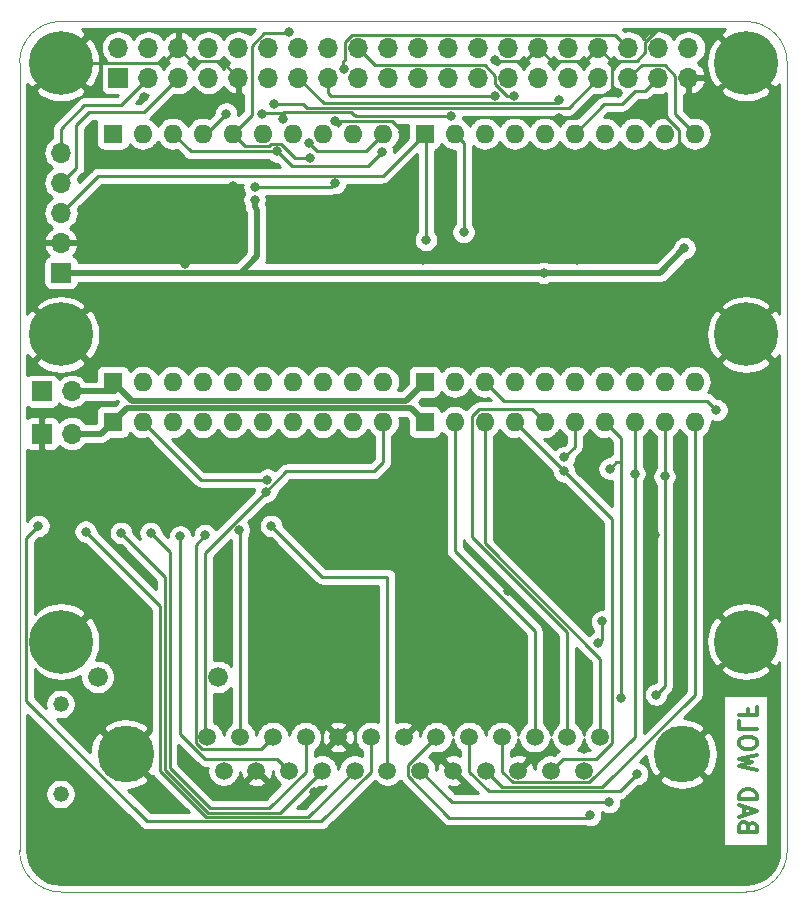
<source format=gbr>
%TF.GenerationSoftware,KiCad,Pcbnew,(5.1.4)-1*%
%TF.CreationDate,2020-08-14T14:12:09-05:00*%
%TF.ProjectId,rascsi_din,72617363-7369-45f6-9469-6e2e6b696361,rev?*%
%TF.SameCoordinates,Original*%
%TF.FileFunction,Copper,L2,Bot*%
%TF.FilePolarity,Positive*%
%FSLAX46Y46*%
G04 Gerber Fmt 4.6, Leading zero omitted, Abs format (unit mm)*
G04 Created by KiCad (PCBNEW (5.1.4)-1) date 2020-08-14 14:12:09*
%MOMM*%
%LPD*%
G04 APERTURE LIST*
%TA.AperFunction,NonConductor*%
%ADD10C,0.050000*%
%TD*%
%TA.AperFunction,NonConductor*%
%ADD11C,0.300000*%
%TD*%
%TA.AperFunction,ComponentPad*%
%ADD12C,4.800000*%
%TD*%
%TA.AperFunction,ComponentPad*%
%ADD13C,1.500000*%
%TD*%
%TA.AperFunction,ComponentPad*%
%ADD14O,1.700000X1.700000*%
%TD*%
%TA.AperFunction,ComponentPad*%
%ADD15R,1.700000X1.700000*%
%TD*%
%TA.AperFunction,ComponentPad*%
%ADD16O,1.600000X1.600000*%
%TD*%
%TA.AperFunction,ComponentPad*%
%ADD17R,1.600000X1.600000*%
%TD*%
%TA.AperFunction,ComponentPad*%
%ADD18C,0.800000*%
%TD*%
%TA.AperFunction,ComponentPad*%
%ADD19C,5.400000*%
%TD*%
%TA.AperFunction,ComponentPad*%
%ADD20C,1.320800*%
%TD*%
%TA.AperFunction,ComponentPad*%
%ADD21C,1.676400*%
%TD*%
%TA.AperFunction,ViaPad*%
%ADD22C,0.800000*%
%TD*%
%TA.AperFunction,Conductor*%
%ADD23C,0.250000*%
%TD*%
%TA.AperFunction,Conductor*%
%ADD24C,0.500000*%
%TD*%
%TA.AperFunction,Conductor*%
%ADD25C,0.254000*%
%TD*%
G04 APERTURE END LIST*
D10*
X178000000Y-116200000D02*
X236000000Y-116200000D01*
X178000000Y-116200000D02*
G75*
G02X174500000Y-112700000I0J3500000D01*
G01*
X239500000Y-112700000D02*
G75*
G02X236000000Y-116200000I-3500000J0D01*
G01*
X174500000Y-46000000D02*
X174500000Y-112700000D01*
X239500000Y-46000000D02*
X239500000Y-112700000D01*
X178000000Y-42500000D02*
X236000000Y-42500000D01*
X174500000Y-46000000D02*
G75*
G02X178000000Y-42500000I3500000J0D01*
G01*
X236000000Y-42500000D02*
G75*
G02X239500000Y-46000000I0J-3500000D01*
G01*
D11*
X236207142Y-110650000D02*
X236135714Y-110435714D01*
X236064285Y-110364285D01*
X235921428Y-110292857D01*
X235707142Y-110292857D01*
X235564285Y-110364285D01*
X235492857Y-110435714D01*
X235421428Y-110578571D01*
X235421428Y-111150000D01*
X236921428Y-111150000D01*
X236921428Y-110650000D01*
X236850000Y-110507142D01*
X236778571Y-110435714D01*
X236635714Y-110364285D01*
X236492857Y-110364285D01*
X236350000Y-110435714D01*
X236278571Y-110507142D01*
X236207142Y-110650000D01*
X236207142Y-111150000D01*
X235850000Y-109721428D02*
X235850000Y-109007142D01*
X235421428Y-109864285D02*
X236921428Y-109364285D01*
X235421428Y-108864285D01*
X235421428Y-108364285D02*
X236921428Y-108364285D01*
X236921428Y-108007142D01*
X236850000Y-107792857D01*
X236707142Y-107650000D01*
X236564285Y-107578571D01*
X236278571Y-107507142D01*
X236064285Y-107507142D01*
X235778571Y-107578571D01*
X235635714Y-107650000D01*
X235492857Y-107792857D01*
X235421428Y-108007142D01*
X235421428Y-108364285D01*
X236921428Y-105864285D02*
X235421428Y-105507142D01*
X236492857Y-105221428D01*
X235421428Y-104935714D01*
X236921428Y-104578571D01*
X236921428Y-103721428D02*
X236921428Y-103435714D01*
X236850000Y-103292857D01*
X236707142Y-103150000D01*
X236421428Y-103078571D01*
X235921428Y-103078571D01*
X235635714Y-103150000D01*
X235492857Y-103292857D01*
X235421428Y-103435714D01*
X235421428Y-103721428D01*
X235492857Y-103864285D01*
X235635714Y-104007142D01*
X235921428Y-104078571D01*
X236421428Y-104078571D01*
X236707142Y-104007142D01*
X236850000Y-103864285D01*
X236921428Y-103721428D01*
X235421428Y-101721428D02*
X235421428Y-102435714D01*
X236921428Y-102435714D01*
X236207142Y-100721428D02*
X236207142Y-101221428D01*
X235421428Y-101221428D02*
X236921428Y-101221428D01*
X236921428Y-100507142D01*
D12*
%TO.P,J2,MH2*%
%TO.N,GND*%
X183480000Y-104510000D03*
%TO.P,J2,MH1*%
X230580000Y-104510000D03*
D13*
%TO.P,J2,25*%
%TO.N,TERMPOW*%
X191795000Y-105930000D03*
%TO.P,J2,24*%
%TO.N,GND*%
X194565000Y-105930000D03*
%TO.P,J2,23*%
%TO.N,C-D4*%
X197335000Y-105930000D03*
%TO.P,J2,22*%
%TO.N,C-D2*%
X200105000Y-105930000D03*
%TO.P,J2,21*%
%TO.N,C-D1*%
X202875000Y-105930000D03*
%TO.P,J2,20*%
%TO.N,C-DP*%
X205645000Y-105930000D03*
%TO.P,J2,19*%
%TO.N,C-SEL*%
X208415000Y-105930000D03*
%TO.P,J2,18*%
%TO.N,GND*%
X211185000Y-105930000D03*
%TO.P,J2,17*%
%TO.N,C-ATN*%
X213955000Y-105930000D03*
%TO.P,J2,16*%
%TO.N,GND*%
X216725000Y-105930000D03*
%TO.P,J2,15*%
%TO.N,C-C_D*%
X219495000Y-105930000D03*
%TO.P,J2,14*%
%TO.N,GND*%
X222265000Y-105930000D03*
%TO.P,J2,13*%
%TO.N,C-D7*%
X190410000Y-103090000D03*
%TO.P,J2,12*%
%TO.N,C-D6*%
X193180000Y-103090000D03*
%TO.P,J2,11*%
%TO.N,C-D5*%
X195950000Y-103090000D03*
%TO.P,J2,10*%
%TO.N,C-D3*%
X198720000Y-103090000D03*
%TO.P,J2,9*%
%TO.N,GND*%
X201490000Y-103090000D03*
%TO.P,J2,8*%
%TO.N,C-D0*%
X204260000Y-103090000D03*
%TO.P,J2,7*%
%TO.N,GND*%
X207030000Y-103090000D03*
%TO.P,J2,6*%
%TO.N,C-BSY*%
X209800000Y-103090000D03*
%TO.P,J2,5*%
%TO.N,C-ACK*%
X212570000Y-103090000D03*
%TO.P,J2,4*%
%TO.N,C-RST*%
X215340000Y-103090000D03*
%TO.P,J2,3*%
%TO.N,C-I_O*%
X218110000Y-103090000D03*
%TO.P,J2,2*%
%TO.N,C-MSG*%
X220880000Y-103090000D03*
%TO.P,J2,1*%
%TO.N,C-REQ*%
X223650000Y-103090000D03*
%TD*%
D14*
%TO.P,J1,40*%
%TO.N,PI-ACK*%
X231140000Y-44730000D03*
%TO.P,J1,39*%
%TO.N,GND*%
X231140000Y-47270000D03*
%TO.P,J1,38*%
%TO.N,PI-RST*%
X228600000Y-44730000D03*
%TO.P,J1,37*%
%TO.N,PI-BSY*%
X228600000Y-47270000D03*
%TO.P,J1,36*%
%TO.N,PI-D6*%
X226060000Y-44730000D03*
%TO.P,J1,35*%
%TO.N,PI-ATN*%
X226060000Y-47270000D03*
%TO.P,J1,34*%
%TO.N,GND*%
X223520000Y-44730000D03*
%TO.P,J1,33*%
%TO.N,PI-D3*%
X223520000Y-47270000D03*
%TO.P,J1,32*%
%TO.N,PI-D2*%
X220980000Y-44730000D03*
%TO.P,J1,31*%
%TO.N,Net-(J1-Pad31)*%
X220980000Y-47270000D03*
%TO.P,J1,30*%
%TO.N,GND*%
X218440000Y-44730000D03*
%TO.P,J1,29*%
%TO.N,DBG_LED*%
X218440000Y-47270000D03*
%TO.P,J1,28*%
%TO.N,Net-(J1-Pad28)*%
X215900000Y-44730000D03*
%TO.P,J1,27*%
%TO.N,Net-(J1-Pad27)*%
X215900000Y-47270000D03*
%TO.P,J1,26*%
%TO.N,Net-(J1-Pad26)*%
X213360000Y-44730000D03*
%TO.P,J1,25*%
%TO.N,GND*%
X213360000Y-47270000D03*
%TO.P,J1,24*%
%TO.N,Net-(J1-Pad24)*%
X210820000Y-44730000D03*
%TO.P,J1,23*%
%TO.N,PI-D1*%
X210820000Y-47270000D03*
%TO.P,J1,22*%
%TO.N,PI-I_O*%
X208280000Y-44730000D03*
%TO.P,J1,21*%
%TO.N,Net-(J1-Pad21)*%
X208280000Y-47270000D03*
%TO.P,J1,20*%
%TO.N,GND*%
X205740000Y-44730000D03*
%TO.P,J1,19*%
%TO.N,PI-D0*%
X205740000Y-47270000D03*
%TO.P,J1,18*%
%TO.N,PI-C_D*%
X203200000Y-44730000D03*
%TO.P,J1,17*%
%TO.N,+3V3*%
X203200000Y-47270000D03*
%TO.P,J1,16*%
%TO.N,PI-MSG*%
X200660000Y-44730000D03*
%TO.P,J1,15*%
%TO.N,PI-REQ*%
X200660000Y-47270000D03*
%TO.P,J1,14*%
%TO.N,GND*%
X198120000Y-44730000D03*
%TO.P,J1,13*%
%TO.N,PI-SEL*%
X198120000Y-47270000D03*
%TO.P,J1,12*%
%TO.N,PI-DP*%
X195580000Y-44730000D03*
%TO.P,J1,11*%
%TO.N,PI-D7*%
X195580000Y-47270000D03*
%TO.P,J1,10*%
%TO.N,PI-D5*%
X193040000Y-44730000D03*
%TO.P,J1,9*%
%TO.N,GND*%
X193040000Y-47270000D03*
%TO.P,J1,8*%
%TO.N,PI-D4*%
X190500000Y-44730000D03*
%TO.P,J1,7*%
%TO.N,ACT*%
X190500000Y-47270000D03*
%TO.P,J1,6*%
%TO.N,GND*%
X187960000Y-44730000D03*
%TO.P,J1,5*%
%TO.N,PI_SCL*%
X187960000Y-47270000D03*
%TO.P,J1,4*%
%TO.N,+5V*%
X185420000Y-44730000D03*
%TO.P,J1,3*%
%TO.N,PI_SDA*%
X185420000Y-47270000D03*
%TO.P,J1,2*%
%TO.N,+5V*%
X182880000Y-44730000D03*
D15*
%TO.P,J1,1*%
%TO.N,+3V3*%
X182880000Y-47270000D03*
%TD*%
D16*
%TO.P,RN5,10*%
%TO.N,C-ATN*%
X231660000Y-72990000D03*
%TO.P,RN5,9*%
%TO.N,C-ACK*%
X229120000Y-72990000D03*
%TO.P,RN5,8*%
%TO.N,C-RST*%
X226580000Y-72990000D03*
%TO.P,RN5,7*%
%TO.N,C-SEL*%
X224040000Y-72990000D03*
%TO.P,RN5,6*%
%TO.N,C-BSY*%
X221500000Y-72990000D03*
%TO.P,RN5,5*%
%TO.N,C-MSG*%
X218960000Y-72990000D03*
%TO.P,RN5,4*%
%TO.N,C-C_D*%
X216420000Y-72990000D03*
%TO.P,RN5,3*%
%TO.N,C-REQ*%
X213880000Y-72990000D03*
%TO.P,RN5,2*%
%TO.N,C-I_O*%
X211340000Y-72990000D03*
D17*
%TO.P,RN5,1*%
%TO.N,Net-(JP2-Pad2)*%
X208800000Y-72990000D03*
%TD*%
D18*
%TO.P,H2,1*%
%TO.N,GND*%
X237431891Y-44568109D03*
X236000000Y-43975000D03*
X234568109Y-44568109D03*
X233975000Y-46000000D03*
X234568109Y-47431891D03*
X236000000Y-48025000D03*
X237431891Y-47431891D03*
X238025000Y-46000000D03*
D19*
X236000000Y-46000000D03*
%TD*%
D18*
%TO.P,H1,1*%
%TO.N,GND*%
X179431891Y-44568109D03*
X178000000Y-43975000D03*
X176568109Y-44568109D03*
X175975000Y-46000000D03*
X176568109Y-47431891D03*
X178000000Y-48025000D03*
X179431891Y-47431891D03*
X180025000Y-46000000D03*
D19*
X178000000Y-46000000D03*
%TD*%
D14*
%TO.P,J4,5*%
%TO.N,PI_SDA*%
X178010000Y-53620000D03*
%TO.P,J4,4*%
%TO.N,PI_SCL*%
X178010000Y-56160000D03*
%TO.P,J4,3*%
%TO.N,+3V3*%
X178010000Y-58700000D03*
%TO.P,J4,2*%
%TO.N,GND*%
X178010000Y-61240000D03*
D15*
%TO.P,J4,1*%
%TO.N,+5V*%
X178010000Y-63780000D03*
%TD*%
D14*
%TO.P,JP2,2*%
%TO.N,Net-(JP2-Pad2)*%
X178940000Y-73800000D03*
D15*
%TO.P,JP2,1*%
%TO.N,+5V*%
X176400000Y-73800000D03*
%TD*%
D14*
%TO.P,JP1,2*%
%TO.N,Net-(JP1-Pad2)*%
X178940000Y-77400000D03*
D15*
%TO.P,JP1,1*%
%TO.N,GND*%
X176400000Y-77400000D03*
%TD*%
D18*
%TO.P,H6,1*%
%TO.N,GND*%
X237431891Y-93568109D03*
X236000000Y-92975000D03*
X234568109Y-93568109D03*
X233975000Y-95000000D03*
X234568109Y-96431891D03*
X236000000Y-97025000D03*
X237431891Y-96431891D03*
X238025000Y-95000000D03*
D19*
X236000000Y-95000000D03*
%TD*%
D18*
%TO.P,H5,1*%
%TO.N,GND*%
X179431891Y-93568109D03*
X178000000Y-92975000D03*
X176568109Y-93568109D03*
X175975000Y-95000000D03*
X176568109Y-96431891D03*
X178000000Y-97025000D03*
X179431891Y-96431891D03*
X180025000Y-95000000D03*
D19*
X178000000Y-95000000D03*
%TD*%
D18*
%TO.P,H4,1*%
%TO.N,GND*%
X237431891Y-67568109D03*
X236000000Y-66975000D03*
X234568109Y-67568109D03*
X233975000Y-69000000D03*
X234568109Y-70431891D03*
X236000000Y-71025000D03*
X237431891Y-70431891D03*
X238025000Y-69000000D03*
D19*
X236000000Y-69000000D03*
%TD*%
D18*
%TO.P,H3,1*%
%TO.N,GND*%
X179431891Y-67568109D03*
X178000000Y-66975000D03*
X176568109Y-67568109D03*
X175975000Y-69000000D03*
X176568109Y-70431891D03*
X178000000Y-71025000D03*
X179431891Y-70431891D03*
X180025000Y-69000000D03*
D19*
X178000000Y-69000000D03*
%TD*%
D16*
%TO.P,RN6,10*%
%TO.N,C-ATN*%
X231660000Y-76400000D03*
%TO.P,RN6,9*%
%TO.N,C-ACK*%
X229120000Y-76400000D03*
%TO.P,RN6,8*%
%TO.N,C-RST*%
X226580000Y-76400000D03*
%TO.P,RN6,7*%
%TO.N,C-SEL*%
X224040000Y-76400000D03*
%TO.P,RN6,6*%
%TO.N,C-BSY*%
X221500000Y-76400000D03*
%TO.P,RN6,5*%
%TO.N,C-MSG*%
X218960000Y-76400000D03*
%TO.P,RN6,4*%
%TO.N,C-C_D*%
X216420000Y-76400000D03*
%TO.P,RN6,3*%
%TO.N,C-REQ*%
X213880000Y-76400000D03*
%TO.P,RN6,2*%
%TO.N,C-I_O*%
X211340000Y-76400000D03*
D17*
%TO.P,RN6,1*%
%TO.N,Net-(JP1-Pad2)*%
X208800000Y-76400000D03*
%TD*%
D16*
%TO.P,RN4,10*%
%TO.N,C-D7*%
X205260000Y-76400000D03*
%TO.P,RN4,9*%
%TO.N,C-D6*%
X202720000Y-76400000D03*
%TO.P,RN4,8*%
%TO.N,C-D5*%
X200180000Y-76400000D03*
%TO.P,RN4,7*%
%TO.N,C-D4*%
X197640000Y-76400000D03*
%TO.P,RN4,6*%
%TO.N,C-D3*%
X195100000Y-76400000D03*
%TO.P,RN4,5*%
%TO.N,C-D2*%
X192560000Y-76400000D03*
%TO.P,RN4,4*%
%TO.N,C-D1*%
X190020000Y-76400000D03*
%TO.P,RN4,3*%
%TO.N,C-D0*%
X187480000Y-76400000D03*
%TO.P,RN4,2*%
%TO.N,C-DP*%
X184940000Y-76400000D03*
D17*
%TO.P,RN4,1*%
%TO.N,Net-(JP1-Pad2)*%
X182400000Y-76400000D03*
%TD*%
D16*
%TO.P,RN3,10*%
%TO.N,C-D7*%
X205260000Y-73000000D03*
%TO.P,RN3,9*%
%TO.N,C-D6*%
X202720000Y-73000000D03*
%TO.P,RN3,8*%
%TO.N,C-D5*%
X200180000Y-73000000D03*
%TO.P,RN3,7*%
%TO.N,C-D4*%
X197640000Y-73000000D03*
%TO.P,RN3,6*%
%TO.N,C-D3*%
X195100000Y-73000000D03*
%TO.P,RN3,5*%
%TO.N,C-D2*%
X192560000Y-73000000D03*
%TO.P,RN3,4*%
%TO.N,C-D1*%
X190020000Y-73000000D03*
%TO.P,RN3,3*%
%TO.N,C-D0*%
X187480000Y-73000000D03*
%TO.P,RN3,2*%
%TO.N,C-DP*%
X184940000Y-73000000D03*
D17*
%TO.P,RN3,1*%
%TO.N,Net-(JP2-Pad2)*%
X182400000Y-73000000D03*
%TD*%
D16*
%TO.P,RN2,10*%
%TO.N,PI-ATN*%
X231660000Y-52000000D03*
%TO.P,RN2,9*%
%TO.N,PI-ACK*%
X229120000Y-52000000D03*
%TO.P,RN2,8*%
%TO.N,PI-RST*%
X226580000Y-52000000D03*
%TO.P,RN2,7*%
%TO.N,PI-SEL*%
X224040000Y-52000000D03*
%TO.P,RN2,6*%
%TO.N,PI-BSY*%
X221500000Y-52000000D03*
%TO.P,RN2,5*%
%TO.N,PI-MSG*%
X218960000Y-52000000D03*
%TO.P,RN2,4*%
%TO.N,PI-C_D*%
X216420000Y-52000000D03*
%TO.P,RN2,3*%
%TO.N,PI-REQ*%
X213880000Y-52000000D03*
%TO.P,RN2,2*%
%TO.N,PI-I_O*%
X211340000Y-52000000D03*
D17*
%TO.P,RN2,1*%
%TO.N,+3V3*%
X208800000Y-52000000D03*
%TD*%
D16*
%TO.P,RN1,10*%
%TO.N,PI-D7*%
X205260000Y-52000000D03*
%TO.P,RN1,9*%
%TO.N,PI-D6*%
X202720000Y-52000000D03*
%TO.P,RN1,8*%
%TO.N,PI-D5*%
X200180000Y-52000000D03*
%TO.P,RN1,7*%
%TO.N,PI-D4*%
X197640000Y-52000000D03*
%TO.P,RN1,6*%
%TO.N,PI-D3*%
X195100000Y-52000000D03*
%TO.P,RN1,5*%
%TO.N,PI-D2*%
X192560000Y-52000000D03*
%TO.P,RN1,4*%
%TO.N,PI-D1*%
X190020000Y-52000000D03*
%TO.P,RN1,3*%
%TO.N,PI-D0*%
X187480000Y-52000000D03*
%TO.P,RN1,2*%
%TO.N,PI-DP*%
X184940000Y-52000000D03*
D17*
%TO.P,RN1,1*%
%TO.N,+3V3*%
X182400000Y-52000000D03*
%TD*%
D20*
%TO.P,FUSE1A1,2*%
%TO.N,Net-(D1-PadC)*%
X177980000Y-100290000D03*
%TO.P,FUSE1A1,1*%
%TO.N,TERMPOW*%
X177980000Y-107910000D03*
%TD*%
D21*
%TO.P,D1,C*%
%TO.N,Net-(D1-PadC)*%
X181120000Y-98000000D03*
%TO.P,D1,A*%
%TO.N,+5V*%
X191280000Y-98000000D03*
%TD*%
D22*
%TO.N,GND*%
X201200000Y-50900000D03*
X220200000Y-50700000D03*
X225200000Y-48600000D03*
X228900000Y-49700000D03*
X188500000Y-63000000D03*
X188400000Y-68000000D03*
X208800000Y-67400000D03*
X208700000Y-62700000D03*
X221800000Y-67500000D03*
X221700000Y-62700000D03*
X214200000Y-57500000D03*
X214800000Y-45800000D03*
X192600000Y-56400000D03*
X186100000Y-53200000D03*
X215800000Y-86100000D03*
X221100000Y-86100000D03*
X223500000Y-86100000D03*
X215900000Y-90700000D03*
X218400000Y-83100000D03*
X228300000Y-86000000D03*
X233700000Y-86100000D03*
X208200000Y-86000000D03*
X191800000Y-91300000D03*
X191600000Y-100300000D03*
X222400000Y-98900000D03*
X203900000Y-69700000D03*
X199700000Y-69700000D03*
X197000000Y-69700000D03*
X194600000Y-69700000D03*
X217400000Y-69700000D03*
X229700000Y-69700000D03*
X232900000Y-59400000D03*
X175700000Y-64500000D03*
X181000000Y-80100000D03*
X183700000Y-80100000D03*
X186100000Y-80100000D03*
X190400000Y-83500000D03*
X203900000Y-79500000D03*
X196500000Y-78900000D03*
X193900000Y-78800000D03*
X198800000Y-79000000D03*
X187900000Y-49700000D03*
X219500000Y-104200000D03*
X222265000Y-104135000D03*
X237400000Y-86000000D03*
X225900000Y-50400000D03*
X207000000Y-51900000D03*
X187900000Y-83100000D03*
X185400000Y-83500000D03*
X182900000Y-83600000D03*
X180300000Y-83700000D03*
X222700000Y-80500000D03*
X220200000Y-77600000D03*
X210200000Y-74700000D03*
X199400000Y-107700000D03*
X185000000Y-48900000D03*
X221300000Y-59800000D03*
X222808800Y-57353200D03*
%TO.N,+3V3*%
X208900000Y-61000000D03*
%TO.N,+5V*%
X230800000Y-61700000D03*
X218880000Y-63780000D03*
X194400000Y-57600000D03*
%TO.N,C-REQ*%
X233500000Y-75400000D03*
%TO.N,C-MSG*%
X223800000Y-93300000D03*
X223500000Y-95152000D03*
%TO.N,C-BSY*%
X222800000Y-109700000D03*
X220600000Y-79400000D03*
%TO.N,C-SEL*%
X224400000Y-108600000D03*
X225400000Y-99800000D03*
X224468966Y-80368966D03*
%TO.N,C-RST*%
X226580000Y-80780000D03*
%TO.N,C-ACK*%
X226800000Y-106200000D03*
X228400000Y-99500000D03*
X229120000Y-81020000D03*
%TO.N,C-DP*%
X195800000Y-85200000D03*
X195488966Y-81288966D03*
%TO.N,C-D0*%
X176100000Y-85200000D03*
%TO.N,C-D1*%
X180100000Y-85700000D03*
%TO.N,C-D2*%
X183100000Y-85800000D03*
%TO.N,C-D3*%
X185600000Y-85800000D03*
%TO.N,C-D4*%
X188100000Y-86100000D03*
%TO.N,C-D5*%
X190200000Y-86000000D03*
%TO.N,C-D6*%
X193061034Y-85561034D03*
%TO.N,C-D7*%
X195400000Y-82300000D03*
%TO.N,C-C_D*%
X220610000Y-80590000D03*
%TO.N,PI-D7*%
X198992971Y-52775153D03*
%TO.N,PI-D6*%
X202000000Y-46500000D03*
%TO.N,PI-D3*%
X196031034Y-49468966D03*
X194400000Y-56500000D03*
X201200000Y-56200000D03*
%TO.N,PI-D2*%
X197300000Y-43400000D03*
X199093540Y-54079154D03*
%TO.N,PI-D1*%
X211000000Y-50500000D03*
X196800000Y-50800000D03*
X195000000Y-50300000D03*
X192000000Y-50300000D03*
%TO.N,PI-D0*%
X196300000Y-53500000D03*
X205175555Y-53546033D03*
%TO.N,PI-C_D*%
X216400000Y-48770990D03*
%TO.N,PI-REQ*%
X214800000Y-48770990D03*
%TO.N,PI-I_O*%
X212100000Y-60329010D03*
%TO.N,PI-SEL*%
X220200000Y-49148000D03*
%TD*%
D23*
%TO.N,GND*%
X214832001Y-45832001D02*
X214800000Y-45800000D01*
X218440000Y-44730000D02*
X217337999Y-45832001D01*
X217337999Y-45832001D02*
X214832001Y-45832001D01*
X228900000Y-50265685D02*
X230300000Y-51665685D01*
X228900000Y-49700000D02*
X228900000Y-50265685D01*
X230300000Y-51665685D02*
X230300000Y-54600000D01*
X221600000Y-50700000D02*
X220200000Y-50700000D01*
X223200000Y-49100000D02*
X221600000Y-50700000D01*
X224622001Y-48243684D02*
X224622001Y-45832001D01*
X206000000Y-50900000D02*
X201200000Y-50900000D01*
X207000000Y-51900000D02*
X206000000Y-50900000D01*
X219542001Y-45832001D02*
X222417999Y-45832001D01*
X222417999Y-45832001D02*
X223520000Y-44730000D01*
X218440000Y-44730000D02*
X219542001Y-45832001D01*
X189062001Y-45832001D02*
X187960000Y-44730000D01*
X191602001Y-45832001D02*
X189062001Y-45832001D01*
X193040000Y-47270000D02*
X191602001Y-45832001D01*
X186690000Y-46000000D02*
X178000000Y-46000000D01*
X187960000Y-44730000D02*
X186690000Y-46000000D01*
X236000000Y-46000000D02*
X233200000Y-43200000D01*
X233200000Y-43200000D02*
X228499038Y-43200000D01*
X227497999Y-44201039D02*
X227497999Y-45102001D01*
X228499038Y-43200000D02*
X227497999Y-44201039D01*
X226767999Y-45832001D02*
X224622001Y-45832001D01*
X224622001Y-45832001D02*
X223520000Y-44730000D01*
X227497999Y-45102001D02*
X226767999Y-45832001D01*
%TO.N,+3V3*%
X208900000Y-52100000D02*
X208800000Y-52000000D01*
X208900000Y-61000000D02*
X208900000Y-52100000D01*
X205252001Y-55547999D02*
X208800000Y-52000000D01*
X181162001Y-55547999D02*
X205252001Y-55547999D01*
X178010000Y-58700000D02*
X181162001Y-55547999D01*
D24*
%TO.N,+5V*%
X228720000Y-63780000D02*
X230800000Y-61700000D01*
X218880000Y-63780000D02*
X228720000Y-63780000D01*
X194400000Y-58249962D02*
X194600000Y-58449962D01*
X194400000Y-57600000D02*
X194400000Y-58249962D01*
X194600000Y-62400000D02*
X193220000Y-63780000D01*
X194600000Y-58449962D02*
X194600000Y-62400000D01*
X178010000Y-63780000D02*
X193220000Y-63780000D01*
X193220000Y-63780000D02*
X218880000Y-63780000D01*
D23*
%TO.N,C-REQ*%
X213880000Y-76400000D02*
X213880000Y-86680000D01*
X223650000Y-96450000D02*
X223650000Y-103090000D01*
X213880000Y-86680000D02*
X223650000Y-96450000D01*
X233500000Y-75400000D02*
X232700000Y-74600000D01*
X215490000Y-74600000D02*
X213880000Y-72990000D01*
X232700000Y-74600000D02*
X215490000Y-74600000D01*
%TO.N,C-MSG*%
X213375039Y-75347999D02*
X217907999Y-75347999D01*
X212827999Y-75895039D02*
X213375039Y-75347999D01*
X212827999Y-86161171D02*
X212827999Y-75895039D01*
X217907999Y-75347999D02*
X218960000Y-76400000D01*
X220880000Y-94213172D02*
X212827999Y-86161171D01*
X220880000Y-103090000D02*
X220880000Y-94213172D01*
X223800000Y-93300000D02*
X223800000Y-94852000D01*
X223800000Y-94852000D02*
X223500000Y-95152000D01*
%TO.N,C-BSY*%
X207412999Y-106410961D02*
X210902038Y-109900000D01*
X209800000Y-103090000D02*
X207412999Y-105477001D01*
X207412999Y-105477001D02*
X207412999Y-106410961D01*
X210902038Y-109900000D02*
X222600000Y-109900000D01*
X222600000Y-109900000D02*
X222800000Y-109700000D01*
X221500000Y-76400000D02*
X221500000Y-78500000D01*
X221500000Y-78500000D02*
X220600000Y-79400000D01*
%TO.N,C-SEL*%
X208415000Y-105930000D02*
X211085000Y-108600000D01*
X211085000Y-108600000D02*
X224400000Y-108600000D01*
X225400000Y-77760000D02*
X224040000Y-76400000D01*
X225400000Y-79500000D02*
X225400000Y-77760000D01*
X225037932Y-79800000D02*
X225400000Y-79800000D01*
X224468966Y-80368966D02*
X225037932Y-79800000D01*
X225400000Y-99800000D02*
X225400000Y-79800000D01*
X225400000Y-79800000D02*
X225400000Y-79500000D01*
%TO.N,C-RST*%
X222745961Y-106932001D02*
X226580000Y-103097962D01*
X216244039Y-106932001D02*
X222745961Y-106932001D01*
X215340000Y-106027962D02*
X216244039Y-106932001D01*
X215340000Y-103090000D02*
X215340000Y-106027962D01*
X226580000Y-103097962D02*
X226580000Y-80780000D01*
X226580000Y-80780000D02*
X226580000Y-76400000D01*
%TO.N,C-ACK*%
X225313981Y-107686019D02*
X226800000Y-106200000D01*
X214228057Y-107686019D02*
X225313981Y-107686019D01*
X212570000Y-103090000D02*
X212570000Y-106027962D01*
X212570000Y-106027962D02*
X214228057Y-107686019D01*
X228400000Y-99500000D02*
X229120000Y-98780000D01*
X229120000Y-98780000D02*
X229120000Y-81020000D01*
X229120000Y-81020000D02*
X229120000Y-76400000D01*
%TO.N,C-ATN*%
X231660000Y-99505038D02*
X231660000Y-76400000D01*
X223856028Y-107309010D02*
X231660000Y-99505038D01*
X215334010Y-107309010D02*
X223856028Y-107309010D01*
X213955000Y-105930000D02*
X215334010Y-107309010D01*
%TO.N,C-DP*%
X205645000Y-105930000D02*
X205645000Y-89505039D01*
X205645000Y-89505039D02*
X200105039Y-89505039D01*
X200105039Y-89505039D02*
X195800000Y-85200000D01*
X184940000Y-76400000D02*
X189828966Y-81288966D01*
X189828966Y-81288966D02*
X195488966Y-81288966D01*
%TO.N,C-D0*%
X175047999Y-86252001D02*
X176100000Y-85200000D01*
X200056934Y-110231028D02*
X185276066Y-110231028D01*
X204260000Y-106027962D02*
X200056934Y-110231028D01*
X204260000Y-103090000D02*
X204260000Y-106027962D01*
X175047999Y-100002961D02*
X175047999Y-86252001D01*
X185276066Y-110231028D02*
X175047999Y-100002961D01*
%TO.N,C-D1*%
X190287674Y-109854018D02*
X186400000Y-105966344D01*
X202875000Y-105930000D02*
X198950982Y-109854018D01*
X198950982Y-109854018D02*
X190287674Y-109854018D01*
X186400000Y-105966344D02*
X186400000Y-92000000D01*
X186400000Y-92000000D02*
X180100000Y-85700000D01*
%TO.N,C-D2*%
X200105000Y-105930000D02*
X196557991Y-109477009D01*
X186822990Y-89522990D02*
X183100000Y-85800000D01*
X196557991Y-109477009D02*
X190443837Y-109477009D01*
X190443837Y-109477009D02*
X186822990Y-105856162D01*
X186822990Y-105856162D02*
X186822990Y-89522990D01*
%TO.N,C-D3*%
X185600000Y-85800000D02*
X187200000Y-87400000D01*
X187200000Y-87400000D02*
X187200000Y-105700000D01*
X187200000Y-105700000D02*
X190600000Y-109100000D01*
X198720000Y-106027962D02*
X198720000Y-103090000D01*
X195647962Y-109100000D02*
X198720000Y-106027962D01*
X190600000Y-109100000D02*
X195647962Y-109100000D01*
%TO.N,C-D4*%
X196332999Y-104927999D02*
X197335000Y-105930000D01*
X190231865Y-104927999D02*
X196332999Y-104927999D01*
X188100000Y-102796134D02*
X190231865Y-104927999D01*
X188100000Y-86100000D02*
X188100000Y-102796134D01*
%TO.N,C-D5*%
X189929039Y-104092001D02*
X194947999Y-104092001D01*
X189407999Y-103570961D02*
X189929039Y-104092001D01*
X189407999Y-86792001D02*
X189407999Y-103570961D01*
X194947999Y-104092001D02*
X195950000Y-103090000D01*
X190200000Y-86000000D02*
X189407999Y-86792001D01*
%TO.N,C-D6*%
X193180000Y-103090000D02*
X193180000Y-85680000D01*
X193180000Y-85680000D02*
X193061034Y-85561034D01*
%TO.N,C-D7*%
X204500000Y-80600000D02*
X197100000Y-80600000D01*
X205260000Y-79840000D02*
X204500000Y-80600000D01*
X190189799Y-102869799D02*
X190410000Y-103090000D01*
X205260000Y-76400000D02*
X205260000Y-79840000D01*
X190189799Y-87510201D02*
X190189799Y-102869799D01*
X197100000Y-80600000D02*
X195400000Y-82300000D01*
X195400000Y-82300000D02*
X190189799Y-87510201D01*
%TO.N,C-I_O*%
X211340000Y-76400000D02*
X211340000Y-87340000D01*
X218110000Y-94110000D02*
X218110000Y-103090000D01*
X211340000Y-87340000D02*
X218110000Y-94110000D01*
%TO.N,C-C_D*%
X220497001Y-104927999D02*
X219495000Y-105930000D01*
X223294963Y-104927999D02*
X220497001Y-104927999D01*
X224652001Y-103570961D02*
X223294963Y-104927999D01*
X224652001Y-84632001D02*
X224652001Y-103570961D01*
X220610000Y-80590000D02*
X224652001Y-84632001D01*
X216420000Y-76400000D02*
X220610000Y-80590000D01*
%TO.N,PI-D7*%
X203830989Y-53429011D02*
X205260000Y-52000000D01*
X199646829Y-53429011D02*
X203830989Y-53429011D01*
X198992971Y-52775153D02*
X199646829Y-53429011D01*
%TO.N,PI-D6*%
X202671039Y-43627999D02*
X202097999Y-44201039D01*
X224957999Y-43627999D02*
X202671039Y-43627999D01*
X226060000Y-44730000D02*
X224957999Y-43627999D01*
X202097999Y-44201039D02*
X202097999Y-45702001D01*
X202097999Y-45702001D02*
X201900000Y-45900000D01*
X201900000Y-45900000D02*
X201900000Y-46400000D01*
X201900000Y-46400000D02*
X202000000Y-46500000D01*
%TO.N,PI-D3*%
X220990000Y-49800000D02*
X223520000Y-47270000D01*
X205903038Y-49800000D02*
X220990000Y-49800000D01*
X198540002Y-49468966D02*
X196031034Y-49468966D01*
X205903038Y-49800000D02*
X198871036Y-49800000D01*
X198871036Y-49800000D02*
X198540002Y-49468966D01*
X194400000Y-56500000D02*
X200900000Y-56500000D01*
X200900000Y-56500000D02*
X201200000Y-56200000D01*
%TO.N,PI-D2*%
X194142001Y-44537037D02*
X194142001Y-50417999D01*
X195179038Y-43500000D02*
X194142001Y-44537037D01*
X194142001Y-50417999D02*
X192560000Y-52000000D01*
X195604961Y-53052001D02*
X193612001Y-53052001D01*
X193612001Y-53052001D02*
X192560000Y-52000000D01*
X196612961Y-52847999D02*
X195808963Y-52847999D01*
X197844116Y-54079154D02*
X196612961Y-52847999D01*
X195808963Y-52847999D02*
X195604961Y-53052001D01*
X199093540Y-54079154D02*
X197844116Y-54079154D01*
X197200000Y-43500000D02*
X197300000Y-43400000D01*
X195179038Y-43500000D02*
X197200000Y-43500000D01*
%TO.N,PI-D1*%
X211000000Y-50500000D02*
X203000000Y-50500000D01*
X203000000Y-50500000D02*
X202900000Y-50400000D01*
X202800000Y-50400000D02*
X202577010Y-50177010D01*
X202900000Y-50400000D02*
X202800000Y-50400000D01*
X196877010Y-50722990D02*
X196877010Y-50177010D01*
X196800000Y-50800000D02*
X196877010Y-50722990D01*
X202577010Y-50177010D02*
X196877010Y-50177010D01*
X196777010Y-50277010D02*
X196877010Y-50177010D01*
X195022990Y-50277010D02*
X196777010Y-50277010D01*
X195022990Y-50277010D02*
X195000000Y-50300000D01*
X190300000Y-52000000D02*
X190020000Y-52000000D01*
X192000000Y-50300000D02*
X190300000Y-52000000D01*
%TO.N,PI-D0*%
X188980000Y-53500000D02*
X187480000Y-52000000D01*
X196300000Y-53500000D02*
X188980000Y-53500000D01*
X203990433Y-54731155D02*
X197531155Y-54731155D01*
X197531155Y-54731155D02*
X196300000Y-53500000D01*
X205175555Y-53546033D02*
X203990433Y-54731155D01*
%TO.N,PI-BSY*%
X227497999Y-48372001D02*
X226627999Y-48372001D01*
X228600000Y-47270000D02*
X227497999Y-48372001D01*
X226627999Y-48372001D02*
X225500000Y-49500000D01*
X224000000Y-49500000D02*
X221500000Y-52000000D01*
X225500000Y-49500000D02*
X224000000Y-49500000D01*
%TO.N,PI-C_D*%
X215770028Y-48770990D02*
X216400000Y-48770990D01*
X204637999Y-46167999D02*
X213888961Y-46167999D01*
X203200000Y-44730000D02*
X204637999Y-46167999D01*
X214797999Y-47077037D02*
X214797999Y-47798961D01*
X213888961Y-46167999D02*
X214797999Y-47077037D01*
X214797999Y-47798961D02*
X215770028Y-48770990D01*
%TO.N,PI-REQ*%
X200660000Y-47270000D02*
X200660000Y-48560000D01*
X200660000Y-48560000D02*
X200870990Y-48770990D01*
X200870990Y-48770990D02*
X214800000Y-48770990D01*
%TO.N,PI-I_O*%
X212100000Y-52760000D02*
X211340000Y-52000000D01*
X212100000Y-60329010D02*
X212100000Y-52760000D01*
%TO.N,PI-ATN*%
X230037999Y-47077037D02*
X230037999Y-50377999D01*
X229128961Y-46167999D02*
X230037999Y-47077037D01*
X230037999Y-50377999D02*
X231660000Y-52000000D01*
X227162001Y-46167999D02*
X229128961Y-46167999D01*
X226060000Y-47270000D02*
X227162001Y-46167999D01*
%TO.N,PI-SEL*%
X198120000Y-47270000D02*
X200272990Y-49422990D01*
X200272990Y-49422990D02*
X219925010Y-49422990D01*
X219925010Y-49422990D02*
X220200000Y-49148000D01*
%TO.N,PI_SCL*%
X187960000Y-47270000D02*
X185030000Y-50200000D01*
X185030000Y-50200000D02*
X180400000Y-50200000D01*
X180400000Y-50200000D02*
X179300000Y-51300000D01*
X179300000Y-54870000D02*
X178010000Y-56160000D01*
X179300000Y-51300000D02*
X179300000Y-54870000D01*
%TO.N,PI_SDA*%
X180000000Y-49600000D02*
X178010000Y-51590000D01*
X178010000Y-51590000D02*
X178010000Y-53620000D01*
X185420000Y-47270000D02*
X183090000Y-49600000D01*
X183090000Y-49600000D02*
X180000000Y-49600000D01*
D24*
%TO.N,Net-(JP1-Pad2)*%
X181400000Y-77400000D02*
X182400000Y-76400000D01*
X178940000Y-77400000D02*
X181400000Y-77400000D01*
X207622999Y-75222999D02*
X208800000Y-76400000D01*
X183577001Y-75222999D02*
X207622999Y-75222999D01*
X182400000Y-76400000D02*
X183577001Y-75222999D01*
%TO.N,Net-(JP2-Pad2)*%
X178940000Y-73800000D02*
X182600000Y-73800000D01*
X183995989Y-74595989D02*
X182400000Y-73000000D01*
X207194011Y-74595989D02*
X183995989Y-74595989D01*
X208800000Y-72990000D02*
X207194011Y-74595989D01*
%TD*%
D25*
%TO.N,GND*%
G36*
X194004089Y-43600147D02*
G01*
X193869014Y-43489294D01*
X193611034Y-43351401D01*
X193331111Y-43266487D01*
X193112950Y-43245000D01*
X192967050Y-43245000D01*
X192748889Y-43266487D01*
X192468966Y-43351401D01*
X192210986Y-43489294D01*
X191984866Y-43674866D01*
X191799294Y-43900986D01*
X191770000Y-43955791D01*
X191740706Y-43900986D01*
X191555134Y-43674866D01*
X191329014Y-43489294D01*
X191071034Y-43351401D01*
X190791111Y-43266487D01*
X190572950Y-43245000D01*
X190427050Y-43245000D01*
X190208889Y-43266487D01*
X189928966Y-43351401D01*
X189670986Y-43489294D01*
X189444866Y-43674866D01*
X189259294Y-43900986D01*
X189224799Y-43965523D01*
X189155178Y-43848645D01*
X188960269Y-43632412D01*
X188726920Y-43458359D01*
X188464099Y-43333175D01*
X188316890Y-43288524D01*
X188087000Y-43409845D01*
X188087000Y-44603000D01*
X188107000Y-44603000D01*
X188107000Y-44857000D01*
X188087000Y-44857000D01*
X188087000Y-44877000D01*
X187833000Y-44877000D01*
X187833000Y-44857000D01*
X187813000Y-44857000D01*
X187813000Y-44603000D01*
X187833000Y-44603000D01*
X187833000Y-43409845D01*
X187603110Y-43288524D01*
X187455901Y-43333175D01*
X187193080Y-43458359D01*
X186959731Y-43632412D01*
X186764822Y-43848645D01*
X186695201Y-43965523D01*
X186660706Y-43900986D01*
X186475134Y-43674866D01*
X186249014Y-43489294D01*
X185991034Y-43351401D01*
X185711111Y-43266487D01*
X185492950Y-43245000D01*
X185347050Y-43245000D01*
X185128889Y-43266487D01*
X184848966Y-43351401D01*
X184590986Y-43489294D01*
X184364866Y-43674866D01*
X184179294Y-43900986D01*
X184150000Y-43955791D01*
X184120706Y-43900986D01*
X183935134Y-43674866D01*
X183709014Y-43489294D01*
X183451034Y-43351401D01*
X183171111Y-43266487D01*
X182952950Y-43245000D01*
X182807050Y-43245000D01*
X182588889Y-43266487D01*
X182308966Y-43351401D01*
X182050986Y-43489294D01*
X181824866Y-43674866D01*
X181639294Y-43900986D01*
X181501401Y-44158966D01*
X181416487Y-44438889D01*
X181387815Y-44730000D01*
X181416487Y-45021111D01*
X181501401Y-45301034D01*
X181639294Y-45559014D01*
X181824866Y-45785134D01*
X181854687Y-45809607D01*
X181785820Y-45830498D01*
X181675506Y-45889463D01*
X181578815Y-45968815D01*
X181499463Y-46065506D01*
X181440498Y-46175820D01*
X181404188Y-46295518D01*
X181391928Y-46420000D01*
X181391928Y-48120000D01*
X181404188Y-48244482D01*
X181440498Y-48364180D01*
X181499463Y-48474494D01*
X181578815Y-48571185D01*
X181675506Y-48650537D01*
X181785820Y-48709502D01*
X181905518Y-48745812D01*
X182030000Y-48758072D01*
X182857127Y-48758072D01*
X182775199Y-48840000D01*
X180037322Y-48840000D01*
X180000000Y-48836324D01*
X179962677Y-48840000D01*
X179962667Y-48840000D01*
X179851014Y-48850997D01*
X179707753Y-48894454D01*
X179575723Y-48965026D01*
X179492083Y-49033668D01*
X179459999Y-49059999D01*
X179436201Y-49088997D01*
X177499003Y-51026196D01*
X177469999Y-51049999D01*
X177427407Y-51101898D01*
X177375026Y-51165724D01*
X177329446Y-51250998D01*
X177304454Y-51297754D01*
X177260997Y-51441015D01*
X177250000Y-51552668D01*
X177250000Y-51552678D01*
X177246324Y-51590000D01*
X177250000Y-51627323D01*
X177250000Y-52342405D01*
X177180986Y-52379294D01*
X176954866Y-52564866D01*
X176769294Y-52790986D01*
X176631401Y-53048966D01*
X176546487Y-53328889D01*
X176517815Y-53620000D01*
X176546487Y-53911111D01*
X176631401Y-54191034D01*
X176769294Y-54449014D01*
X176954866Y-54675134D01*
X177180986Y-54860706D01*
X177235791Y-54890000D01*
X177180986Y-54919294D01*
X176954866Y-55104866D01*
X176769294Y-55330986D01*
X176631401Y-55588966D01*
X176546487Y-55868889D01*
X176517815Y-56160000D01*
X176546487Y-56451111D01*
X176631401Y-56731034D01*
X176769294Y-56989014D01*
X176954866Y-57215134D01*
X177180986Y-57400706D01*
X177235791Y-57430000D01*
X177180986Y-57459294D01*
X176954866Y-57644866D01*
X176769294Y-57870986D01*
X176631401Y-58128966D01*
X176546487Y-58408889D01*
X176517815Y-58700000D01*
X176546487Y-58991111D01*
X176631401Y-59271034D01*
X176769294Y-59529014D01*
X176954866Y-59755134D01*
X177180986Y-59940706D01*
X177245523Y-59975201D01*
X177128645Y-60044822D01*
X176912412Y-60239731D01*
X176738359Y-60473080D01*
X176613175Y-60735901D01*
X176568524Y-60883110D01*
X176689845Y-61113000D01*
X177883000Y-61113000D01*
X177883000Y-61093000D01*
X178137000Y-61093000D01*
X178137000Y-61113000D01*
X179330155Y-61113000D01*
X179451476Y-60883110D01*
X179406825Y-60735901D01*
X179281641Y-60473080D01*
X179107588Y-60239731D01*
X178891355Y-60044822D01*
X178774477Y-59975201D01*
X178839014Y-59940706D01*
X179065134Y-59755134D01*
X179250706Y-59529014D01*
X179388599Y-59271034D01*
X179473513Y-58991111D01*
X179502185Y-58700000D01*
X179473513Y-58408889D01*
X179450797Y-58334004D01*
X181476803Y-56307999D01*
X193382914Y-56307999D01*
X193365000Y-56398061D01*
X193365000Y-56601939D01*
X193404774Y-56801898D01*
X193482795Y-56990256D01*
X193522715Y-57050000D01*
X193482795Y-57109744D01*
X193404774Y-57298102D01*
X193365000Y-57498061D01*
X193365000Y-57701939D01*
X193404774Y-57901898D01*
X193482795Y-58090256D01*
X193515000Y-58138454D01*
X193515000Y-58206493D01*
X193510719Y-58249962D01*
X193515000Y-58293431D01*
X193515000Y-58293439D01*
X193525883Y-58403937D01*
X193527805Y-58423452D01*
X193578412Y-58590275D01*
X193660590Y-58744021D01*
X193715000Y-58810320D01*
X193715001Y-62033420D01*
X192853422Y-62895000D01*
X179494625Y-62895000D01*
X179485812Y-62805518D01*
X179449502Y-62685820D01*
X179390537Y-62575506D01*
X179311185Y-62478815D01*
X179214494Y-62399463D01*
X179104180Y-62340498D01*
X179023534Y-62316034D01*
X179107588Y-62240269D01*
X179281641Y-62006920D01*
X179406825Y-61744099D01*
X179451476Y-61596890D01*
X179330155Y-61367000D01*
X178137000Y-61367000D01*
X178137000Y-61387000D01*
X177883000Y-61387000D01*
X177883000Y-61367000D01*
X176689845Y-61367000D01*
X176568524Y-61596890D01*
X176613175Y-61744099D01*
X176738359Y-62006920D01*
X176912412Y-62240269D01*
X176996466Y-62316034D01*
X176915820Y-62340498D01*
X176805506Y-62399463D01*
X176708815Y-62478815D01*
X176629463Y-62575506D01*
X176570498Y-62685820D01*
X176534188Y-62805518D01*
X176521928Y-62930000D01*
X176521928Y-64630000D01*
X176534188Y-64754482D01*
X176570498Y-64874180D01*
X176629463Y-64984494D01*
X176708815Y-65081185D01*
X176805506Y-65160537D01*
X176915820Y-65219502D01*
X177035518Y-65255812D01*
X177160000Y-65268072D01*
X178860000Y-65268072D01*
X178984482Y-65255812D01*
X179104180Y-65219502D01*
X179214494Y-65160537D01*
X179311185Y-65081185D01*
X179390537Y-64984494D01*
X179449502Y-64874180D01*
X179485812Y-64754482D01*
X179494625Y-64665000D01*
X193176531Y-64665000D01*
X193220000Y-64669281D01*
X193263469Y-64665000D01*
X218341546Y-64665000D01*
X218389744Y-64697205D01*
X218578102Y-64775226D01*
X218778061Y-64815000D01*
X218981939Y-64815000D01*
X219181898Y-64775226D01*
X219370256Y-64697205D01*
X219418454Y-64665000D01*
X228676531Y-64665000D01*
X228720000Y-64669281D01*
X228763469Y-64665000D01*
X228763477Y-64665000D01*
X228893490Y-64652195D01*
X229060313Y-64601589D01*
X229214059Y-64519411D01*
X229348817Y-64408817D01*
X229376534Y-64375044D01*
X231045044Y-62706535D01*
X231101898Y-62695226D01*
X231290256Y-62617205D01*
X231459774Y-62503937D01*
X231603937Y-62359774D01*
X231717205Y-62190256D01*
X231795226Y-62001898D01*
X231835000Y-61801939D01*
X231835000Y-61598061D01*
X231795226Y-61398102D01*
X231717205Y-61209744D01*
X231603937Y-61040226D01*
X231459774Y-60896063D01*
X231290256Y-60782795D01*
X231101898Y-60704774D01*
X230901939Y-60665000D01*
X230698061Y-60665000D01*
X230498102Y-60704774D01*
X230309744Y-60782795D01*
X230140226Y-60896063D01*
X229996063Y-61040226D01*
X229882795Y-61209744D01*
X229804774Y-61398102D01*
X229793465Y-61454956D01*
X228353422Y-62895000D01*
X219418454Y-62895000D01*
X219370256Y-62862795D01*
X219181898Y-62784774D01*
X218981939Y-62745000D01*
X218778061Y-62745000D01*
X218578102Y-62784774D01*
X218389744Y-62862795D01*
X218341546Y-62895000D01*
X195338639Y-62895000D01*
X195339411Y-62894059D01*
X195356122Y-62862795D01*
X195421589Y-62740313D01*
X195472195Y-62573490D01*
X195485000Y-62443477D01*
X195485000Y-62443469D01*
X195489281Y-62400000D01*
X195485000Y-62356531D01*
X195485000Y-58493431D01*
X195489281Y-58449962D01*
X195485000Y-58406493D01*
X195485000Y-58406485D01*
X195472195Y-58276472D01*
X195421589Y-58109649D01*
X195358254Y-57991156D01*
X195395226Y-57901898D01*
X195435000Y-57701939D01*
X195435000Y-57498061D01*
X195395226Y-57298102D01*
X195379444Y-57260000D01*
X200862678Y-57260000D01*
X200900000Y-57263676D01*
X200937322Y-57260000D01*
X200937333Y-57260000D01*
X201048986Y-57249003D01*
X201096302Y-57234650D01*
X201098061Y-57235000D01*
X201301939Y-57235000D01*
X201501898Y-57195226D01*
X201690256Y-57117205D01*
X201859774Y-57003937D01*
X202003937Y-56859774D01*
X202117205Y-56690256D01*
X202195226Y-56501898D01*
X202233795Y-56307999D01*
X205214679Y-56307999D01*
X205252001Y-56311675D01*
X205289323Y-56307999D01*
X205289334Y-56307999D01*
X205400987Y-56297002D01*
X205544248Y-56253545D01*
X205676277Y-56182973D01*
X205792002Y-56088000D01*
X205815805Y-56058996D01*
X208140001Y-53734801D01*
X208140000Y-60296289D01*
X208096063Y-60340226D01*
X207982795Y-60509744D01*
X207904774Y-60698102D01*
X207865000Y-60898061D01*
X207865000Y-61101939D01*
X207904774Y-61301898D01*
X207982795Y-61490256D01*
X208096063Y-61659774D01*
X208240226Y-61803937D01*
X208409744Y-61917205D01*
X208598102Y-61995226D01*
X208798061Y-62035000D01*
X209001939Y-62035000D01*
X209201898Y-61995226D01*
X209390256Y-61917205D01*
X209559774Y-61803937D01*
X209703937Y-61659774D01*
X209817205Y-61490256D01*
X209895226Y-61301898D01*
X209935000Y-61101939D01*
X209935000Y-60898061D01*
X209895226Y-60698102D01*
X209817205Y-60509744D01*
X209703937Y-60340226D01*
X209660000Y-60296289D01*
X209660000Y-53432163D01*
X209724482Y-53425812D01*
X209844180Y-53389502D01*
X209954494Y-53330537D01*
X210051185Y-53251185D01*
X210130537Y-53154494D01*
X210189502Y-53044180D01*
X210225812Y-52924482D01*
X210227581Y-52906518D01*
X210320392Y-53019608D01*
X210538899Y-53198932D01*
X210788192Y-53332182D01*
X211058691Y-53414236D01*
X211269508Y-53435000D01*
X211340001Y-53435000D01*
X211340000Y-59625299D01*
X211296063Y-59669236D01*
X211182795Y-59838754D01*
X211104774Y-60027112D01*
X211065000Y-60227071D01*
X211065000Y-60430949D01*
X211104774Y-60630908D01*
X211182795Y-60819266D01*
X211296063Y-60988784D01*
X211440226Y-61132947D01*
X211609744Y-61246215D01*
X211798102Y-61324236D01*
X211998061Y-61364010D01*
X212201939Y-61364010D01*
X212401898Y-61324236D01*
X212590256Y-61246215D01*
X212759774Y-61132947D01*
X212903937Y-60988784D01*
X213017205Y-60819266D01*
X213095226Y-60630908D01*
X213135000Y-60430949D01*
X213135000Y-60227071D01*
X213095226Y-60027112D01*
X213017205Y-59838754D01*
X212903937Y-59669236D01*
X212860000Y-59625299D01*
X212860000Y-53019130D01*
X212860392Y-53019608D01*
X213078899Y-53198932D01*
X213328192Y-53332182D01*
X213598691Y-53414236D01*
X213809508Y-53435000D01*
X213950492Y-53435000D01*
X214161309Y-53414236D01*
X214431808Y-53332182D01*
X214681101Y-53198932D01*
X214899608Y-53019608D01*
X215078932Y-52801101D01*
X215150000Y-52668142D01*
X215221068Y-52801101D01*
X215400392Y-53019608D01*
X215618899Y-53198932D01*
X215868192Y-53332182D01*
X216138691Y-53414236D01*
X216349508Y-53435000D01*
X216490492Y-53435000D01*
X216701309Y-53414236D01*
X216971808Y-53332182D01*
X217221101Y-53198932D01*
X217439608Y-53019608D01*
X217618932Y-52801101D01*
X217690000Y-52668142D01*
X217761068Y-52801101D01*
X217940392Y-53019608D01*
X218158899Y-53198932D01*
X218408192Y-53332182D01*
X218678691Y-53414236D01*
X218889508Y-53435000D01*
X219030492Y-53435000D01*
X219241309Y-53414236D01*
X219511808Y-53332182D01*
X219761101Y-53198932D01*
X219979608Y-53019608D01*
X220158932Y-52801101D01*
X220230000Y-52668142D01*
X220301068Y-52801101D01*
X220480392Y-53019608D01*
X220698899Y-53198932D01*
X220948192Y-53332182D01*
X221218691Y-53414236D01*
X221429508Y-53435000D01*
X221570492Y-53435000D01*
X221781309Y-53414236D01*
X222051808Y-53332182D01*
X222301101Y-53198932D01*
X222519608Y-53019608D01*
X222698932Y-52801101D01*
X222770000Y-52668142D01*
X222841068Y-52801101D01*
X223020392Y-53019608D01*
X223238899Y-53198932D01*
X223488192Y-53332182D01*
X223758691Y-53414236D01*
X223969508Y-53435000D01*
X224110492Y-53435000D01*
X224321309Y-53414236D01*
X224591808Y-53332182D01*
X224841101Y-53198932D01*
X225059608Y-53019608D01*
X225238932Y-52801101D01*
X225310000Y-52668142D01*
X225381068Y-52801101D01*
X225560392Y-53019608D01*
X225778899Y-53198932D01*
X226028192Y-53332182D01*
X226298691Y-53414236D01*
X226509508Y-53435000D01*
X226650492Y-53435000D01*
X226861309Y-53414236D01*
X227131808Y-53332182D01*
X227381101Y-53198932D01*
X227599608Y-53019608D01*
X227778932Y-52801101D01*
X227850000Y-52668142D01*
X227921068Y-52801101D01*
X228100392Y-53019608D01*
X228318899Y-53198932D01*
X228568192Y-53332182D01*
X228838691Y-53414236D01*
X229049508Y-53435000D01*
X229190492Y-53435000D01*
X229401309Y-53414236D01*
X229671808Y-53332182D01*
X229921101Y-53198932D01*
X230139608Y-53019608D01*
X230318932Y-52801101D01*
X230390000Y-52668142D01*
X230461068Y-52801101D01*
X230640392Y-53019608D01*
X230858899Y-53198932D01*
X231108192Y-53332182D01*
X231378691Y-53414236D01*
X231589508Y-53435000D01*
X231730492Y-53435000D01*
X231941309Y-53414236D01*
X232211808Y-53332182D01*
X232461101Y-53198932D01*
X232679608Y-53019608D01*
X232858932Y-52801101D01*
X232992182Y-52551808D01*
X233074236Y-52281309D01*
X233101943Y-52000000D01*
X233074236Y-51718691D01*
X232992182Y-51448192D01*
X232858932Y-51198899D01*
X232679608Y-50980392D01*
X232461101Y-50801068D01*
X232211808Y-50667818D01*
X231941309Y-50585764D01*
X231730492Y-50565000D01*
X231589508Y-50565000D01*
X231378691Y-50585764D01*
X231334094Y-50599292D01*
X230797999Y-50063198D01*
X230797999Y-48703619D01*
X231013000Y-48590155D01*
X231013000Y-47397000D01*
X231267000Y-47397000D01*
X231267000Y-48590155D01*
X231496890Y-48711476D01*
X231644099Y-48666825D01*
X231906920Y-48541641D01*
X232140269Y-48367588D01*
X232160292Y-48345374D01*
X233834231Y-48345374D01*
X234134411Y-48783828D01*
X234713356Y-49094296D01*
X235341746Y-49285852D01*
X235995431Y-49351134D01*
X236649293Y-49287634D01*
X237278203Y-49097792D01*
X237857992Y-48788904D01*
X237865589Y-48783828D01*
X238165769Y-48345374D01*
X236000000Y-46179605D01*
X233834231Y-48345374D01*
X232160292Y-48345374D01*
X232335178Y-48151355D01*
X232484157Y-47901252D01*
X232581481Y-47626891D01*
X232460814Y-47397000D01*
X231267000Y-47397000D01*
X231013000Y-47397000D01*
X230993000Y-47397000D01*
X230993000Y-47143000D01*
X231013000Y-47143000D01*
X231013000Y-47123000D01*
X231267000Y-47123000D01*
X231267000Y-47143000D01*
X232460814Y-47143000D01*
X232581481Y-46913109D01*
X232484157Y-46638748D01*
X232335178Y-46388645D01*
X232140269Y-46172412D01*
X231911244Y-46001584D01*
X231922755Y-45995431D01*
X232648866Y-45995431D01*
X232712366Y-46649293D01*
X232902208Y-47278203D01*
X233211096Y-47857992D01*
X233216172Y-47865589D01*
X233654626Y-48165769D01*
X235820395Y-46000000D01*
X233654626Y-43834231D01*
X233216172Y-44134411D01*
X232905704Y-44713356D01*
X232714148Y-45341746D01*
X232648866Y-45995431D01*
X231922755Y-45995431D01*
X231969014Y-45970706D01*
X232195134Y-45785134D01*
X232380706Y-45559014D01*
X232518599Y-45301034D01*
X232603513Y-45021111D01*
X232632185Y-44730000D01*
X232603513Y-44438889D01*
X232518599Y-44158966D01*
X232380706Y-43900986D01*
X232195134Y-43674866D01*
X231969014Y-43489294D01*
X231711034Y-43351401D01*
X231431111Y-43266487D01*
X231212950Y-43245000D01*
X231067050Y-43245000D01*
X230848889Y-43266487D01*
X230568966Y-43351401D01*
X230310986Y-43489294D01*
X230084866Y-43674866D01*
X229899294Y-43900986D01*
X229870000Y-43955791D01*
X229840706Y-43900986D01*
X229655134Y-43674866D01*
X229429014Y-43489294D01*
X229171034Y-43351401D01*
X228891111Y-43266487D01*
X228672950Y-43245000D01*
X228527050Y-43245000D01*
X228308889Y-43266487D01*
X228028966Y-43351401D01*
X227770986Y-43489294D01*
X227544866Y-43674866D01*
X227359294Y-43900986D01*
X227330000Y-43955791D01*
X227300706Y-43900986D01*
X227115134Y-43674866D01*
X226889014Y-43489294D01*
X226631034Y-43351401D01*
X226351111Y-43266487D01*
X226132950Y-43245000D01*
X225987050Y-43245000D01*
X225768889Y-43266487D01*
X225694004Y-43289203D01*
X225564801Y-43160000D01*
X234237916Y-43160000D01*
X234142008Y-43211096D01*
X234134411Y-43216172D01*
X233834231Y-43654626D01*
X236000000Y-45820395D01*
X236014143Y-45806253D01*
X236193748Y-45985858D01*
X236179605Y-46000000D01*
X238345374Y-48165769D01*
X238783828Y-47865589D01*
X238840000Y-47760842D01*
X238840000Y-67237917D01*
X238788904Y-67142008D01*
X238783828Y-67134411D01*
X238345374Y-66834231D01*
X236179605Y-69000000D01*
X238345374Y-71165769D01*
X238783828Y-70865589D01*
X238840000Y-70760842D01*
X238840001Y-93237918D01*
X238788904Y-93142008D01*
X238783828Y-93134411D01*
X238345374Y-92834231D01*
X236179605Y-95000000D01*
X238345374Y-97165769D01*
X238783828Y-96865589D01*
X238840001Y-96760841D01*
X238840001Y-112667711D01*
X238782808Y-113251010D01*
X238622783Y-113781036D01*
X238362860Y-114269880D01*
X238012935Y-114698931D01*
X237586335Y-115051845D01*
X237099320Y-115315173D01*
X236570422Y-115478894D01*
X235989040Y-115540000D01*
X178032279Y-115540000D01*
X177448990Y-115482808D01*
X176918964Y-115322783D01*
X176430120Y-115062860D01*
X176001069Y-114712935D01*
X175648155Y-114286335D01*
X175384827Y-113799320D01*
X175221106Y-113270422D01*
X175160000Y-112689040D01*
X175160000Y-107782414D01*
X176684600Y-107782414D01*
X176684600Y-108037586D01*
X176734381Y-108287854D01*
X176832031Y-108523602D01*
X176973797Y-108735769D01*
X177154231Y-108916203D01*
X177366398Y-109057969D01*
X177602146Y-109155619D01*
X177852414Y-109205400D01*
X178107586Y-109205400D01*
X178357854Y-109155619D01*
X178593602Y-109057969D01*
X178805769Y-108916203D01*
X178986203Y-108735769D01*
X179127969Y-108523602D01*
X179225619Y-108287854D01*
X179275400Y-108037586D01*
X179275400Y-107782414D01*
X179225619Y-107532146D01*
X179127969Y-107296398D01*
X178986203Y-107084231D01*
X178805769Y-106903797D01*
X178593602Y-106762031D01*
X178357854Y-106664381D01*
X178107586Y-106614600D01*
X177852414Y-106614600D01*
X177602146Y-106664381D01*
X177366398Y-106762031D01*
X177154231Y-106903797D01*
X176973797Y-107084231D01*
X176832031Y-107296398D01*
X176734381Y-107532146D01*
X176684600Y-107782414D01*
X175160000Y-107782414D01*
X175160000Y-101189763D01*
X184712267Y-110742031D01*
X184736065Y-110771029D01*
X184765063Y-110794827D01*
X184851789Y-110866002D01*
X184983819Y-110936574D01*
X185127080Y-110980031D01*
X185238733Y-110991028D01*
X185238742Y-110991028D01*
X185276065Y-110994704D01*
X185313388Y-110991028D01*
X200019612Y-110991028D01*
X200056934Y-110994704D01*
X200094256Y-110991028D01*
X200094267Y-110991028D01*
X200205920Y-110980031D01*
X200349181Y-110936574D01*
X200481210Y-110866002D01*
X200596935Y-110771029D01*
X200620738Y-110742025D01*
X204561461Y-106801303D01*
X204569201Y-106812886D01*
X204762114Y-107005799D01*
X204988957Y-107157371D01*
X205241011Y-107261775D01*
X205508589Y-107315000D01*
X205781411Y-107315000D01*
X206048989Y-107261775D01*
X206301043Y-107157371D01*
X206527886Y-107005799D01*
X206720799Y-106812886D01*
X206745955Y-106775238D01*
X206778025Y-106835237D01*
X206849200Y-106921963D01*
X206872999Y-106950962D01*
X206901997Y-106974760D01*
X210338239Y-110411003D01*
X210362037Y-110440001D01*
X210477762Y-110534974D01*
X210609791Y-110605546D01*
X210753052Y-110649003D01*
X210864705Y-110660000D01*
X210864714Y-110660000D01*
X210902037Y-110663676D01*
X210939360Y-110660000D01*
X222413060Y-110660000D01*
X222498102Y-110695226D01*
X222698061Y-110735000D01*
X222901939Y-110735000D01*
X223101898Y-110695226D01*
X223290256Y-110617205D01*
X223459774Y-110503937D01*
X223603937Y-110359774D01*
X223717205Y-110190256D01*
X223795226Y-110001898D01*
X223835000Y-109801939D01*
X223835000Y-109598061D01*
X223804995Y-109447214D01*
X223909744Y-109517205D01*
X224098102Y-109595226D01*
X224298061Y-109635000D01*
X224501939Y-109635000D01*
X224701898Y-109595226D01*
X224890256Y-109517205D01*
X225059774Y-109403937D01*
X225203937Y-109259774D01*
X225317205Y-109090256D01*
X225395226Y-108901898D01*
X225435000Y-108701939D01*
X225435000Y-108498061D01*
X225423239Y-108438935D01*
X225462967Y-108435022D01*
X225606228Y-108391565D01*
X225738257Y-108320993D01*
X225853982Y-108226020D01*
X225877785Y-108197016D01*
X226839802Y-107235000D01*
X226901939Y-107235000D01*
X227101898Y-107195226D01*
X227290256Y-107117205D01*
X227459774Y-107003937D01*
X227603937Y-106859774D01*
X227717205Y-106690256D01*
X227737181Y-106642029D01*
X228627576Y-106642029D01*
X228891740Y-107049755D01*
X229419661Y-107330317D01*
X229992173Y-107502496D01*
X230587275Y-107559676D01*
X231182098Y-107499658D01*
X231753782Y-107324750D01*
X232268260Y-107049755D01*
X232532424Y-106642029D01*
X230580000Y-104689605D01*
X228627576Y-106642029D01*
X227737181Y-106642029D01*
X227795226Y-106501898D01*
X227835000Y-106301939D01*
X227835000Y-106098061D01*
X227795226Y-105898102D01*
X227717205Y-105709744D01*
X227603937Y-105540226D01*
X227459774Y-105396063D01*
X227290256Y-105282795D01*
X227101898Y-105204774D01*
X227046154Y-105193686D01*
X227547943Y-104691896D01*
X227590342Y-105112098D01*
X227765250Y-105683782D01*
X228040245Y-106198260D01*
X228447971Y-106462424D01*
X230400395Y-104510000D01*
X230759605Y-104510000D01*
X232712029Y-106462424D01*
X233119755Y-106198260D01*
X233400317Y-105670339D01*
X233572496Y-105097827D01*
X233629676Y-104502725D01*
X233569658Y-103907902D01*
X233394750Y-103336218D01*
X233119755Y-102821740D01*
X232712029Y-102557576D01*
X230759605Y-104510000D01*
X230400395Y-104510000D01*
X230386253Y-104495858D01*
X230565858Y-104316253D01*
X230580000Y-104330395D01*
X232532424Y-102377971D01*
X232268260Y-101970245D01*
X231740339Y-101689683D01*
X231167827Y-101517504D01*
X230761388Y-101478452D01*
X232171004Y-100068836D01*
X232200001Y-100045039D01*
X232278830Y-99948986D01*
X232294974Y-99929315D01*
X232365546Y-99797285D01*
X232391806Y-99710715D01*
X232409003Y-99654024D01*
X232420000Y-99542371D01*
X232420000Y-99542362D01*
X232423398Y-99507857D01*
X234070000Y-99507857D01*
X234070000Y-112292143D01*
X237890000Y-112292143D01*
X237890000Y-99507857D01*
X234070000Y-99507857D01*
X232423398Y-99507857D01*
X232423676Y-99505039D01*
X232420000Y-99467716D01*
X232420000Y-97345374D01*
X233834231Y-97345374D01*
X234134411Y-97783828D01*
X234713356Y-98094296D01*
X235341746Y-98285852D01*
X235995431Y-98351134D01*
X236649293Y-98287634D01*
X237278203Y-98097792D01*
X237857992Y-97788904D01*
X237865589Y-97783828D01*
X238165769Y-97345374D01*
X236000000Y-95179605D01*
X233834231Y-97345374D01*
X232420000Y-97345374D01*
X232420000Y-94995431D01*
X232648866Y-94995431D01*
X232712366Y-95649293D01*
X232902208Y-96278203D01*
X233211096Y-96857992D01*
X233216172Y-96865589D01*
X233654626Y-97165769D01*
X235820395Y-95000000D01*
X233654626Y-92834231D01*
X233216172Y-93134411D01*
X232905704Y-93713356D01*
X232714148Y-94341746D01*
X232648866Y-94995431D01*
X232420000Y-94995431D01*
X232420000Y-92654626D01*
X233834231Y-92654626D01*
X236000000Y-94820395D01*
X238165769Y-92654626D01*
X237865589Y-92216172D01*
X237286644Y-91905704D01*
X236658254Y-91714148D01*
X236004569Y-91648866D01*
X235350707Y-91712366D01*
X234721797Y-91902208D01*
X234142008Y-92211096D01*
X234134411Y-92216172D01*
X233834231Y-92654626D01*
X232420000Y-92654626D01*
X232420000Y-77620901D01*
X232461101Y-77598932D01*
X232679608Y-77419608D01*
X232858932Y-77201101D01*
X232992182Y-76951808D01*
X233074236Y-76681309D01*
X233101943Y-76400000D01*
X233097363Y-76353498D01*
X233198102Y-76395226D01*
X233398061Y-76435000D01*
X233601939Y-76435000D01*
X233801898Y-76395226D01*
X233990256Y-76317205D01*
X234159774Y-76203937D01*
X234303937Y-76059774D01*
X234417205Y-75890256D01*
X234495226Y-75701898D01*
X234535000Y-75501939D01*
X234535000Y-75298061D01*
X234495226Y-75098102D01*
X234417205Y-74909744D01*
X234303937Y-74740226D01*
X234159774Y-74596063D01*
X233990256Y-74482795D01*
X233801898Y-74404774D01*
X233601939Y-74365000D01*
X233539801Y-74365000D01*
X233263803Y-74089002D01*
X233240001Y-74059999D01*
X233124276Y-73965026D01*
X232992247Y-73894454D01*
X232848986Y-73850997D01*
X232812709Y-73847424D01*
X232858932Y-73791101D01*
X232992182Y-73541808D01*
X233074236Y-73271309D01*
X233101943Y-72990000D01*
X233074236Y-72708691D01*
X232992182Y-72438192D01*
X232858932Y-72188899D01*
X232679608Y-71970392D01*
X232461101Y-71791068D01*
X232211808Y-71657818D01*
X231941309Y-71575764D01*
X231730492Y-71555000D01*
X231589508Y-71555000D01*
X231378691Y-71575764D01*
X231108192Y-71657818D01*
X230858899Y-71791068D01*
X230640392Y-71970392D01*
X230461068Y-72188899D01*
X230390000Y-72321858D01*
X230318932Y-72188899D01*
X230139608Y-71970392D01*
X229921101Y-71791068D01*
X229671808Y-71657818D01*
X229401309Y-71575764D01*
X229190492Y-71555000D01*
X229049508Y-71555000D01*
X228838691Y-71575764D01*
X228568192Y-71657818D01*
X228318899Y-71791068D01*
X228100392Y-71970392D01*
X227921068Y-72188899D01*
X227850000Y-72321858D01*
X227778932Y-72188899D01*
X227599608Y-71970392D01*
X227381101Y-71791068D01*
X227131808Y-71657818D01*
X226861309Y-71575764D01*
X226650492Y-71555000D01*
X226509508Y-71555000D01*
X226298691Y-71575764D01*
X226028192Y-71657818D01*
X225778899Y-71791068D01*
X225560392Y-71970392D01*
X225381068Y-72188899D01*
X225310000Y-72321858D01*
X225238932Y-72188899D01*
X225059608Y-71970392D01*
X224841101Y-71791068D01*
X224591808Y-71657818D01*
X224321309Y-71575764D01*
X224110492Y-71555000D01*
X223969508Y-71555000D01*
X223758691Y-71575764D01*
X223488192Y-71657818D01*
X223238899Y-71791068D01*
X223020392Y-71970392D01*
X222841068Y-72188899D01*
X222770000Y-72321858D01*
X222698932Y-72188899D01*
X222519608Y-71970392D01*
X222301101Y-71791068D01*
X222051808Y-71657818D01*
X221781309Y-71575764D01*
X221570492Y-71555000D01*
X221429508Y-71555000D01*
X221218691Y-71575764D01*
X220948192Y-71657818D01*
X220698899Y-71791068D01*
X220480392Y-71970392D01*
X220301068Y-72188899D01*
X220230000Y-72321858D01*
X220158932Y-72188899D01*
X219979608Y-71970392D01*
X219761101Y-71791068D01*
X219511808Y-71657818D01*
X219241309Y-71575764D01*
X219030492Y-71555000D01*
X218889508Y-71555000D01*
X218678691Y-71575764D01*
X218408192Y-71657818D01*
X218158899Y-71791068D01*
X217940392Y-71970392D01*
X217761068Y-72188899D01*
X217690000Y-72321858D01*
X217618932Y-72188899D01*
X217439608Y-71970392D01*
X217221101Y-71791068D01*
X216971808Y-71657818D01*
X216701309Y-71575764D01*
X216490492Y-71555000D01*
X216349508Y-71555000D01*
X216138691Y-71575764D01*
X215868192Y-71657818D01*
X215618899Y-71791068D01*
X215400392Y-71970392D01*
X215221068Y-72188899D01*
X215150000Y-72321858D01*
X215078932Y-72188899D01*
X214899608Y-71970392D01*
X214681101Y-71791068D01*
X214431808Y-71657818D01*
X214161309Y-71575764D01*
X213950492Y-71555000D01*
X213809508Y-71555000D01*
X213598691Y-71575764D01*
X213328192Y-71657818D01*
X213078899Y-71791068D01*
X212860392Y-71970392D01*
X212681068Y-72188899D01*
X212610000Y-72321858D01*
X212538932Y-72188899D01*
X212359608Y-71970392D01*
X212141101Y-71791068D01*
X211891808Y-71657818D01*
X211621309Y-71575764D01*
X211410492Y-71555000D01*
X211269508Y-71555000D01*
X211058691Y-71575764D01*
X210788192Y-71657818D01*
X210538899Y-71791068D01*
X210320392Y-71970392D01*
X210227581Y-72083482D01*
X210225812Y-72065518D01*
X210189502Y-71945820D01*
X210130537Y-71835506D01*
X210051185Y-71738815D01*
X209954494Y-71659463D01*
X209844180Y-71600498D01*
X209724482Y-71564188D01*
X209600000Y-71551928D01*
X208000000Y-71551928D01*
X207875518Y-71564188D01*
X207755820Y-71600498D01*
X207645506Y-71659463D01*
X207548815Y-71738815D01*
X207469463Y-71835506D01*
X207410498Y-71945820D01*
X207374188Y-72065518D01*
X207361928Y-72190000D01*
X207361928Y-73176494D01*
X206827433Y-73710989D01*
X206507098Y-73710989D01*
X206592182Y-73551808D01*
X206674236Y-73281309D01*
X206701943Y-73000000D01*
X206674236Y-72718691D01*
X206592182Y-72448192D01*
X206458932Y-72198899D01*
X206279608Y-71980392D01*
X206061101Y-71801068D01*
X205811808Y-71667818D01*
X205541309Y-71585764D01*
X205330492Y-71565000D01*
X205189508Y-71565000D01*
X204978691Y-71585764D01*
X204708192Y-71667818D01*
X204458899Y-71801068D01*
X204240392Y-71980392D01*
X204061068Y-72198899D01*
X203990000Y-72331858D01*
X203918932Y-72198899D01*
X203739608Y-71980392D01*
X203521101Y-71801068D01*
X203271808Y-71667818D01*
X203001309Y-71585764D01*
X202790492Y-71565000D01*
X202649508Y-71565000D01*
X202438691Y-71585764D01*
X202168192Y-71667818D01*
X201918899Y-71801068D01*
X201700392Y-71980392D01*
X201521068Y-72198899D01*
X201450000Y-72331858D01*
X201378932Y-72198899D01*
X201199608Y-71980392D01*
X200981101Y-71801068D01*
X200731808Y-71667818D01*
X200461309Y-71585764D01*
X200250492Y-71565000D01*
X200109508Y-71565000D01*
X199898691Y-71585764D01*
X199628192Y-71667818D01*
X199378899Y-71801068D01*
X199160392Y-71980392D01*
X198981068Y-72198899D01*
X198910000Y-72331858D01*
X198838932Y-72198899D01*
X198659608Y-71980392D01*
X198441101Y-71801068D01*
X198191808Y-71667818D01*
X197921309Y-71585764D01*
X197710492Y-71565000D01*
X197569508Y-71565000D01*
X197358691Y-71585764D01*
X197088192Y-71667818D01*
X196838899Y-71801068D01*
X196620392Y-71980392D01*
X196441068Y-72198899D01*
X196370000Y-72331858D01*
X196298932Y-72198899D01*
X196119608Y-71980392D01*
X195901101Y-71801068D01*
X195651808Y-71667818D01*
X195381309Y-71585764D01*
X195170492Y-71565000D01*
X195029508Y-71565000D01*
X194818691Y-71585764D01*
X194548192Y-71667818D01*
X194298899Y-71801068D01*
X194080392Y-71980392D01*
X193901068Y-72198899D01*
X193830000Y-72331858D01*
X193758932Y-72198899D01*
X193579608Y-71980392D01*
X193361101Y-71801068D01*
X193111808Y-71667818D01*
X192841309Y-71585764D01*
X192630492Y-71565000D01*
X192489508Y-71565000D01*
X192278691Y-71585764D01*
X192008192Y-71667818D01*
X191758899Y-71801068D01*
X191540392Y-71980392D01*
X191361068Y-72198899D01*
X191290000Y-72331858D01*
X191218932Y-72198899D01*
X191039608Y-71980392D01*
X190821101Y-71801068D01*
X190571808Y-71667818D01*
X190301309Y-71585764D01*
X190090492Y-71565000D01*
X189949508Y-71565000D01*
X189738691Y-71585764D01*
X189468192Y-71667818D01*
X189218899Y-71801068D01*
X189000392Y-71980392D01*
X188821068Y-72198899D01*
X188750000Y-72331858D01*
X188678932Y-72198899D01*
X188499608Y-71980392D01*
X188281101Y-71801068D01*
X188031808Y-71667818D01*
X187761309Y-71585764D01*
X187550492Y-71565000D01*
X187409508Y-71565000D01*
X187198691Y-71585764D01*
X186928192Y-71667818D01*
X186678899Y-71801068D01*
X186460392Y-71980392D01*
X186281068Y-72198899D01*
X186210000Y-72331858D01*
X186138932Y-72198899D01*
X185959608Y-71980392D01*
X185741101Y-71801068D01*
X185491808Y-71667818D01*
X185221309Y-71585764D01*
X185010492Y-71565000D01*
X184869508Y-71565000D01*
X184658691Y-71585764D01*
X184388192Y-71667818D01*
X184138899Y-71801068D01*
X183920392Y-71980392D01*
X183827581Y-72093482D01*
X183825812Y-72075518D01*
X183789502Y-71955820D01*
X183730537Y-71845506D01*
X183651185Y-71748815D01*
X183554494Y-71669463D01*
X183444180Y-71610498D01*
X183324482Y-71574188D01*
X183200000Y-71561928D01*
X181600000Y-71561928D01*
X181475518Y-71574188D01*
X181355820Y-71610498D01*
X181245506Y-71669463D01*
X181148815Y-71748815D01*
X181069463Y-71845506D01*
X181010498Y-71955820D01*
X180974188Y-72075518D01*
X180961928Y-72200000D01*
X180961928Y-72915000D01*
X180134759Y-72915000D01*
X179995134Y-72744866D01*
X179769014Y-72559294D01*
X179511034Y-72421401D01*
X179231111Y-72336487D01*
X179012950Y-72315000D01*
X178867050Y-72315000D01*
X178648889Y-72336487D01*
X178368966Y-72421401D01*
X178110986Y-72559294D01*
X177884866Y-72744866D01*
X177860393Y-72774687D01*
X177839502Y-72705820D01*
X177780537Y-72595506D01*
X177701185Y-72498815D01*
X177604494Y-72419463D01*
X177494180Y-72360498D01*
X177374482Y-72324188D01*
X177250000Y-72311928D01*
X175550000Y-72311928D01*
X175425518Y-72324188D01*
X175305820Y-72360498D01*
X175195506Y-72419463D01*
X175160000Y-72448602D01*
X175160000Y-71345374D01*
X175834231Y-71345374D01*
X176134411Y-71783828D01*
X176713356Y-72094296D01*
X177341746Y-72285852D01*
X177995431Y-72351134D01*
X178649293Y-72287634D01*
X179278203Y-72097792D01*
X179857992Y-71788904D01*
X179865589Y-71783828D01*
X180165769Y-71345374D01*
X233834231Y-71345374D01*
X234134411Y-71783828D01*
X234713356Y-72094296D01*
X235341746Y-72285852D01*
X235995431Y-72351134D01*
X236649293Y-72287634D01*
X237278203Y-72097792D01*
X237857992Y-71788904D01*
X237865589Y-71783828D01*
X238165769Y-71345374D01*
X236000000Y-69179605D01*
X233834231Y-71345374D01*
X180165769Y-71345374D01*
X178000000Y-69179605D01*
X175834231Y-71345374D01*
X175160000Y-71345374D01*
X175160000Y-70762084D01*
X175211096Y-70857992D01*
X175216172Y-70865589D01*
X175654626Y-71165769D01*
X177820395Y-69000000D01*
X178179605Y-69000000D01*
X180345374Y-71165769D01*
X180783828Y-70865589D01*
X181094296Y-70286644D01*
X181285852Y-69658254D01*
X181351134Y-69004569D01*
X181350247Y-68995431D01*
X232648866Y-68995431D01*
X232712366Y-69649293D01*
X232902208Y-70278203D01*
X233211096Y-70857992D01*
X233216172Y-70865589D01*
X233654626Y-71165769D01*
X235820395Y-69000000D01*
X233654626Y-66834231D01*
X233216172Y-67134411D01*
X232905704Y-67713356D01*
X232714148Y-68341746D01*
X232648866Y-68995431D01*
X181350247Y-68995431D01*
X181287634Y-68350707D01*
X181097792Y-67721797D01*
X180788904Y-67142008D01*
X180783828Y-67134411D01*
X180345374Y-66834231D01*
X178179605Y-69000000D01*
X177820395Y-69000000D01*
X175654626Y-66834231D01*
X175216172Y-67134411D01*
X175160000Y-67239158D01*
X175160000Y-66654626D01*
X175834231Y-66654626D01*
X178000000Y-68820395D01*
X180165769Y-66654626D01*
X233834231Y-66654626D01*
X236000000Y-68820395D01*
X238165769Y-66654626D01*
X237865589Y-66216172D01*
X237286644Y-65905704D01*
X236658254Y-65714148D01*
X236004569Y-65648866D01*
X235350707Y-65712366D01*
X234721797Y-65902208D01*
X234142008Y-66211096D01*
X234134411Y-66216172D01*
X233834231Y-66654626D01*
X180165769Y-66654626D01*
X179865589Y-66216172D01*
X179286644Y-65905704D01*
X178658254Y-65714148D01*
X178004569Y-65648866D01*
X177350707Y-65712366D01*
X176721797Y-65902208D01*
X176142008Y-66211096D01*
X176134411Y-66216172D01*
X175834231Y-66654626D01*
X175160000Y-66654626D01*
X175160000Y-48345374D01*
X175834231Y-48345374D01*
X176134411Y-48783828D01*
X176713356Y-49094296D01*
X177341746Y-49285852D01*
X177995431Y-49351134D01*
X178649293Y-49287634D01*
X179278203Y-49097792D01*
X179857992Y-48788904D01*
X179865589Y-48783828D01*
X180165769Y-48345374D01*
X178000000Y-46179605D01*
X175834231Y-48345374D01*
X175160000Y-48345374D01*
X175160000Y-47762084D01*
X175211096Y-47857992D01*
X175216172Y-47865589D01*
X175654626Y-48165769D01*
X177820395Y-46000000D01*
X178179605Y-46000000D01*
X180345374Y-48165769D01*
X180783828Y-47865589D01*
X181094296Y-47286644D01*
X181285852Y-46658254D01*
X181351134Y-46004569D01*
X181287634Y-45350707D01*
X181097792Y-44721797D01*
X180788904Y-44142008D01*
X180783828Y-44134411D01*
X180345374Y-43834231D01*
X178179605Y-46000000D01*
X177820395Y-46000000D01*
X177806253Y-45985858D01*
X177985858Y-45806253D01*
X178000000Y-45820395D01*
X180165769Y-43654626D01*
X179865589Y-43216172D01*
X179760842Y-43160000D01*
X194444236Y-43160000D01*
X194004089Y-43600147D01*
X194004089Y-43600147D01*
G37*
X194004089Y-43600147D02*
X193869014Y-43489294D01*
X193611034Y-43351401D01*
X193331111Y-43266487D01*
X193112950Y-43245000D01*
X192967050Y-43245000D01*
X192748889Y-43266487D01*
X192468966Y-43351401D01*
X192210986Y-43489294D01*
X191984866Y-43674866D01*
X191799294Y-43900986D01*
X191770000Y-43955791D01*
X191740706Y-43900986D01*
X191555134Y-43674866D01*
X191329014Y-43489294D01*
X191071034Y-43351401D01*
X190791111Y-43266487D01*
X190572950Y-43245000D01*
X190427050Y-43245000D01*
X190208889Y-43266487D01*
X189928966Y-43351401D01*
X189670986Y-43489294D01*
X189444866Y-43674866D01*
X189259294Y-43900986D01*
X189224799Y-43965523D01*
X189155178Y-43848645D01*
X188960269Y-43632412D01*
X188726920Y-43458359D01*
X188464099Y-43333175D01*
X188316890Y-43288524D01*
X188087000Y-43409845D01*
X188087000Y-44603000D01*
X188107000Y-44603000D01*
X188107000Y-44857000D01*
X188087000Y-44857000D01*
X188087000Y-44877000D01*
X187833000Y-44877000D01*
X187833000Y-44857000D01*
X187813000Y-44857000D01*
X187813000Y-44603000D01*
X187833000Y-44603000D01*
X187833000Y-43409845D01*
X187603110Y-43288524D01*
X187455901Y-43333175D01*
X187193080Y-43458359D01*
X186959731Y-43632412D01*
X186764822Y-43848645D01*
X186695201Y-43965523D01*
X186660706Y-43900986D01*
X186475134Y-43674866D01*
X186249014Y-43489294D01*
X185991034Y-43351401D01*
X185711111Y-43266487D01*
X185492950Y-43245000D01*
X185347050Y-43245000D01*
X185128889Y-43266487D01*
X184848966Y-43351401D01*
X184590986Y-43489294D01*
X184364866Y-43674866D01*
X184179294Y-43900986D01*
X184150000Y-43955791D01*
X184120706Y-43900986D01*
X183935134Y-43674866D01*
X183709014Y-43489294D01*
X183451034Y-43351401D01*
X183171111Y-43266487D01*
X182952950Y-43245000D01*
X182807050Y-43245000D01*
X182588889Y-43266487D01*
X182308966Y-43351401D01*
X182050986Y-43489294D01*
X181824866Y-43674866D01*
X181639294Y-43900986D01*
X181501401Y-44158966D01*
X181416487Y-44438889D01*
X181387815Y-44730000D01*
X181416487Y-45021111D01*
X181501401Y-45301034D01*
X181639294Y-45559014D01*
X181824866Y-45785134D01*
X181854687Y-45809607D01*
X181785820Y-45830498D01*
X181675506Y-45889463D01*
X181578815Y-45968815D01*
X181499463Y-46065506D01*
X181440498Y-46175820D01*
X181404188Y-46295518D01*
X181391928Y-46420000D01*
X181391928Y-48120000D01*
X181404188Y-48244482D01*
X181440498Y-48364180D01*
X181499463Y-48474494D01*
X181578815Y-48571185D01*
X181675506Y-48650537D01*
X181785820Y-48709502D01*
X181905518Y-48745812D01*
X182030000Y-48758072D01*
X182857127Y-48758072D01*
X182775199Y-48840000D01*
X180037322Y-48840000D01*
X180000000Y-48836324D01*
X179962677Y-48840000D01*
X179962667Y-48840000D01*
X179851014Y-48850997D01*
X179707753Y-48894454D01*
X179575723Y-48965026D01*
X179492083Y-49033668D01*
X179459999Y-49059999D01*
X179436201Y-49088997D01*
X177499003Y-51026196D01*
X177469999Y-51049999D01*
X177427407Y-51101898D01*
X177375026Y-51165724D01*
X177329446Y-51250998D01*
X177304454Y-51297754D01*
X177260997Y-51441015D01*
X177250000Y-51552668D01*
X177250000Y-51552678D01*
X177246324Y-51590000D01*
X177250000Y-51627323D01*
X177250000Y-52342405D01*
X177180986Y-52379294D01*
X176954866Y-52564866D01*
X176769294Y-52790986D01*
X176631401Y-53048966D01*
X176546487Y-53328889D01*
X176517815Y-53620000D01*
X176546487Y-53911111D01*
X176631401Y-54191034D01*
X176769294Y-54449014D01*
X176954866Y-54675134D01*
X177180986Y-54860706D01*
X177235791Y-54890000D01*
X177180986Y-54919294D01*
X176954866Y-55104866D01*
X176769294Y-55330986D01*
X176631401Y-55588966D01*
X176546487Y-55868889D01*
X176517815Y-56160000D01*
X176546487Y-56451111D01*
X176631401Y-56731034D01*
X176769294Y-56989014D01*
X176954866Y-57215134D01*
X177180986Y-57400706D01*
X177235791Y-57430000D01*
X177180986Y-57459294D01*
X176954866Y-57644866D01*
X176769294Y-57870986D01*
X176631401Y-58128966D01*
X176546487Y-58408889D01*
X176517815Y-58700000D01*
X176546487Y-58991111D01*
X176631401Y-59271034D01*
X176769294Y-59529014D01*
X176954866Y-59755134D01*
X177180986Y-59940706D01*
X177245523Y-59975201D01*
X177128645Y-60044822D01*
X176912412Y-60239731D01*
X176738359Y-60473080D01*
X176613175Y-60735901D01*
X176568524Y-60883110D01*
X176689845Y-61113000D01*
X177883000Y-61113000D01*
X177883000Y-61093000D01*
X178137000Y-61093000D01*
X178137000Y-61113000D01*
X179330155Y-61113000D01*
X179451476Y-60883110D01*
X179406825Y-60735901D01*
X179281641Y-60473080D01*
X179107588Y-60239731D01*
X178891355Y-60044822D01*
X178774477Y-59975201D01*
X178839014Y-59940706D01*
X179065134Y-59755134D01*
X179250706Y-59529014D01*
X179388599Y-59271034D01*
X179473513Y-58991111D01*
X179502185Y-58700000D01*
X179473513Y-58408889D01*
X179450797Y-58334004D01*
X181476803Y-56307999D01*
X193382914Y-56307999D01*
X193365000Y-56398061D01*
X193365000Y-56601939D01*
X193404774Y-56801898D01*
X193482795Y-56990256D01*
X193522715Y-57050000D01*
X193482795Y-57109744D01*
X193404774Y-57298102D01*
X193365000Y-57498061D01*
X193365000Y-57701939D01*
X193404774Y-57901898D01*
X193482795Y-58090256D01*
X193515000Y-58138454D01*
X193515000Y-58206493D01*
X193510719Y-58249962D01*
X193515000Y-58293431D01*
X193515000Y-58293439D01*
X193525883Y-58403937D01*
X193527805Y-58423452D01*
X193578412Y-58590275D01*
X193660590Y-58744021D01*
X193715000Y-58810320D01*
X193715001Y-62033420D01*
X192853422Y-62895000D01*
X179494625Y-62895000D01*
X179485812Y-62805518D01*
X179449502Y-62685820D01*
X179390537Y-62575506D01*
X179311185Y-62478815D01*
X179214494Y-62399463D01*
X179104180Y-62340498D01*
X179023534Y-62316034D01*
X179107588Y-62240269D01*
X179281641Y-62006920D01*
X179406825Y-61744099D01*
X179451476Y-61596890D01*
X179330155Y-61367000D01*
X178137000Y-61367000D01*
X178137000Y-61387000D01*
X177883000Y-61387000D01*
X177883000Y-61367000D01*
X176689845Y-61367000D01*
X176568524Y-61596890D01*
X176613175Y-61744099D01*
X176738359Y-62006920D01*
X176912412Y-62240269D01*
X176996466Y-62316034D01*
X176915820Y-62340498D01*
X176805506Y-62399463D01*
X176708815Y-62478815D01*
X176629463Y-62575506D01*
X176570498Y-62685820D01*
X176534188Y-62805518D01*
X176521928Y-62930000D01*
X176521928Y-64630000D01*
X176534188Y-64754482D01*
X176570498Y-64874180D01*
X176629463Y-64984494D01*
X176708815Y-65081185D01*
X176805506Y-65160537D01*
X176915820Y-65219502D01*
X177035518Y-65255812D01*
X177160000Y-65268072D01*
X178860000Y-65268072D01*
X178984482Y-65255812D01*
X179104180Y-65219502D01*
X179214494Y-65160537D01*
X179311185Y-65081185D01*
X179390537Y-64984494D01*
X179449502Y-64874180D01*
X179485812Y-64754482D01*
X179494625Y-64665000D01*
X193176531Y-64665000D01*
X193220000Y-64669281D01*
X193263469Y-64665000D01*
X218341546Y-64665000D01*
X218389744Y-64697205D01*
X218578102Y-64775226D01*
X218778061Y-64815000D01*
X218981939Y-64815000D01*
X219181898Y-64775226D01*
X219370256Y-64697205D01*
X219418454Y-64665000D01*
X228676531Y-64665000D01*
X228720000Y-64669281D01*
X228763469Y-64665000D01*
X228763477Y-64665000D01*
X228893490Y-64652195D01*
X229060313Y-64601589D01*
X229214059Y-64519411D01*
X229348817Y-64408817D01*
X229376534Y-64375044D01*
X231045044Y-62706535D01*
X231101898Y-62695226D01*
X231290256Y-62617205D01*
X231459774Y-62503937D01*
X231603937Y-62359774D01*
X231717205Y-62190256D01*
X231795226Y-62001898D01*
X231835000Y-61801939D01*
X231835000Y-61598061D01*
X231795226Y-61398102D01*
X231717205Y-61209744D01*
X231603937Y-61040226D01*
X231459774Y-60896063D01*
X231290256Y-60782795D01*
X231101898Y-60704774D01*
X230901939Y-60665000D01*
X230698061Y-60665000D01*
X230498102Y-60704774D01*
X230309744Y-60782795D01*
X230140226Y-60896063D01*
X229996063Y-61040226D01*
X229882795Y-61209744D01*
X229804774Y-61398102D01*
X229793465Y-61454956D01*
X228353422Y-62895000D01*
X219418454Y-62895000D01*
X219370256Y-62862795D01*
X219181898Y-62784774D01*
X218981939Y-62745000D01*
X218778061Y-62745000D01*
X218578102Y-62784774D01*
X218389744Y-62862795D01*
X218341546Y-62895000D01*
X195338639Y-62895000D01*
X195339411Y-62894059D01*
X195356122Y-62862795D01*
X195421589Y-62740313D01*
X195472195Y-62573490D01*
X195485000Y-62443477D01*
X195485000Y-62443469D01*
X195489281Y-62400000D01*
X195485000Y-62356531D01*
X195485000Y-58493431D01*
X195489281Y-58449962D01*
X195485000Y-58406493D01*
X195485000Y-58406485D01*
X195472195Y-58276472D01*
X195421589Y-58109649D01*
X195358254Y-57991156D01*
X195395226Y-57901898D01*
X195435000Y-57701939D01*
X195435000Y-57498061D01*
X195395226Y-57298102D01*
X195379444Y-57260000D01*
X200862678Y-57260000D01*
X200900000Y-57263676D01*
X200937322Y-57260000D01*
X200937333Y-57260000D01*
X201048986Y-57249003D01*
X201096302Y-57234650D01*
X201098061Y-57235000D01*
X201301939Y-57235000D01*
X201501898Y-57195226D01*
X201690256Y-57117205D01*
X201859774Y-57003937D01*
X202003937Y-56859774D01*
X202117205Y-56690256D01*
X202195226Y-56501898D01*
X202233795Y-56307999D01*
X205214679Y-56307999D01*
X205252001Y-56311675D01*
X205289323Y-56307999D01*
X205289334Y-56307999D01*
X205400987Y-56297002D01*
X205544248Y-56253545D01*
X205676277Y-56182973D01*
X205792002Y-56088000D01*
X205815805Y-56058996D01*
X208140001Y-53734801D01*
X208140000Y-60296289D01*
X208096063Y-60340226D01*
X207982795Y-60509744D01*
X207904774Y-60698102D01*
X207865000Y-60898061D01*
X207865000Y-61101939D01*
X207904774Y-61301898D01*
X207982795Y-61490256D01*
X208096063Y-61659774D01*
X208240226Y-61803937D01*
X208409744Y-61917205D01*
X208598102Y-61995226D01*
X208798061Y-62035000D01*
X209001939Y-62035000D01*
X209201898Y-61995226D01*
X209390256Y-61917205D01*
X209559774Y-61803937D01*
X209703937Y-61659774D01*
X209817205Y-61490256D01*
X209895226Y-61301898D01*
X209935000Y-61101939D01*
X209935000Y-60898061D01*
X209895226Y-60698102D01*
X209817205Y-60509744D01*
X209703937Y-60340226D01*
X209660000Y-60296289D01*
X209660000Y-53432163D01*
X209724482Y-53425812D01*
X209844180Y-53389502D01*
X209954494Y-53330537D01*
X210051185Y-53251185D01*
X210130537Y-53154494D01*
X210189502Y-53044180D01*
X210225812Y-52924482D01*
X210227581Y-52906518D01*
X210320392Y-53019608D01*
X210538899Y-53198932D01*
X210788192Y-53332182D01*
X211058691Y-53414236D01*
X211269508Y-53435000D01*
X211340001Y-53435000D01*
X211340000Y-59625299D01*
X211296063Y-59669236D01*
X211182795Y-59838754D01*
X211104774Y-60027112D01*
X211065000Y-60227071D01*
X211065000Y-60430949D01*
X211104774Y-60630908D01*
X211182795Y-60819266D01*
X211296063Y-60988784D01*
X211440226Y-61132947D01*
X211609744Y-61246215D01*
X211798102Y-61324236D01*
X211998061Y-61364010D01*
X212201939Y-61364010D01*
X212401898Y-61324236D01*
X212590256Y-61246215D01*
X212759774Y-61132947D01*
X212903937Y-60988784D01*
X213017205Y-60819266D01*
X213095226Y-60630908D01*
X213135000Y-60430949D01*
X213135000Y-60227071D01*
X213095226Y-60027112D01*
X213017205Y-59838754D01*
X212903937Y-59669236D01*
X212860000Y-59625299D01*
X212860000Y-53019130D01*
X212860392Y-53019608D01*
X213078899Y-53198932D01*
X213328192Y-53332182D01*
X213598691Y-53414236D01*
X213809508Y-53435000D01*
X213950492Y-53435000D01*
X214161309Y-53414236D01*
X214431808Y-53332182D01*
X214681101Y-53198932D01*
X214899608Y-53019608D01*
X215078932Y-52801101D01*
X215150000Y-52668142D01*
X215221068Y-52801101D01*
X215400392Y-53019608D01*
X215618899Y-53198932D01*
X215868192Y-53332182D01*
X216138691Y-53414236D01*
X216349508Y-53435000D01*
X216490492Y-53435000D01*
X216701309Y-53414236D01*
X216971808Y-53332182D01*
X217221101Y-53198932D01*
X217439608Y-53019608D01*
X217618932Y-52801101D01*
X217690000Y-52668142D01*
X217761068Y-52801101D01*
X217940392Y-53019608D01*
X218158899Y-53198932D01*
X218408192Y-53332182D01*
X218678691Y-53414236D01*
X218889508Y-53435000D01*
X219030492Y-53435000D01*
X219241309Y-53414236D01*
X219511808Y-53332182D01*
X219761101Y-53198932D01*
X219979608Y-53019608D01*
X220158932Y-52801101D01*
X220230000Y-52668142D01*
X220301068Y-52801101D01*
X220480392Y-53019608D01*
X220698899Y-53198932D01*
X220948192Y-53332182D01*
X221218691Y-53414236D01*
X221429508Y-53435000D01*
X221570492Y-53435000D01*
X221781309Y-53414236D01*
X222051808Y-53332182D01*
X222301101Y-53198932D01*
X222519608Y-53019608D01*
X222698932Y-52801101D01*
X222770000Y-52668142D01*
X222841068Y-52801101D01*
X223020392Y-53019608D01*
X223238899Y-53198932D01*
X223488192Y-53332182D01*
X223758691Y-53414236D01*
X223969508Y-53435000D01*
X224110492Y-53435000D01*
X224321309Y-53414236D01*
X224591808Y-53332182D01*
X224841101Y-53198932D01*
X225059608Y-53019608D01*
X225238932Y-52801101D01*
X225310000Y-52668142D01*
X225381068Y-52801101D01*
X225560392Y-53019608D01*
X225778899Y-53198932D01*
X226028192Y-53332182D01*
X226298691Y-53414236D01*
X226509508Y-53435000D01*
X226650492Y-53435000D01*
X226861309Y-53414236D01*
X227131808Y-53332182D01*
X227381101Y-53198932D01*
X227599608Y-53019608D01*
X227778932Y-52801101D01*
X227850000Y-52668142D01*
X227921068Y-52801101D01*
X228100392Y-53019608D01*
X228318899Y-53198932D01*
X228568192Y-53332182D01*
X228838691Y-53414236D01*
X229049508Y-53435000D01*
X229190492Y-53435000D01*
X229401309Y-53414236D01*
X229671808Y-53332182D01*
X229921101Y-53198932D01*
X230139608Y-53019608D01*
X230318932Y-52801101D01*
X230390000Y-52668142D01*
X230461068Y-52801101D01*
X230640392Y-53019608D01*
X230858899Y-53198932D01*
X231108192Y-53332182D01*
X231378691Y-53414236D01*
X231589508Y-53435000D01*
X231730492Y-53435000D01*
X231941309Y-53414236D01*
X232211808Y-53332182D01*
X232461101Y-53198932D01*
X232679608Y-53019608D01*
X232858932Y-52801101D01*
X232992182Y-52551808D01*
X233074236Y-52281309D01*
X233101943Y-52000000D01*
X233074236Y-51718691D01*
X232992182Y-51448192D01*
X232858932Y-51198899D01*
X232679608Y-50980392D01*
X232461101Y-50801068D01*
X232211808Y-50667818D01*
X231941309Y-50585764D01*
X231730492Y-50565000D01*
X231589508Y-50565000D01*
X231378691Y-50585764D01*
X231334094Y-50599292D01*
X230797999Y-50063198D01*
X230797999Y-48703619D01*
X231013000Y-48590155D01*
X231013000Y-47397000D01*
X231267000Y-47397000D01*
X231267000Y-48590155D01*
X231496890Y-48711476D01*
X231644099Y-48666825D01*
X231906920Y-48541641D01*
X232140269Y-48367588D01*
X232160292Y-48345374D01*
X233834231Y-48345374D01*
X234134411Y-48783828D01*
X234713356Y-49094296D01*
X235341746Y-49285852D01*
X235995431Y-49351134D01*
X236649293Y-49287634D01*
X237278203Y-49097792D01*
X237857992Y-48788904D01*
X237865589Y-48783828D01*
X238165769Y-48345374D01*
X236000000Y-46179605D01*
X233834231Y-48345374D01*
X232160292Y-48345374D01*
X232335178Y-48151355D01*
X232484157Y-47901252D01*
X232581481Y-47626891D01*
X232460814Y-47397000D01*
X231267000Y-47397000D01*
X231013000Y-47397000D01*
X230993000Y-47397000D01*
X230993000Y-47143000D01*
X231013000Y-47143000D01*
X231013000Y-47123000D01*
X231267000Y-47123000D01*
X231267000Y-47143000D01*
X232460814Y-47143000D01*
X232581481Y-46913109D01*
X232484157Y-46638748D01*
X232335178Y-46388645D01*
X232140269Y-46172412D01*
X231911244Y-46001584D01*
X231922755Y-45995431D01*
X232648866Y-45995431D01*
X232712366Y-46649293D01*
X232902208Y-47278203D01*
X233211096Y-47857992D01*
X233216172Y-47865589D01*
X233654626Y-48165769D01*
X235820395Y-46000000D01*
X233654626Y-43834231D01*
X233216172Y-44134411D01*
X232905704Y-44713356D01*
X232714148Y-45341746D01*
X232648866Y-45995431D01*
X231922755Y-45995431D01*
X231969014Y-45970706D01*
X232195134Y-45785134D01*
X232380706Y-45559014D01*
X232518599Y-45301034D01*
X232603513Y-45021111D01*
X232632185Y-44730000D01*
X232603513Y-44438889D01*
X232518599Y-44158966D01*
X232380706Y-43900986D01*
X232195134Y-43674866D01*
X231969014Y-43489294D01*
X231711034Y-43351401D01*
X231431111Y-43266487D01*
X231212950Y-43245000D01*
X231067050Y-43245000D01*
X230848889Y-43266487D01*
X230568966Y-43351401D01*
X230310986Y-43489294D01*
X230084866Y-43674866D01*
X229899294Y-43900986D01*
X229870000Y-43955791D01*
X229840706Y-43900986D01*
X229655134Y-43674866D01*
X229429014Y-43489294D01*
X229171034Y-43351401D01*
X228891111Y-43266487D01*
X228672950Y-43245000D01*
X228527050Y-43245000D01*
X228308889Y-43266487D01*
X228028966Y-43351401D01*
X227770986Y-43489294D01*
X227544866Y-43674866D01*
X227359294Y-43900986D01*
X227330000Y-43955791D01*
X227300706Y-43900986D01*
X227115134Y-43674866D01*
X226889014Y-43489294D01*
X226631034Y-43351401D01*
X226351111Y-43266487D01*
X226132950Y-43245000D01*
X225987050Y-43245000D01*
X225768889Y-43266487D01*
X225694004Y-43289203D01*
X225564801Y-43160000D01*
X234237916Y-43160000D01*
X234142008Y-43211096D01*
X234134411Y-43216172D01*
X233834231Y-43654626D01*
X236000000Y-45820395D01*
X236014143Y-45806253D01*
X236193748Y-45985858D01*
X236179605Y-46000000D01*
X238345374Y-48165769D01*
X238783828Y-47865589D01*
X238840000Y-47760842D01*
X238840000Y-67237917D01*
X238788904Y-67142008D01*
X238783828Y-67134411D01*
X238345374Y-66834231D01*
X236179605Y-69000000D01*
X238345374Y-71165769D01*
X238783828Y-70865589D01*
X238840000Y-70760842D01*
X238840001Y-93237918D01*
X238788904Y-93142008D01*
X238783828Y-93134411D01*
X238345374Y-92834231D01*
X236179605Y-95000000D01*
X238345374Y-97165769D01*
X238783828Y-96865589D01*
X238840001Y-96760841D01*
X238840001Y-112667711D01*
X238782808Y-113251010D01*
X238622783Y-113781036D01*
X238362860Y-114269880D01*
X238012935Y-114698931D01*
X237586335Y-115051845D01*
X237099320Y-115315173D01*
X236570422Y-115478894D01*
X235989040Y-115540000D01*
X178032279Y-115540000D01*
X177448990Y-115482808D01*
X176918964Y-115322783D01*
X176430120Y-115062860D01*
X176001069Y-114712935D01*
X175648155Y-114286335D01*
X175384827Y-113799320D01*
X175221106Y-113270422D01*
X175160000Y-112689040D01*
X175160000Y-107782414D01*
X176684600Y-107782414D01*
X176684600Y-108037586D01*
X176734381Y-108287854D01*
X176832031Y-108523602D01*
X176973797Y-108735769D01*
X177154231Y-108916203D01*
X177366398Y-109057969D01*
X177602146Y-109155619D01*
X177852414Y-109205400D01*
X178107586Y-109205400D01*
X178357854Y-109155619D01*
X178593602Y-109057969D01*
X178805769Y-108916203D01*
X178986203Y-108735769D01*
X179127969Y-108523602D01*
X179225619Y-108287854D01*
X179275400Y-108037586D01*
X179275400Y-107782414D01*
X179225619Y-107532146D01*
X179127969Y-107296398D01*
X178986203Y-107084231D01*
X178805769Y-106903797D01*
X178593602Y-106762031D01*
X178357854Y-106664381D01*
X178107586Y-106614600D01*
X177852414Y-106614600D01*
X177602146Y-106664381D01*
X177366398Y-106762031D01*
X177154231Y-106903797D01*
X176973797Y-107084231D01*
X176832031Y-107296398D01*
X176734381Y-107532146D01*
X176684600Y-107782414D01*
X175160000Y-107782414D01*
X175160000Y-101189763D01*
X184712267Y-110742031D01*
X184736065Y-110771029D01*
X184765063Y-110794827D01*
X184851789Y-110866002D01*
X184983819Y-110936574D01*
X185127080Y-110980031D01*
X185238733Y-110991028D01*
X185238742Y-110991028D01*
X185276065Y-110994704D01*
X185313388Y-110991028D01*
X200019612Y-110991028D01*
X200056934Y-110994704D01*
X200094256Y-110991028D01*
X200094267Y-110991028D01*
X200205920Y-110980031D01*
X200349181Y-110936574D01*
X200481210Y-110866002D01*
X200596935Y-110771029D01*
X200620738Y-110742025D01*
X204561461Y-106801303D01*
X204569201Y-106812886D01*
X204762114Y-107005799D01*
X204988957Y-107157371D01*
X205241011Y-107261775D01*
X205508589Y-107315000D01*
X205781411Y-107315000D01*
X206048989Y-107261775D01*
X206301043Y-107157371D01*
X206527886Y-107005799D01*
X206720799Y-106812886D01*
X206745955Y-106775238D01*
X206778025Y-106835237D01*
X206849200Y-106921963D01*
X206872999Y-106950962D01*
X206901997Y-106974760D01*
X210338239Y-110411003D01*
X210362037Y-110440001D01*
X210477762Y-110534974D01*
X210609791Y-110605546D01*
X210753052Y-110649003D01*
X210864705Y-110660000D01*
X210864714Y-110660000D01*
X210902037Y-110663676D01*
X210939360Y-110660000D01*
X222413060Y-110660000D01*
X222498102Y-110695226D01*
X222698061Y-110735000D01*
X222901939Y-110735000D01*
X223101898Y-110695226D01*
X223290256Y-110617205D01*
X223459774Y-110503937D01*
X223603937Y-110359774D01*
X223717205Y-110190256D01*
X223795226Y-110001898D01*
X223835000Y-109801939D01*
X223835000Y-109598061D01*
X223804995Y-109447214D01*
X223909744Y-109517205D01*
X224098102Y-109595226D01*
X224298061Y-109635000D01*
X224501939Y-109635000D01*
X224701898Y-109595226D01*
X224890256Y-109517205D01*
X225059774Y-109403937D01*
X225203937Y-109259774D01*
X225317205Y-109090256D01*
X225395226Y-108901898D01*
X225435000Y-108701939D01*
X225435000Y-108498061D01*
X225423239Y-108438935D01*
X225462967Y-108435022D01*
X225606228Y-108391565D01*
X225738257Y-108320993D01*
X225853982Y-108226020D01*
X225877785Y-108197016D01*
X226839802Y-107235000D01*
X226901939Y-107235000D01*
X227101898Y-107195226D01*
X227290256Y-107117205D01*
X227459774Y-107003937D01*
X227603937Y-106859774D01*
X227717205Y-106690256D01*
X227737181Y-106642029D01*
X228627576Y-106642029D01*
X228891740Y-107049755D01*
X229419661Y-107330317D01*
X229992173Y-107502496D01*
X230587275Y-107559676D01*
X231182098Y-107499658D01*
X231753782Y-107324750D01*
X232268260Y-107049755D01*
X232532424Y-106642029D01*
X230580000Y-104689605D01*
X228627576Y-106642029D01*
X227737181Y-106642029D01*
X227795226Y-106501898D01*
X227835000Y-106301939D01*
X227835000Y-106098061D01*
X227795226Y-105898102D01*
X227717205Y-105709744D01*
X227603937Y-105540226D01*
X227459774Y-105396063D01*
X227290256Y-105282795D01*
X227101898Y-105204774D01*
X227046154Y-105193686D01*
X227547943Y-104691896D01*
X227590342Y-105112098D01*
X227765250Y-105683782D01*
X228040245Y-106198260D01*
X228447971Y-106462424D01*
X230400395Y-104510000D01*
X230759605Y-104510000D01*
X232712029Y-106462424D01*
X233119755Y-106198260D01*
X233400317Y-105670339D01*
X233572496Y-105097827D01*
X233629676Y-104502725D01*
X233569658Y-103907902D01*
X233394750Y-103336218D01*
X233119755Y-102821740D01*
X232712029Y-102557576D01*
X230759605Y-104510000D01*
X230400395Y-104510000D01*
X230386253Y-104495858D01*
X230565858Y-104316253D01*
X230580000Y-104330395D01*
X232532424Y-102377971D01*
X232268260Y-101970245D01*
X231740339Y-101689683D01*
X231167827Y-101517504D01*
X230761388Y-101478452D01*
X232171004Y-100068836D01*
X232200001Y-100045039D01*
X232278830Y-99948986D01*
X232294974Y-99929315D01*
X232365546Y-99797285D01*
X232391806Y-99710715D01*
X232409003Y-99654024D01*
X232420000Y-99542371D01*
X232420000Y-99542362D01*
X232423398Y-99507857D01*
X234070000Y-99507857D01*
X234070000Y-112292143D01*
X237890000Y-112292143D01*
X237890000Y-99507857D01*
X234070000Y-99507857D01*
X232423398Y-99507857D01*
X232423676Y-99505039D01*
X232420000Y-99467716D01*
X232420000Y-97345374D01*
X233834231Y-97345374D01*
X234134411Y-97783828D01*
X234713356Y-98094296D01*
X235341746Y-98285852D01*
X235995431Y-98351134D01*
X236649293Y-98287634D01*
X237278203Y-98097792D01*
X237857992Y-97788904D01*
X237865589Y-97783828D01*
X238165769Y-97345374D01*
X236000000Y-95179605D01*
X233834231Y-97345374D01*
X232420000Y-97345374D01*
X232420000Y-94995431D01*
X232648866Y-94995431D01*
X232712366Y-95649293D01*
X232902208Y-96278203D01*
X233211096Y-96857992D01*
X233216172Y-96865589D01*
X233654626Y-97165769D01*
X235820395Y-95000000D01*
X233654626Y-92834231D01*
X233216172Y-93134411D01*
X232905704Y-93713356D01*
X232714148Y-94341746D01*
X232648866Y-94995431D01*
X232420000Y-94995431D01*
X232420000Y-92654626D01*
X233834231Y-92654626D01*
X236000000Y-94820395D01*
X238165769Y-92654626D01*
X237865589Y-92216172D01*
X237286644Y-91905704D01*
X236658254Y-91714148D01*
X236004569Y-91648866D01*
X235350707Y-91712366D01*
X234721797Y-91902208D01*
X234142008Y-92211096D01*
X234134411Y-92216172D01*
X233834231Y-92654626D01*
X232420000Y-92654626D01*
X232420000Y-77620901D01*
X232461101Y-77598932D01*
X232679608Y-77419608D01*
X232858932Y-77201101D01*
X232992182Y-76951808D01*
X233074236Y-76681309D01*
X233101943Y-76400000D01*
X233097363Y-76353498D01*
X233198102Y-76395226D01*
X233398061Y-76435000D01*
X233601939Y-76435000D01*
X233801898Y-76395226D01*
X233990256Y-76317205D01*
X234159774Y-76203937D01*
X234303937Y-76059774D01*
X234417205Y-75890256D01*
X234495226Y-75701898D01*
X234535000Y-75501939D01*
X234535000Y-75298061D01*
X234495226Y-75098102D01*
X234417205Y-74909744D01*
X234303937Y-74740226D01*
X234159774Y-74596063D01*
X233990256Y-74482795D01*
X233801898Y-74404774D01*
X233601939Y-74365000D01*
X233539801Y-74365000D01*
X233263803Y-74089002D01*
X233240001Y-74059999D01*
X233124276Y-73965026D01*
X232992247Y-73894454D01*
X232848986Y-73850997D01*
X232812709Y-73847424D01*
X232858932Y-73791101D01*
X232992182Y-73541808D01*
X233074236Y-73271309D01*
X233101943Y-72990000D01*
X233074236Y-72708691D01*
X232992182Y-72438192D01*
X232858932Y-72188899D01*
X232679608Y-71970392D01*
X232461101Y-71791068D01*
X232211808Y-71657818D01*
X231941309Y-71575764D01*
X231730492Y-71555000D01*
X231589508Y-71555000D01*
X231378691Y-71575764D01*
X231108192Y-71657818D01*
X230858899Y-71791068D01*
X230640392Y-71970392D01*
X230461068Y-72188899D01*
X230390000Y-72321858D01*
X230318932Y-72188899D01*
X230139608Y-71970392D01*
X229921101Y-71791068D01*
X229671808Y-71657818D01*
X229401309Y-71575764D01*
X229190492Y-71555000D01*
X229049508Y-71555000D01*
X228838691Y-71575764D01*
X228568192Y-71657818D01*
X228318899Y-71791068D01*
X228100392Y-71970392D01*
X227921068Y-72188899D01*
X227850000Y-72321858D01*
X227778932Y-72188899D01*
X227599608Y-71970392D01*
X227381101Y-71791068D01*
X227131808Y-71657818D01*
X226861309Y-71575764D01*
X226650492Y-71555000D01*
X226509508Y-71555000D01*
X226298691Y-71575764D01*
X226028192Y-71657818D01*
X225778899Y-71791068D01*
X225560392Y-71970392D01*
X225381068Y-72188899D01*
X225310000Y-72321858D01*
X225238932Y-72188899D01*
X225059608Y-71970392D01*
X224841101Y-71791068D01*
X224591808Y-71657818D01*
X224321309Y-71575764D01*
X224110492Y-71555000D01*
X223969508Y-71555000D01*
X223758691Y-71575764D01*
X223488192Y-71657818D01*
X223238899Y-71791068D01*
X223020392Y-71970392D01*
X222841068Y-72188899D01*
X222770000Y-72321858D01*
X222698932Y-72188899D01*
X222519608Y-71970392D01*
X222301101Y-71791068D01*
X222051808Y-71657818D01*
X221781309Y-71575764D01*
X221570492Y-71555000D01*
X221429508Y-71555000D01*
X221218691Y-71575764D01*
X220948192Y-71657818D01*
X220698899Y-71791068D01*
X220480392Y-71970392D01*
X220301068Y-72188899D01*
X220230000Y-72321858D01*
X220158932Y-72188899D01*
X219979608Y-71970392D01*
X219761101Y-71791068D01*
X219511808Y-71657818D01*
X219241309Y-71575764D01*
X219030492Y-71555000D01*
X218889508Y-71555000D01*
X218678691Y-71575764D01*
X218408192Y-71657818D01*
X218158899Y-71791068D01*
X217940392Y-71970392D01*
X217761068Y-72188899D01*
X217690000Y-72321858D01*
X217618932Y-72188899D01*
X217439608Y-71970392D01*
X217221101Y-71791068D01*
X216971808Y-71657818D01*
X216701309Y-71575764D01*
X216490492Y-71555000D01*
X216349508Y-71555000D01*
X216138691Y-71575764D01*
X215868192Y-71657818D01*
X215618899Y-71791068D01*
X215400392Y-71970392D01*
X215221068Y-72188899D01*
X215150000Y-72321858D01*
X215078932Y-72188899D01*
X214899608Y-71970392D01*
X214681101Y-71791068D01*
X214431808Y-71657818D01*
X214161309Y-71575764D01*
X213950492Y-71555000D01*
X213809508Y-71555000D01*
X213598691Y-71575764D01*
X213328192Y-71657818D01*
X213078899Y-71791068D01*
X212860392Y-71970392D01*
X212681068Y-72188899D01*
X212610000Y-72321858D01*
X212538932Y-72188899D01*
X212359608Y-71970392D01*
X212141101Y-71791068D01*
X211891808Y-71657818D01*
X211621309Y-71575764D01*
X211410492Y-71555000D01*
X211269508Y-71555000D01*
X211058691Y-71575764D01*
X210788192Y-71657818D01*
X210538899Y-71791068D01*
X210320392Y-71970392D01*
X210227581Y-72083482D01*
X210225812Y-72065518D01*
X210189502Y-71945820D01*
X210130537Y-71835506D01*
X210051185Y-71738815D01*
X209954494Y-71659463D01*
X209844180Y-71600498D01*
X209724482Y-71564188D01*
X209600000Y-71551928D01*
X208000000Y-71551928D01*
X207875518Y-71564188D01*
X207755820Y-71600498D01*
X207645506Y-71659463D01*
X207548815Y-71738815D01*
X207469463Y-71835506D01*
X207410498Y-71945820D01*
X207374188Y-72065518D01*
X207361928Y-72190000D01*
X207361928Y-73176494D01*
X206827433Y-73710989D01*
X206507098Y-73710989D01*
X206592182Y-73551808D01*
X206674236Y-73281309D01*
X206701943Y-73000000D01*
X206674236Y-72718691D01*
X206592182Y-72448192D01*
X206458932Y-72198899D01*
X206279608Y-71980392D01*
X206061101Y-71801068D01*
X205811808Y-71667818D01*
X205541309Y-71585764D01*
X205330492Y-71565000D01*
X205189508Y-71565000D01*
X204978691Y-71585764D01*
X204708192Y-71667818D01*
X204458899Y-71801068D01*
X204240392Y-71980392D01*
X204061068Y-72198899D01*
X203990000Y-72331858D01*
X203918932Y-72198899D01*
X203739608Y-71980392D01*
X203521101Y-71801068D01*
X203271808Y-71667818D01*
X203001309Y-71585764D01*
X202790492Y-71565000D01*
X202649508Y-71565000D01*
X202438691Y-71585764D01*
X202168192Y-71667818D01*
X201918899Y-71801068D01*
X201700392Y-71980392D01*
X201521068Y-72198899D01*
X201450000Y-72331858D01*
X201378932Y-72198899D01*
X201199608Y-71980392D01*
X200981101Y-71801068D01*
X200731808Y-71667818D01*
X200461309Y-71585764D01*
X200250492Y-71565000D01*
X200109508Y-71565000D01*
X199898691Y-71585764D01*
X199628192Y-71667818D01*
X199378899Y-71801068D01*
X199160392Y-71980392D01*
X198981068Y-72198899D01*
X198910000Y-72331858D01*
X198838932Y-72198899D01*
X198659608Y-71980392D01*
X198441101Y-71801068D01*
X198191808Y-71667818D01*
X197921309Y-71585764D01*
X197710492Y-71565000D01*
X197569508Y-71565000D01*
X197358691Y-71585764D01*
X197088192Y-71667818D01*
X196838899Y-71801068D01*
X196620392Y-71980392D01*
X196441068Y-72198899D01*
X196370000Y-72331858D01*
X196298932Y-72198899D01*
X196119608Y-71980392D01*
X195901101Y-71801068D01*
X195651808Y-71667818D01*
X195381309Y-71585764D01*
X195170492Y-71565000D01*
X195029508Y-71565000D01*
X194818691Y-71585764D01*
X194548192Y-71667818D01*
X194298899Y-71801068D01*
X194080392Y-71980392D01*
X193901068Y-72198899D01*
X193830000Y-72331858D01*
X193758932Y-72198899D01*
X193579608Y-71980392D01*
X193361101Y-71801068D01*
X193111808Y-71667818D01*
X192841309Y-71585764D01*
X192630492Y-71565000D01*
X192489508Y-71565000D01*
X192278691Y-71585764D01*
X192008192Y-71667818D01*
X191758899Y-71801068D01*
X191540392Y-71980392D01*
X191361068Y-72198899D01*
X191290000Y-72331858D01*
X191218932Y-72198899D01*
X191039608Y-71980392D01*
X190821101Y-71801068D01*
X190571808Y-71667818D01*
X190301309Y-71585764D01*
X190090492Y-71565000D01*
X189949508Y-71565000D01*
X189738691Y-71585764D01*
X189468192Y-71667818D01*
X189218899Y-71801068D01*
X189000392Y-71980392D01*
X188821068Y-72198899D01*
X188750000Y-72331858D01*
X188678932Y-72198899D01*
X188499608Y-71980392D01*
X188281101Y-71801068D01*
X188031808Y-71667818D01*
X187761309Y-71585764D01*
X187550492Y-71565000D01*
X187409508Y-71565000D01*
X187198691Y-71585764D01*
X186928192Y-71667818D01*
X186678899Y-71801068D01*
X186460392Y-71980392D01*
X186281068Y-72198899D01*
X186210000Y-72331858D01*
X186138932Y-72198899D01*
X185959608Y-71980392D01*
X185741101Y-71801068D01*
X185491808Y-71667818D01*
X185221309Y-71585764D01*
X185010492Y-71565000D01*
X184869508Y-71565000D01*
X184658691Y-71585764D01*
X184388192Y-71667818D01*
X184138899Y-71801068D01*
X183920392Y-71980392D01*
X183827581Y-72093482D01*
X183825812Y-72075518D01*
X183789502Y-71955820D01*
X183730537Y-71845506D01*
X183651185Y-71748815D01*
X183554494Y-71669463D01*
X183444180Y-71610498D01*
X183324482Y-71574188D01*
X183200000Y-71561928D01*
X181600000Y-71561928D01*
X181475518Y-71574188D01*
X181355820Y-71610498D01*
X181245506Y-71669463D01*
X181148815Y-71748815D01*
X181069463Y-71845506D01*
X181010498Y-71955820D01*
X180974188Y-72075518D01*
X180961928Y-72200000D01*
X180961928Y-72915000D01*
X180134759Y-72915000D01*
X179995134Y-72744866D01*
X179769014Y-72559294D01*
X179511034Y-72421401D01*
X179231111Y-72336487D01*
X179012950Y-72315000D01*
X178867050Y-72315000D01*
X178648889Y-72336487D01*
X178368966Y-72421401D01*
X178110986Y-72559294D01*
X177884866Y-72744866D01*
X177860393Y-72774687D01*
X177839502Y-72705820D01*
X177780537Y-72595506D01*
X177701185Y-72498815D01*
X177604494Y-72419463D01*
X177494180Y-72360498D01*
X177374482Y-72324188D01*
X177250000Y-72311928D01*
X175550000Y-72311928D01*
X175425518Y-72324188D01*
X175305820Y-72360498D01*
X175195506Y-72419463D01*
X175160000Y-72448602D01*
X175160000Y-71345374D01*
X175834231Y-71345374D01*
X176134411Y-71783828D01*
X176713356Y-72094296D01*
X177341746Y-72285852D01*
X177995431Y-72351134D01*
X178649293Y-72287634D01*
X179278203Y-72097792D01*
X179857992Y-71788904D01*
X179865589Y-71783828D01*
X180165769Y-71345374D01*
X233834231Y-71345374D01*
X234134411Y-71783828D01*
X234713356Y-72094296D01*
X235341746Y-72285852D01*
X235995431Y-72351134D01*
X236649293Y-72287634D01*
X237278203Y-72097792D01*
X237857992Y-71788904D01*
X237865589Y-71783828D01*
X238165769Y-71345374D01*
X236000000Y-69179605D01*
X233834231Y-71345374D01*
X180165769Y-71345374D01*
X178000000Y-69179605D01*
X175834231Y-71345374D01*
X175160000Y-71345374D01*
X175160000Y-70762084D01*
X175211096Y-70857992D01*
X175216172Y-70865589D01*
X175654626Y-71165769D01*
X177820395Y-69000000D01*
X178179605Y-69000000D01*
X180345374Y-71165769D01*
X180783828Y-70865589D01*
X181094296Y-70286644D01*
X181285852Y-69658254D01*
X181351134Y-69004569D01*
X181350247Y-68995431D01*
X232648866Y-68995431D01*
X232712366Y-69649293D01*
X232902208Y-70278203D01*
X233211096Y-70857992D01*
X233216172Y-70865589D01*
X233654626Y-71165769D01*
X235820395Y-69000000D01*
X233654626Y-66834231D01*
X233216172Y-67134411D01*
X232905704Y-67713356D01*
X232714148Y-68341746D01*
X232648866Y-68995431D01*
X181350247Y-68995431D01*
X181287634Y-68350707D01*
X181097792Y-67721797D01*
X180788904Y-67142008D01*
X180783828Y-67134411D01*
X180345374Y-66834231D01*
X178179605Y-69000000D01*
X177820395Y-69000000D01*
X175654626Y-66834231D01*
X175216172Y-67134411D01*
X175160000Y-67239158D01*
X175160000Y-66654626D01*
X175834231Y-66654626D01*
X178000000Y-68820395D01*
X180165769Y-66654626D01*
X233834231Y-66654626D01*
X236000000Y-68820395D01*
X238165769Y-66654626D01*
X237865589Y-66216172D01*
X237286644Y-65905704D01*
X236658254Y-65714148D01*
X236004569Y-65648866D01*
X235350707Y-65712366D01*
X234721797Y-65902208D01*
X234142008Y-66211096D01*
X234134411Y-66216172D01*
X233834231Y-66654626D01*
X180165769Y-66654626D01*
X179865589Y-66216172D01*
X179286644Y-65905704D01*
X178658254Y-65714148D01*
X178004569Y-65648866D01*
X177350707Y-65712366D01*
X176721797Y-65902208D01*
X176142008Y-66211096D01*
X176134411Y-66216172D01*
X175834231Y-66654626D01*
X175160000Y-66654626D01*
X175160000Y-48345374D01*
X175834231Y-48345374D01*
X176134411Y-48783828D01*
X176713356Y-49094296D01*
X177341746Y-49285852D01*
X177995431Y-49351134D01*
X178649293Y-49287634D01*
X179278203Y-49097792D01*
X179857992Y-48788904D01*
X179865589Y-48783828D01*
X180165769Y-48345374D01*
X178000000Y-46179605D01*
X175834231Y-48345374D01*
X175160000Y-48345374D01*
X175160000Y-47762084D01*
X175211096Y-47857992D01*
X175216172Y-47865589D01*
X175654626Y-48165769D01*
X177820395Y-46000000D01*
X178179605Y-46000000D01*
X180345374Y-48165769D01*
X180783828Y-47865589D01*
X181094296Y-47286644D01*
X181285852Y-46658254D01*
X181351134Y-46004569D01*
X181287634Y-45350707D01*
X181097792Y-44721797D01*
X180788904Y-44142008D01*
X180783828Y-44134411D01*
X180345374Y-43834231D01*
X178179605Y-46000000D01*
X177820395Y-46000000D01*
X177806253Y-45985858D01*
X177985858Y-45806253D01*
X178000000Y-45820395D01*
X180165769Y-43654626D01*
X179865589Y-43216172D01*
X179760842Y-43160000D01*
X194444236Y-43160000D01*
X194004089Y-43600147D01*
G36*
X182848421Y-74700000D02*
G01*
X182586493Y-74961928D01*
X181600000Y-74961928D01*
X181475518Y-74974188D01*
X181355820Y-75010498D01*
X181245506Y-75069463D01*
X181148815Y-75148815D01*
X181069463Y-75245506D01*
X181010498Y-75355820D01*
X180974188Y-75475518D01*
X180961928Y-75600000D01*
X180961928Y-76515000D01*
X180134759Y-76515000D01*
X179995134Y-76344866D01*
X179769014Y-76159294D01*
X179511034Y-76021401D01*
X179231111Y-75936487D01*
X179012950Y-75915000D01*
X178867050Y-75915000D01*
X178648889Y-75936487D01*
X178368966Y-76021401D01*
X178110986Y-76159294D01*
X177884866Y-76344866D01*
X177860393Y-76374687D01*
X177839502Y-76305820D01*
X177780537Y-76195506D01*
X177701185Y-76098815D01*
X177604494Y-76019463D01*
X177494180Y-75960498D01*
X177374482Y-75924188D01*
X177250000Y-75911928D01*
X176685750Y-75915000D01*
X176527000Y-76073750D01*
X176527000Y-77273000D01*
X176547000Y-77273000D01*
X176547000Y-77527000D01*
X176527000Y-77527000D01*
X176527000Y-78726250D01*
X176685750Y-78885000D01*
X177250000Y-78888072D01*
X177374482Y-78875812D01*
X177494180Y-78839502D01*
X177604494Y-78780537D01*
X177701185Y-78701185D01*
X177780537Y-78604494D01*
X177839502Y-78494180D01*
X177860393Y-78425313D01*
X177884866Y-78455134D01*
X178110986Y-78640706D01*
X178368966Y-78778599D01*
X178648889Y-78863513D01*
X178867050Y-78885000D01*
X179012950Y-78885000D01*
X179231111Y-78863513D01*
X179511034Y-78778599D01*
X179769014Y-78640706D01*
X179995134Y-78455134D01*
X180134759Y-78285000D01*
X181356531Y-78285000D01*
X181400000Y-78289281D01*
X181443469Y-78285000D01*
X181443477Y-78285000D01*
X181573490Y-78272195D01*
X181740313Y-78221589D01*
X181894059Y-78139411D01*
X182028817Y-78028817D01*
X182056534Y-77995044D01*
X182213506Y-77838072D01*
X183200000Y-77838072D01*
X183324482Y-77825812D01*
X183444180Y-77789502D01*
X183554494Y-77730537D01*
X183651185Y-77651185D01*
X183730537Y-77554494D01*
X183789502Y-77444180D01*
X183825812Y-77324482D01*
X183827581Y-77306518D01*
X183920392Y-77419608D01*
X184138899Y-77598932D01*
X184388192Y-77732182D01*
X184658691Y-77814236D01*
X184869508Y-77835000D01*
X185010492Y-77835000D01*
X185221309Y-77814236D01*
X185265906Y-77800708D01*
X189265167Y-81799969D01*
X189288965Y-81828967D01*
X189317963Y-81852765D01*
X189404689Y-81923940D01*
X189536719Y-81994512D01*
X189679980Y-82037969D01*
X189791633Y-82048966D01*
X189791642Y-82048966D01*
X189828965Y-82052642D01*
X189866288Y-82048966D01*
X194394657Y-82048966D01*
X194365000Y-82198061D01*
X194365000Y-82260198D01*
X191116504Y-85508695D01*
X191003937Y-85340226D01*
X190859774Y-85196063D01*
X190690256Y-85082795D01*
X190501898Y-85004774D01*
X190301939Y-84965000D01*
X190098061Y-84965000D01*
X189898102Y-85004774D01*
X189709744Y-85082795D01*
X189540226Y-85196063D01*
X189396063Y-85340226D01*
X189282795Y-85509744D01*
X189204774Y-85698102D01*
X189165000Y-85898061D01*
X189165000Y-85960199D01*
X189133696Y-85991503D01*
X189095226Y-85798102D01*
X189017205Y-85609744D01*
X188903937Y-85440226D01*
X188759774Y-85296063D01*
X188590256Y-85182795D01*
X188401898Y-85104774D01*
X188201939Y-85065000D01*
X187998061Y-85065000D01*
X187798102Y-85104774D01*
X187609744Y-85182795D01*
X187440226Y-85296063D01*
X187296063Y-85440226D01*
X187182795Y-85609744D01*
X187104774Y-85798102D01*
X187065000Y-85998061D01*
X187065000Y-86190198D01*
X186635000Y-85760199D01*
X186635000Y-85698061D01*
X186595226Y-85498102D01*
X186517205Y-85309744D01*
X186403937Y-85140226D01*
X186259774Y-84996063D01*
X186090256Y-84882795D01*
X185901898Y-84804774D01*
X185701939Y-84765000D01*
X185498061Y-84765000D01*
X185298102Y-84804774D01*
X185109744Y-84882795D01*
X184940226Y-84996063D01*
X184796063Y-85140226D01*
X184682795Y-85309744D01*
X184604774Y-85498102D01*
X184565000Y-85698061D01*
X184565000Y-85901939D01*
X184604774Y-86101898D01*
X184682795Y-86290256D01*
X184718513Y-86343711D01*
X184135000Y-85760199D01*
X184135000Y-85698061D01*
X184095226Y-85498102D01*
X184017205Y-85309744D01*
X183903937Y-85140226D01*
X183759774Y-84996063D01*
X183590256Y-84882795D01*
X183401898Y-84804774D01*
X183201939Y-84765000D01*
X182998061Y-84765000D01*
X182798102Y-84804774D01*
X182609744Y-84882795D01*
X182440226Y-84996063D01*
X182296063Y-85140226D01*
X182182795Y-85309744D01*
X182104774Y-85498102D01*
X182065000Y-85698061D01*
X182065000Y-85901939D01*
X182104774Y-86101898D01*
X182182795Y-86290256D01*
X182296063Y-86459774D01*
X182440226Y-86603937D01*
X182609744Y-86717205D01*
X182798102Y-86795226D01*
X182998061Y-86835000D01*
X183060199Y-86835000D01*
X186062991Y-89837793D01*
X186062991Y-90588188D01*
X181135000Y-85660199D01*
X181135000Y-85598061D01*
X181095226Y-85398102D01*
X181017205Y-85209744D01*
X180903937Y-85040226D01*
X180759774Y-84896063D01*
X180590256Y-84782795D01*
X180401898Y-84704774D01*
X180201939Y-84665000D01*
X179998061Y-84665000D01*
X179798102Y-84704774D01*
X179609744Y-84782795D01*
X179440226Y-84896063D01*
X179296063Y-85040226D01*
X179182795Y-85209744D01*
X179104774Y-85398102D01*
X179065000Y-85598061D01*
X179065000Y-85801939D01*
X179104774Y-86001898D01*
X179182795Y-86190256D01*
X179296063Y-86359774D01*
X179440226Y-86503937D01*
X179609744Y-86617205D01*
X179798102Y-86695226D01*
X179998061Y-86735000D01*
X180060199Y-86735000D01*
X185640001Y-92314804D01*
X185640000Y-102575698D01*
X185612029Y-102557576D01*
X183659605Y-104510000D01*
X185612029Y-106462424D01*
X185754179Y-106370326D01*
X185765026Y-106390620D01*
X185777276Y-106405546D01*
X185859999Y-106506345D01*
X185889003Y-106530148D01*
X188829882Y-109471028D01*
X185590868Y-109471028D01*
X183661896Y-107542057D01*
X184082098Y-107499658D01*
X184653782Y-107324750D01*
X185168260Y-107049755D01*
X185432424Y-106642029D01*
X183480000Y-104689605D01*
X183465858Y-104703748D01*
X183286253Y-104524143D01*
X183300395Y-104510000D01*
X181347971Y-102557576D01*
X180940245Y-102821740D01*
X180659683Y-103349661D01*
X180487504Y-103922173D01*
X180448452Y-104328612D01*
X178497811Y-102377971D01*
X181527576Y-102377971D01*
X183480000Y-104330395D01*
X185432424Y-102377971D01*
X185168260Y-101970245D01*
X184640339Y-101689683D01*
X184067827Y-101517504D01*
X183472725Y-101460324D01*
X182877902Y-101520342D01*
X182306218Y-101695250D01*
X181791740Y-101970245D01*
X181527576Y-102377971D01*
X178497811Y-102377971D01*
X177668696Y-101548856D01*
X177852414Y-101585400D01*
X178107586Y-101585400D01*
X178357854Y-101535619D01*
X178593602Y-101437969D01*
X178805769Y-101296203D01*
X178986203Y-101115769D01*
X179127969Y-100903602D01*
X179225619Y-100667854D01*
X179275400Y-100417586D01*
X179275400Y-100162414D01*
X179225619Y-99912146D01*
X179127969Y-99676398D01*
X178986203Y-99464231D01*
X178805769Y-99283797D01*
X178593602Y-99142031D01*
X178357854Y-99044381D01*
X178107586Y-98994600D01*
X177852414Y-98994600D01*
X177602146Y-99044381D01*
X177366398Y-99142031D01*
X177154231Y-99283797D01*
X176973797Y-99464231D01*
X176832031Y-99676398D01*
X176734381Y-99912146D01*
X176684600Y-100162414D01*
X176684600Y-100417586D01*
X176721144Y-100601304D01*
X175807999Y-99688160D01*
X175807999Y-97371609D01*
X175834232Y-97345376D01*
X176134411Y-97783828D01*
X176713356Y-98094296D01*
X177341746Y-98285852D01*
X177995431Y-98351134D01*
X178649293Y-98287634D01*
X179278203Y-98097792D01*
X179646800Y-97901419D01*
X179646800Y-98145098D01*
X179703414Y-98429717D01*
X179814467Y-98697822D01*
X179975691Y-98939110D01*
X180180890Y-99144309D01*
X180422178Y-99305533D01*
X180690283Y-99416586D01*
X180974902Y-99473200D01*
X181265098Y-99473200D01*
X181549717Y-99416586D01*
X181817822Y-99305533D01*
X182059110Y-99144309D01*
X182264309Y-98939110D01*
X182425533Y-98697822D01*
X182536586Y-98429717D01*
X182593200Y-98145098D01*
X182593200Y-97854902D01*
X182536586Y-97570283D01*
X182425533Y-97302178D01*
X182264309Y-97060890D01*
X182059110Y-96855691D01*
X181817822Y-96694467D01*
X181549717Y-96583414D01*
X181265098Y-96526800D01*
X180974902Y-96526800D01*
X180964387Y-96528892D01*
X181094296Y-96286644D01*
X181285852Y-95658254D01*
X181351134Y-95004569D01*
X181287634Y-94350707D01*
X181097792Y-93721797D01*
X180788904Y-93142008D01*
X180783828Y-93134411D01*
X180345374Y-92834231D01*
X178179605Y-95000000D01*
X178193748Y-95014143D01*
X178014143Y-95193748D01*
X178000000Y-95179605D01*
X177985858Y-95193748D01*
X177806253Y-95014143D01*
X177820395Y-95000000D01*
X177806253Y-94985858D01*
X177985858Y-94806253D01*
X178000000Y-94820395D01*
X180165769Y-92654626D01*
X179865589Y-92216172D01*
X179286644Y-91905704D01*
X178658254Y-91714148D01*
X178004569Y-91648866D01*
X177350707Y-91712366D01*
X176721797Y-91902208D01*
X176142008Y-92211096D01*
X176134411Y-92216172D01*
X175834232Y-92654624D01*
X175807999Y-92628391D01*
X175807999Y-86566802D01*
X176139802Y-86235000D01*
X176201939Y-86235000D01*
X176401898Y-86195226D01*
X176590256Y-86117205D01*
X176759774Y-86003937D01*
X176903937Y-85859774D01*
X177017205Y-85690256D01*
X177095226Y-85501898D01*
X177135000Y-85301939D01*
X177135000Y-85098061D01*
X177095226Y-84898102D01*
X177017205Y-84709744D01*
X176903937Y-84540226D01*
X176759774Y-84396063D01*
X176590256Y-84282795D01*
X176401898Y-84204774D01*
X176201939Y-84165000D01*
X175998061Y-84165000D01*
X175798102Y-84204774D01*
X175609744Y-84282795D01*
X175440226Y-84396063D01*
X175296063Y-84540226D01*
X175182795Y-84709744D01*
X175160000Y-84764776D01*
X175160000Y-78751398D01*
X175195506Y-78780537D01*
X175305820Y-78839502D01*
X175425518Y-78875812D01*
X175550000Y-78888072D01*
X176114250Y-78885000D01*
X176273000Y-78726250D01*
X176273000Y-77527000D01*
X176253000Y-77527000D01*
X176253000Y-77273000D01*
X176273000Y-77273000D01*
X176273000Y-76073750D01*
X176114250Y-75915000D01*
X175550000Y-75911928D01*
X175425518Y-75924188D01*
X175305820Y-75960498D01*
X175195506Y-76019463D01*
X175160000Y-76048602D01*
X175160000Y-75151398D01*
X175195506Y-75180537D01*
X175305820Y-75239502D01*
X175425518Y-75275812D01*
X175550000Y-75288072D01*
X177250000Y-75288072D01*
X177374482Y-75275812D01*
X177494180Y-75239502D01*
X177604494Y-75180537D01*
X177701185Y-75101185D01*
X177780537Y-75004494D01*
X177839502Y-74894180D01*
X177860393Y-74825313D01*
X177884866Y-74855134D01*
X178110986Y-75040706D01*
X178368966Y-75178599D01*
X178648889Y-75263513D01*
X178867050Y-75285000D01*
X179012950Y-75285000D01*
X179231111Y-75263513D01*
X179511034Y-75178599D01*
X179769014Y-75040706D01*
X179995134Y-74855134D01*
X180134759Y-74685000D01*
X182643477Y-74685000D01*
X182773490Y-74672195D01*
X182809648Y-74661226D01*
X182848421Y-74700000D01*
X182848421Y-74700000D01*
G37*
X182848421Y-74700000D02*
X182586493Y-74961928D01*
X181600000Y-74961928D01*
X181475518Y-74974188D01*
X181355820Y-75010498D01*
X181245506Y-75069463D01*
X181148815Y-75148815D01*
X181069463Y-75245506D01*
X181010498Y-75355820D01*
X180974188Y-75475518D01*
X180961928Y-75600000D01*
X180961928Y-76515000D01*
X180134759Y-76515000D01*
X179995134Y-76344866D01*
X179769014Y-76159294D01*
X179511034Y-76021401D01*
X179231111Y-75936487D01*
X179012950Y-75915000D01*
X178867050Y-75915000D01*
X178648889Y-75936487D01*
X178368966Y-76021401D01*
X178110986Y-76159294D01*
X177884866Y-76344866D01*
X177860393Y-76374687D01*
X177839502Y-76305820D01*
X177780537Y-76195506D01*
X177701185Y-76098815D01*
X177604494Y-76019463D01*
X177494180Y-75960498D01*
X177374482Y-75924188D01*
X177250000Y-75911928D01*
X176685750Y-75915000D01*
X176527000Y-76073750D01*
X176527000Y-77273000D01*
X176547000Y-77273000D01*
X176547000Y-77527000D01*
X176527000Y-77527000D01*
X176527000Y-78726250D01*
X176685750Y-78885000D01*
X177250000Y-78888072D01*
X177374482Y-78875812D01*
X177494180Y-78839502D01*
X177604494Y-78780537D01*
X177701185Y-78701185D01*
X177780537Y-78604494D01*
X177839502Y-78494180D01*
X177860393Y-78425313D01*
X177884866Y-78455134D01*
X178110986Y-78640706D01*
X178368966Y-78778599D01*
X178648889Y-78863513D01*
X178867050Y-78885000D01*
X179012950Y-78885000D01*
X179231111Y-78863513D01*
X179511034Y-78778599D01*
X179769014Y-78640706D01*
X179995134Y-78455134D01*
X180134759Y-78285000D01*
X181356531Y-78285000D01*
X181400000Y-78289281D01*
X181443469Y-78285000D01*
X181443477Y-78285000D01*
X181573490Y-78272195D01*
X181740313Y-78221589D01*
X181894059Y-78139411D01*
X182028817Y-78028817D01*
X182056534Y-77995044D01*
X182213506Y-77838072D01*
X183200000Y-77838072D01*
X183324482Y-77825812D01*
X183444180Y-77789502D01*
X183554494Y-77730537D01*
X183651185Y-77651185D01*
X183730537Y-77554494D01*
X183789502Y-77444180D01*
X183825812Y-77324482D01*
X183827581Y-77306518D01*
X183920392Y-77419608D01*
X184138899Y-77598932D01*
X184388192Y-77732182D01*
X184658691Y-77814236D01*
X184869508Y-77835000D01*
X185010492Y-77835000D01*
X185221309Y-77814236D01*
X185265906Y-77800708D01*
X189265167Y-81799969D01*
X189288965Y-81828967D01*
X189317963Y-81852765D01*
X189404689Y-81923940D01*
X189536719Y-81994512D01*
X189679980Y-82037969D01*
X189791633Y-82048966D01*
X189791642Y-82048966D01*
X189828965Y-82052642D01*
X189866288Y-82048966D01*
X194394657Y-82048966D01*
X194365000Y-82198061D01*
X194365000Y-82260198D01*
X191116504Y-85508695D01*
X191003937Y-85340226D01*
X190859774Y-85196063D01*
X190690256Y-85082795D01*
X190501898Y-85004774D01*
X190301939Y-84965000D01*
X190098061Y-84965000D01*
X189898102Y-85004774D01*
X189709744Y-85082795D01*
X189540226Y-85196063D01*
X189396063Y-85340226D01*
X189282795Y-85509744D01*
X189204774Y-85698102D01*
X189165000Y-85898061D01*
X189165000Y-85960199D01*
X189133696Y-85991503D01*
X189095226Y-85798102D01*
X189017205Y-85609744D01*
X188903937Y-85440226D01*
X188759774Y-85296063D01*
X188590256Y-85182795D01*
X188401898Y-85104774D01*
X188201939Y-85065000D01*
X187998061Y-85065000D01*
X187798102Y-85104774D01*
X187609744Y-85182795D01*
X187440226Y-85296063D01*
X187296063Y-85440226D01*
X187182795Y-85609744D01*
X187104774Y-85798102D01*
X187065000Y-85998061D01*
X187065000Y-86190198D01*
X186635000Y-85760199D01*
X186635000Y-85698061D01*
X186595226Y-85498102D01*
X186517205Y-85309744D01*
X186403937Y-85140226D01*
X186259774Y-84996063D01*
X186090256Y-84882795D01*
X185901898Y-84804774D01*
X185701939Y-84765000D01*
X185498061Y-84765000D01*
X185298102Y-84804774D01*
X185109744Y-84882795D01*
X184940226Y-84996063D01*
X184796063Y-85140226D01*
X184682795Y-85309744D01*
X184604774Y-85498102D01*
X184565000Y-85698061D01*
X184565000Y-85901939D01*
X184604774Y-86101898D01*
X184682795Y-86290256D01*
X184718513Y-86343711D01*
X184135000Y-85760199D01*
X184135000Y-85698061D01*
X184095226Y-85498102D01*
X184017205Y-85309744D01*
X183903937Y-85140226D01*
X183759774Y-84996063D01*
X183590256Y-84882795D01*
X183401898Y-84804774D01*
X183201939Y-84765000D01*
X182998061Y-84765000D01*
X182798102Y-84804774D01*
X182609744Y-84882795D01*
X182440226Y-84996063D01*
X182296063Y-85140226D01*
X182182795Y-85309744D01*
X182104774Y-85498102D01*
X182065000Y-85698061D01*
X182065000Y-85901939D01*
X182104774Y-86101898D01*
X182182795Y-86290256D01*
X182296063Y-86459774D01*
X182440226Y-86603937D01*
X182609744Y-86717205D01*
X182798102Y-86795226D01*
X182998061Y-86835000D01*
X183060199Y-86835000D01*
X186062991Y-89837793D01*
X186062991Y-90588188D01*
X181135000Y-85660199D01*
X181135000Y-85598061D01*
X181095226Y-85398102D01*
X181017205Y-85209744D01*
X180903937Y-85040226D01*
X180759774Y-84896063D01*
X180590256Y-84782795D01*
X180401898Y-84704774D01*
X180201939Y-84665000D01*
X179998061Y-84665000D01*
X179798102Y-84704774D01*
X179609744Y-84782795D01*
X179440226Y-84896063D01*
X179296063Y-85040226D01*
X179182795Y-85209744D01*
X179104774Y-85398102D01*
X179065000Y-85598061D01*
X179065000Y-85801939D01*
X179104774Y-86001898D01*
X179182795Y-86190256D01*
X179296063Y-86359774D01*
X179440226Y-86503937D01*
X179609744Y-86617205D01*
X179798102Y-86695226D01*
X179998061Y-86735000D01*
X180060199Y-86735000D01*
X185640001Y-92314804D01*
X185640000Y-102575698D01*
X185612029Y-102557576D01*
X183659605Y-104510000D01*
X185612029Y-106462424D01*
X185754179Y-106370326D01*
X185765026Y-106390620D01*
X185777276Y-106405546D01*
X185859999Y-106506345D01*
X185889003Y-106530148D01*
X188829882Y-109471028D01*
X185590868Y-109471028D01*
X183661896Y-107542057D01*
X184082098Y-107499658D01*
X184653782Y-107324750D01*
X185168260Y-107049755D01*
X185432424Y-106642029D01*
X183480000Y-104689605D01*
X183465858Y-104703748D01*
X183286253Y-104524143D01*
X183300395Y-104510000D01*
X181347971Y-102557576D01*
X180940245Y-102821740D01*
X180659683Y-103349661D01*
X180487504Y-103922173D01*
X180448452Y-104328612D01*
X178497811Y-102377971D01*
X181527576Y-102377971D01*
X183480000Y-104330395D01*
X185432424Y-102377971D01*
X185168260Y-101970245D01*
X184640339Y-101689683D01*
X184067827Y-101517504D01*
X183472725Y-101460324D01*
X182877902Y-101520342D01*
X182306218Y-101695250D01*
X181791740Y-101970245D01*
X181527576Y-102377971D01*
X178497811Y-102377971D01*
X177668696Y-101548856D01*
X177852414Y-101585400D01*
X178107586Y-101585400D01*
X178357854Y-101535619D01*
X178593602Y-101437969D01*
X178805769Y-101296203D01*
X178986203Y-101115769D01*
X179127969Y-100903602D01*
X179225619Y-100667854D01*
X179275400Y-100417586D01*
X179275400Y-100162414D01*
X179225619Y-99912146D01*
X179127969Y-99676398D01*
X178986203Y-99464231D01*
X178805769Y-99283797D01*
X178593602Y-99142031D01*
X178357854Y-99044381D01*
X178107586Y-98994600D01*
X177852414Y-98994600D01*
X177602146Y-99044381D01*
X177366398Y-99142031D01*
X177154231Y-99283797D01*
X176973797Y-99464231D01*
X176832031Y-99676398D01*
X176734381Y-99912146D01*
X176684600Y-100162414D01*
X176684600Y-100417586D01*
X176721144Y-100601304D01*
X175807999Y-99688160D01*
X175807999Y-97371609D01*
X175834232Y-97345376D01*
X176134411Y-97783828D01*
X176713356Y-98094296D01*
X177341746Y-98285852D01*
X177995431Y-98351134D01*
X178649293Y-98287634D01*
X179278203Y-98097792D01*
X179646800Y-97901419D01*
X179646800Y-98145098D01*
X179703414Y-98429717D01*
X179814467Y-98697822D01*
X179975691Y-98939110D01*
X180180890Y-99144309D01*
X180422178Y-99305533D01*
X180690283Y-99416586D01*
X180974902Y-99473200D01*
X181265098Y-99473200D01*
X181549717Y-99416586D01*
X181817822Y-99305533D01*
X182059110Y-99144309D01*
X182264309Y-98939110D01*
X182425533Y-98697822D01*
X182536586Y-98429717D01*
X182593200Y-98145098D01*
X182593200Y-97854902D01*
X182536586Y-97570283D01*
X182425533Y-97302178D01*
X182264309Y-97060890D01*
X182059110Y-96855691D01*
X181817822Y-96694467D01*
X181549717Y-96583414D01*
X181265098Y-96526800D01*
X180974902Y-96526800D01*
X180964387Y-96528892D01*
X181094296Y-96286644D01*
X181285852Y-95658254D01*
X181351134Y-95004569D01*
X181287634Y-94350707D01*
X181097792Y-93721797D01*
X180788904Y-93142008D01*
X180783828Y-93134411D01*
X180345374Y-92834231D01*
X178179605Y-95000000D01*
X178193748Y-95014143D01*
X178014143Y-95193748D01*
X178000000Y-95179605D01*
X177985858Y-95193748D01*
X177806253Y-95014143D01*
X177820395Y-95000000D01*
X177806253Y-94985858D01*
X177985858Y-94806253D01*
X178000000Y-94820395D01*
X180165769Y-92654626D01*
X179865589Y-92216172D01*
X179286644Y-91905704D01*
X178658254Y-91714148D01*
X178004569Y-91648866D01*
X177350707Y-91712366D01*
X176721797Y-91902208D01*
X176142008Y-92211096D01*
X176134411Y-92216172D01*
X175834232Y-92654624D01*
X175807999Y-92628391D01*
X175807999Y-86566802D01*
X176139802Y-86235000D01*
X176201939Y-86235000D01*
X176401898Y-86195226D01*
X176590256Y-86117205D01*
X176759774Y-86003937D01*
X176903937Y-85859774D01*
X177017205Y-85690256D01*
X177095226Y-85501898D01*
X177135000Y-85301939D01*
X177135000Y-85098061D01*
X177095226Y-84898102D01*
X177017205Y-84709744D01*
X176903937Y-84540226D01*
X176759774Y-84396063D01*
X176590256Y-84282795D01*
X176401898Y-84204774D01*
X176201939Y-84165000D01*
X175998061Y-84165000D01*
X175798102Y-84204774D01*
X175609744Y-84282795D01*
X175440226Y-84396063D01*
X175296063Y-84540226D01*
X175182795Y-84709744D01*
X175160000Y-84764776D01*
X175160000Y-78751398D01*
X175195506Y-78780537D01*
X175305820Y-78839502D01*
X175425518Y-78875812D01*
X175550000Y-78888072D01*
X176114250Y-78885000D01*
X176273000Y-78726250D01*
X176273000Y-77527000D01*
X176253000Y-77527000D01*
X176253000Y-77273000D01*
X176273000Y-77273000D01*
X176273000Y-76073750D01*
X176114250Y-75915000D01*
X175550000Y-75911928D01*
X175425518Y-75924188D01*
X175305820Y-75960498D01*
X175195506Y-76019463D01*
X175160000Y-76048602D01*
X175160000Y-75151398D01*
X175195506Y-75180537D01*
X175305820Y-75239502D01*
X175425518Y-75275812D01*
X175550000Y-75288072D01*
X177250000Y-75288072D01*
X177374482Y-75275812D01*
X177494180Y-75239502D01*
X177604494Y-75180537D01*
X177701185Y-75101185D01*
X177780537Y-75004494D01*
X177839502Y-74894180D01*
X177860393Y-74825313D01*
X177884866Y-74855134D01*
X178110986Y-75040706D01*
X178368966Y-75178599D01*
X178648889Y-75263513D01*
X178867050Y-75285000D01*
X179012950Y-75285000D01*
X179231111Y-75263513D01*
X179511034Y-75178599D01*
X179769014Y-75040706D01*
X179995134Y-74855134D01*
X180134759Y-74685000D01*
X182643477Y-74685000D01*
X182773490Y-74672195D01*
X182809648Y-74661226D01*
X182848421Y-74700000D01*
G36*
X198636181Y-109094018D02*
G01*
X198015783Y-109094018D01*
X199823635Y-107286167D01*
X199968589Y-107315000D01*
X200241411Y-107315000D01*
X200458350Y-107271848D01*
X198636181Y-109094018D01*
X198636181Y-109094018D01*
G37*
X198636181Y-109094018D02*
X198015783Y-109094018D01*
X199823635Y-107286167D01*
X199968589Y-107315000D01*
X200241411Y-107315000D01*
X200458350Y-107271848D01*
X198636181Y-109094018D01*
G36*
X189668070Y-105439007D02*
G01*
X189691864Y-105468000D01*
X189720857Y-105491794D01*
X189720861Y-105491798D01*
X189779872Y-105540226D01*
X189807589Y-105562973D01*
X189939618Y-105633545D01*
X190082879Y-105677002D01*
X190194532Y-105687999D01*
X190194541Y-105687999D01*
X190231864Y-105691675D01*
X190269187Y-105687999D01*
X190431003Y-105687999D01*
X190410000Y-105793589D01*
X190410000Y-106066411D01*
X190463225Y-106333989D01*
X190567629Y-106586043D01*
X190719201Y-106812886D01*
X190912114Y-107005799D01*
X191138957Y-107157371D01*
X191391011Y-107261775D01*
X191658589Y-107315000D01*
X191931411Y-107315000D01*
X192198989Y-107261775D01*
X192451043Y-107157371D01*
X192677886Y-107005799D01*
X192796692Y-106886993D01*
X193787612Y-106886993D01*
X193853137Y-107125860D01*
X194100116Y-107241760D01*
X194364960Y-107307250D01*
X194637492Y-107319812D01*
X194907238Y-107278965D01*
X195163832Y-107186277D01*
X195276863Y-107125860D01*
X195342388Y-106886993D01*
X194565000Y-106109605D01*
X193787612Y-106886993D01*
X192796692Y-106886993D01*
X192870799Y-106812886D01*
X193022371Y-106586043D01*
X193126775Y-106333989D01*
X193180000Y-106066411D01*
X193180000Y-106034270D01*
X193216035Y-106272238D01*
X193308723Y-106528832D01*
X193369140Y-106641863D01*
X193608007Y-106707388D01*
X194385395Y-105930000D01*
X194371253Y-105915858D01*
X194550858Y-105736253D01*
X194565000Y-105750395D01*
X194579143Y-105736253D01*
X194758748Y-105915858D01*
X194744605Y-105930000D01*
X195521993Y-106707388D01*
X195760860Y-106641863D01*
X195876760Y-106394884D01*
X195942250Y-106130040D01*
X195950000Y-105961904D01*
X195950000Y-106066411D01*
X196003225Y-106333989D01*
X196107629Y-106586043D01*
X196259201Y-106812886D01*
X196452114Y-107005799D01*
X196581145Y-107092015D01*
X195333161Y-108340000D01*
X190914802Y-108340000D01*
X187960000Y-105385199D01*
X187960000Y-103730935D01*
X189668070Y-105439007D01*
X189668070Y-105439007D01*
G37*
X189668070Y-105439007D02*
X189691864Y-105468000D01*
X189720857Y-105491794D01*
X189720861Y-105491798D01*
X189779872Y-105540226D01*
X189807589Y-105562973D01*
X189939618Y-105633545D01*
X190082879Y-105677002D01*
X190194532Y-105687999D01*
X190194541Y-105687999D01*
X190231864Y-105691675D01*
X190269187Y-105687999D01*
X190431003Y-105687999D01*
X190410000Y-105793589D01*
X190410000Y-106066411D01*
X190463225Y-106333989D01*
X190567629Y-106586043D01*
X190719201Y-106812886D01*
X190912114Y-107005799D01*
X191138957Y-107157371D01*
X191391011Y-107261775D01*
X191658589Y-107315000D01*
X191931411Y-107315000D01*
X192198989Y-107261775D01*
X192451043Y-107157371D01*
X192677886Y-107005799D01*
X192796692Y-106886993D01*
X193787612Y-106886993D01*
X193853137Y-107125860D01*
X194100116Y-107241760D01*
X194364960Y-107307250D01*
X194637492Y-107319812D01*
X194907238Y-107278965D01*
X195163832Y-107186277D01*
X195276863Y-107125860D01*
X195342388Y-106886993D01*
X194565000Y-106109605D01*
X193787612Y-106886993D01*
X192796692Y-106886993D01*
X192870799Y-106812886D01*
X193022371Y-106586043D01*
X193126775Y-106333989D01*
X193180000Y-106066411D01*
X193180000Y-106034270D01*
X193216035Y-106272238D01*
X193308723Y-106528832D01*
X193369140Y-106641863D01*
X193608007Y-106707388D01*
X194385395Y-105930000D01*
X194371253Y-105915858D01*
X194550858Y-105736253D01*
X194565000Y-105750395D01*
X194579143Y-105736253D01*
X194758748Y-105915858D01*
X194744605Y-105930000D01*
X195521993Y-106707388D01*
X195760860Y-106641863D01*
X195876760Y-106394884D01*
X195942250Y-106130040D01*
X195950000Y-105961904D01*
X195950000Y-106066411D01*
X196003225Y-106333989D01*
X196107629Y-106586043D01*
X196259201Y-106812886D01*
X196452114Y-107005799D01*
X196581145Y-107092015D01*
X195333161Y-108340000D01*
X190914802Y-108340000D01*
X187960000Y-105385199D01*
X187960000Y-103730935D01*
X189668070Y-105439007D01*
G36*
X211238225Y-103493989D02*
G01*
X211342629Y-103746043D01*
X211494201Y-103972886D01*
X211687114Y-104165799D01*
X211810000Y-104247909D01*
X211810001Y-104693378D01*
X211649884Y-104618240D01*
X211385040Y-104552750D01*
X211112508Y-104540188D01*
X210842762Y-104581035D01*
X210586168Y-104673723D01*
X210473137Y-104734140D01*
X210407612Y-104973007D01*
X211185000Y-105750395D01*
X211199143Y-105736253D01*
X211378748Y-105915858D01*
X211364605Y-105930000D01*
X212141993Y-106707388D01*
X212167600Y-106700363D01*
X213307236Y-107840000D01*
X211399802Y-107840000D01*
X210828318Y-107268516D01*
X210984960Y-107307250D01*
X211257492Y-107319812D01*
X211527238Y-107278965D01*
X211783832Y-107186277D01*
X211896863Y-107125860D01*
X211962388Y-106886993D01*
X211185000Y-106109605D01*
X211170858Y-106123748D01*
X210991253Y-105944143D01*
X211005395Y-105930000D01*
X210228007Y-105152612D01*
X209989140Y-105218137D01*
X209873240Y-105465116D01*
X209807750Y-105729960D01*
X209800000Y-105898096D01*
X209800000Y-105793589D01*
X209746775Y-105526011D01*
X209642371Y-105273957D01*
X209490799Y-105047114D01*
X209297886Y-104854201D01*
X209185617Y-104779185D01*
X209518635Y-104446167D01*
X209663589Y-104475000D01*
X209936411Y-104475000D01*
X210203989Y-104421775D01*
X210456043Y-104317371D01*
X210682886Y-104165799D01*
X210875799Y-103972886D01*
X211027371Y-103746043D01*
X211131775Y-103493989D01*
X211185000Y-103226411D01*
X211238225Y-103493989D01*
X211238225Y-103493989D01*
G37*
X211238225Y-103493989D02*
X211342629Y-103746043D01*
X211494201Y-103972886D01*
X211687114Y-104165799D01*
X211810000Y-104247909D01*
X211810001Y-104693378D01*
X211649884Y-104618240D01*
X211385040Y-104552750D01*
X211112508Y-104540188D01*
X210842762Y-104581035D01*
X210586168Y-104673723D01*
X210473137Y-104734140D01*
X210407612Y-104973007D01*
X211185000Y-105750395D01*
X211199143Y-105736253D01*
X211378748Y-105915858D01*
X211364605Y-105930000D01*
X212141993Y-106707388D01*
X212167600Y-106700363D01*
X213307236Y-107840000D01*
X211399802Y-107840000D01*
X210828318Y-107268516D01*
X210984960Y-107307250D01*
X211257492Y-107319812D01*
X211527238Y-107278965D01*
X211783832Y-107186277D01*
X211896863Y-107125860D01*
X211962388Y-106886993D01*
X211185000Y-106109605D01*
X211170858Y-106123748D01*
X210991253Y-105944143D01*
X211005395Y-105930000D01*
X210228007Y-105152612D01*
X209989140Y-105218137D01*
X209873240Y-105465116D01*
X209807750Y-105729960D01*
X209800000Y-105898096D01*
X209800000Y-105793589D01*
X209746775Y-105526011D01*
X209642371Y-105273957D01*
X209490799Y-105047114D01*
X209297886Y-104854201D01*
X209185617Y-104779185D01*
X209518635Y-104446167D01*
X209663589Y-104475000D01*
X209936411Y-104475000D01*
X210203989Y-104421775D01*
X210456043Y-104317371D01*
X210682886Y-104165799D01*
X210875799Y-103972886D01*
X211027371Y-103746043D01*
X211131775Y-103493989D01*
X211185000Y-103226411D01*
X211238225Y-103493989D01*
G36*
X219548225Y-103493989D02*
G01*
X219652629Y-103746043D01*
X219804201Y-103972886D01*
X219997114Y-104165799D01*
X220136502Y-104258935D01*
X220072725Y-104293025D01*
X220072723Y-104293026D01*
X220072724Y-104293026D01*
X219985997Y-104364200D01*
X219985993Y-104364204D01*
X219957000Y-104387998D01*
X219933206Y-104416991D01*
X219776364Y-104573833D01*
X219631411Y-104545000D01*
X219358589Y-104545000D01*
X219091011Y-104598225D01*
X218838957Y-104702629D01*
X218612114Y-104854201D01*
X218419201Y-105047114D01*
X218267629Y-105273957D01*
X218163225Y-105526011D01*
X218110000Y-105793589D01*
X218110000Y-105825730D01*
X218073965Y-105587762D01*
X217981277Y-105331168D01*
X217920860Y-105218137D01*
X217681993Y-105152612D01*
X216904605Y-105930000D01*
X216918748Y-105944143D01*
X216739143Y-106123748D01*
X216725000Y-106109605D01*
X216710858Y-106123748D01*
X216531253Y-105944143D01*
X216545395Y-105930000D01*
X216531253Y-105915858D01*
X216710858Y-105736253D01*
X216725000Y-105750395D01*
X217502388Y-104973007D01*
X217436863Y-104734140D01*
X217189884Y-104618240D01*
X216925040Y-104552750D01*
X216652508Y-104540188D01*
X216382762Y-104581035D01*
X216126168Y-104673723D01*
X216100000Y-104687710D01*
X216100000Y-104247909D01*
X216222886Y-104165799D01*
X216415799Y-103972886D01*
X216567371Y-103746043D01*
X216671775Y-103493989D01*
X216725000Y-103226411D01*
X216778225Y-103493989D01*
X216882629Y-103746043D01*
X217034201Y-103972886D01*
X217227114Y-104165799D01*
X217453957Y-104317371D01*
X217706011Y-104421775D01*
X217973589Y-104475000D01*
X218246411Y-104475000D01*
X218513989Y-104421775D01*
X218766043Y-104317371D01*
X218992886Y-104165799D01*
X219185799Y-103972886D01*
X219337371Y-103746043D01*
X219441775Y-103493989D01*
X219495000Y-103226411D01*
X219548225Y-103493989D01*
X219548225Y-103493989D01*
G37*
X219548225Y-103493989D02*
X219652629Y-103746043D01*
X219804201Y-103972886D01*
X219997114Y-104165799D01*
X220136502Y-104258935D01*
X220072725Y-104293025D01*
X220072723Y-104293026D01*
X220072724Y-104293026D01*
X219985997Y-104364200D01*
X219985993Y-104364204D01*
X219957000Y-104387998D01*
X219933206Y-104416991D01*
X219776364Y-104573833D01*
X219631411Y-104545000D01*
X219358589Y-104545000D01*
X219091011Y-104598225D01*
X218838957Y-104702629D01*
X218612114Y-104854201D01*
X218419201Y-105047114D01*
X218267629Y-105273957D01*
X218163225Y-105526011D01*
X218110000Y-105793589D01*
X218110000Y-105825730D01*
X218073965Y-105587762D01*
X217981277Y-105331168D01*
X217920860Y-105218137D01*
X217681993Y-105152612D01*
X216904605Y-105930000D01*
X216918748Y-105944143D01*
X216739143Y-106123748D01*
X216725000Y-106109605D01*
X216710858Y-106123748D01*
X216531253Y-105944143D01*
X216545395Y-105930000D01*
X216531253Y-105915858D01*
X216710858Y-105736253D01*
X216725000Y-105750395D01*
X217502388Y-104973007D01*
X217436863Y-104734140D01*
X217189884Y-104618240D01*
X216925040Y-104552750D01*
X216652508Y-104540188D01*
X216382762Y-104581035D01*
X216126168Y-104673723D01*
X216100000Y-104687710D01*
X216100000Y-104247909D01*
X216222886Y-104165799D01*
X216415799Y-103972886D01*
X216567371Y-103746043D01*
X216671775Y-103493989D01*
X216725000Y-103226411D01*
X216778225Y-103493989D01*
X216882629Y-103746043D01*
X217034201Y-103972886D01*
X217227114Y-104165799D01*
X217453957Y-104317371D01*
X217706011Y-104421775D01*
X217973589Y-104475000D01*
X218246411Y-104475000D01*
X218513989Y-104421775D01*
X218766043Y-104317371D01*
X218992886Y-104165799D01*
X219185799Y-103972886D01*
X219337371Y-103746043D01*
X219441775Y-103493989D01*
X219495000Y-103226411D01*
X219548225Y-103493989D01*
G36*
X222458748Y-105915858D02*
G01*
X222444605Y-105930000D01*
X222458748Y-105944143D01*
X222279143Y-106123748D01*
X222265000Y-106109605D01*
X222250858Y-106123748D01*
X222071253Y-105944143D01*
X222085395Y-105930000D01*
X222071253Y-105915858D01*
X222250858Y-105736253D01*
X222265000Y-105750395D01*
X222279143Y-105736253D01*
X222458748Y-105915858D01*
X222458748Y-105915858D01*
G37*
X222458748Y-105915858D02*
X222444605Y-105930000D01*
X222458748Y-105944143D01*
X222279143Y-106123748D01*
X222265000Y-106109605D01*
X222250858Y-106123748D01*
X222071253Y-105944143D01*
X222085395Y-105930000D01*
X222071253Y-105915858D01*
X222250858Y-105736253D01*
X222265000Y-105750395D01*
X222279143Y-105736253D01*
X222458748Y-105915858D01*
G36*
X207361928Y-76213506D02*
G01*
X207361928Y-77200000D01*
X207374188Y-77324482D01*
X207410498Y-77444180D01*
X207469463Y-77554494D01*
X207548815Y-77651185D01*
X207645506Y-77730537D01*
X207755820Y-77789502D01*
X207875518Y-77825812D01*
X208000000Y-77838072D01*
X209600000Y-77838072D01*
X209724482Y-77825812D01*
X209844180Y-77789502D01*
X209954494Y-77730537D01*
X210051185Y-77651185D01*
X210130537Y-77554494D01*
X210189502Y-77444180D01*
X210225812Y-77324482D01*
X210227581Y-77306518D01*
X210320392Y-77419608D01*
X210538899Y-77598932D01*
X210580000Y-77620901D01*
X210580001Y-87302668D01*
X210576324Y-87340000D01*
X210580001Y-87377333D01*
X210590998Y-87488986D01*
X210604180Y-87532442D01*
X210634454Y-87632246D01*
X210705026Y-87764276D01*
X210776201Y-87851002D01*
X210800000Y-87880001D01*
X210828998Y-87903799D01*
X217350000Y-94424802D01*
X217350001Y-101932090D01*
X217227114Y-102014201D01*
X217034201Y-102207114D01*
X216882629Y-102433957D01*
X216778225Y-102686011D01*
X216725000Y-102953589D01*
X216671775Y-102686011D01*
X216567371Y-102433957D01*
X216415799Y-102207114D01*
X216222886Y-102014201D01*
X215996043Y-101862629D01*
X215743989Y-101758225D01*
X215476411Y-101705000D01*
X215203589Y-101705000D01*
X214936011Y-101758225D01*
X214683957Y-101862629D01*
X214457114Y-102014201D01*
X214264201Y-102207114D01*
X214112629Y-102433957D01*
X214008225Y-102686011D01*
X213955000Y-102953589D01*
X213901775Y-102686011D01*
X213797371Y-102433957D01*
X213645799Y-102207114D01*
X213452886Y-102014201D01*
X213226043Y-101862629D01*
X212973989Y-101758225D01*
X212706411Y-101705000D01*
X212433589Y-101705000D01*
X212166011Y-101758225D01*
X211913957Y-101862629D01*
X211687114Y-102014201D01*
X211494201Y-102207114D01*
X211342629Y-102433957D01*
X211238225Y-102686011D01*
X211185000Y-102953589D01*
X211131775Y-102686011D01*
X211027371Y-102433957D01*
X210875799Y-102207114D01*
X210682886Y-102014201D01*
X210456043Y-101862629D01*
X210203989Y-101758225D01*
X209936411Y-101705000D01*
X209663589Y-101705000D01*
X209396011Y-101758225D01*
X209143957Y-101862629D01*
X208917114Y-102014201D01*
X208724201Y-102207114D01*
X208572629Y-102433957D01*
X208468225Y-102686011D01*
X208415000Y-102953589D01*
X208415000Y-102985730D01*
X208378965Y-102747762D01*
X208286277Y-102491168D01*
X208225860Y-102378137D01*
X207986993Y-102312612D01*
X207209605Y-103090000D01*
X207223748Y-103104143D01*
X207044143Y-103283748D01*
X207030000Y-103269605D01*
X207015858Y-103283748D01*
X206836253Y-103104143D01*
X206850395Y-103090000D01*
X206836253Y-103075858D01*
X207015858Y-102896253D01*
X207030000Y-102910395D01*
X207807388Y-102133007D01*
X207741863Y-101894140D01*
X207494884Y-101778240D01*
X207230040Y-101712750D01*
X206957508Y-101700188D01*
X206687762Y-101741035D01*
X206431168Y-101833723D01*
X206405000Y-101847710D01*
X206405000Y-89542372D01*
X206408677Y-89505039D01*
X206394003Y-89356053D01*
X206350546Y-89212792D01*
X206279974Y-89080763D01*
X206185001Y-88965038D01*
X206069276Y-88870065D01*
X205937247Y-88799493D01*
X205793986Y-88756036D01*
X205682333Y-88745039D01*
X205645000Y-88741362D01*
X205607667Y-88745039D01*
X200419841Y-88745039D01*
X196835000Y-85160199D01*
X196835000Y-85098061D01*
X196795226Y-84898102D01*
X196717205Y-84709744D01*
X196603937Y-84540226D01*
X196459774Y-84396063D01*
X196290256Y-84282795D01*
X196101898Y-84204774D01*
X195901939Y-84165000D01*
X195698061Y-84165000D01*
X195498102Y-84204774D01*
X195309744Y-84282795D01*
X195140226Y-84396063D01*
X194996063Y-84540226D01*
X194882795Y-84709744D01*
X194804774Y-84898102D01*
X194765000Y-85098061D01*
X194765000Y-85301939D01*
X194804774Y-85501898D01*
X194882795Y-85690256D01*
X194996063Y-85859774D01*
X195140226Y-86003937D01*
X195309744Y-86117205D01*
X195498102Y-86195226D01*
X195698061Y-86235000D01*
X195760199Y-86235000D01*
X199541240Y-90016042D01*
X199565038Y-90045040D01*
X199594036Y-90068838D01*
X199680763Y-90140013D01*
X199812792Y-90210585D01*
X199956053Y-90254042D01*
X200105039Y-90268716D01*
X200142372Y-90265039D01*
X204885001Y-90265039D01*
X204885000Y-101849771D01*
X204663989Y-101758225D01*
X204396411Y-101705000D01*
X204123589Y-101705000D01*
X203856011Y-101758225D01*
X203603957Y-101862629D01*
X203377114Y-102014201D01*
X203184201Y-102207114D01*
X203032629Y-102433957D01*
X202928225Y-102686011D01*
X202875000Y-102953589D01*
X202875000Y-102985730D01*
X202838965Y-102747762D01*
X202746277Y-102491168D01*
X202685860Y-102378137D01*
X202446993Y-102312612D01*
X201669605Y-103090000D01*
X202446993Y-103867388D01*
X202685860Y-103801863D01*
X202801760Y-103554884D01*
X202867250Y-103290040D01*
X202875000Y-103121904D01*
X202875000Y-103226411D01*
X202928225Y-103493989D01*
X203032629Y-103746043D01*
X203184201Y-103972886D01*
X203377114Y-104165799D01*
X203500000Y-104247909D01*
X203500001Y-104689771D01*
X203278989Y-104598225D01*
X203011411Y-104545000D01*
X202738589Y-104545000D01*
X202471011Y-104598225D01*
X202218957Y-104702629D01*
X201992114Y-104854201D01*
X201799201Y-105047114D01*
X201647629Y-105273957D01*
X201543225Y-105526011D01*
X201490000Y-105793589D01*
X201436775Y-105526011D01*
X201332371Y-105273957D01*
X201180799Y-105047114D01*
X200987886Y-104854201D01*
X200761043Y-104702629D01*
X200508989Y-104598225D01*
X200241411Y-104545000D01*
X199968589Y-104545000D01*
X199701011Y-104598225D01*
X199480000Y-104689771D01*
X199480000Y-104247909D01*
X199602886Y-104165799D01*
X199721692Y-104046993D01*
X200712612Y-104046993D01*
X200778137Y-104285860D01*
X201025116Y-104401760D01*
X201289960Y-104467250D01*
X201562492Y-104479812D01*
X201832238Y-104438965D01*
X202088832Y-104346277D01*
X202201863Y-104285860D01*
X202267388Y-104046993D01*
X201490000Y-103269605D01*
X200712612Y-104046993D01*
X199721692Y-104046993D01*
X199795799Y-103972886D01*
X199947371Y-103746043D01*
X200051775Y-103493989D01*
X200105000Y-103226411D01*
X200105000Y-103194270D01*
X200141035Y-103432238D01*
X200233723Y-103688832D01*
X200294140Y-103801863D01*
X200533007Y-103867388D01*
X201310395Y-103090000D01*
X200533007Y-102312612D01*
X200294140Y-102378137D01*
X200178240Y-102625116D01*
X200112750Y-102889960D01*
X200105000Y-103058096D01*
X200105000Y-102953589D01*
X200051775Y-102686011D01*
X199947371Y-102433957D01*
X199795799Y-102207114D01*
X199721692Y-102133007D01*
X200712612Y-102133007D01*
X201490000Y-102910395D01*
X202267388Y-102133007D01*
X202201863Y-101894140D01*
X201954884Y-101778240D01*
X201690040Y-101712750D01*
X201417508Y-101700188D01*
X201147762Y-101741035D01*
X200891168Y-101833723D01*
X200778137Y-101894140D01*
X200712612Y-102133007D01*
X199721692Y-102133007D01*
X199602886Y-102014201D01*
X199376043Y-101862629D01*
X199123989Y-101758225D01*
X198856411Y-101705000D01*
X198583589Y-101705000D01*
X198316011Y-101758225D01*
X198063957Y-101862629D01*
X197837114Y-102014201D01*
X197644201Y-102207114D01*
X197492629Y-102433957D01*
X197388225Y-102686011D01*
X197335000Y-102953589D01*
X197281775Y-102686011D01*
X197177371Y-102433957D01*
X197025799Y-102207114D01*
X196832886Y-102014201D01*
X196606043Y-101862629D01*
X196353989Y-101758225D01*
X196086411Y-101705000D01*
X195813589Y-101705000D01*
X195546011Y-101758225D01*
X195293957Y-101862629D01*
X195067114Y-102014201D01*
X194874201Y-102207114D01*
X194722629Y-102433957D01*
X194618225Y-102686011D01*
X194565000Y-102953589D01*
X194511775Y-102686011D01*
X194407371Y-102433957D01*
X194255799Y-102207114D01*
X194062886Y-102014201D01*
X193940000Y-101932091D01*
X193940000Y-86108519D01*
X193978239Y-86051290D01*
X194056260Y-85862932D01*
X194096034Y-85662973D01*
X194096034Y-85459095D01*
X194056260Y-85259136D01*
X193978239Y-85070778D01*
X193868404Y-84906398D01*
X195439802Y-83335000D01*
X195501939Y-83335000D01*
X195701898Y-83295226D01*
X195890256Y-83217205D01*
X196059774Y-83103937D01*
X196203937Y-82959774D01*
X196317205Y-82790256D01*
X196395226Y-82601898D01*
X196435000Y-82401939D01*
X196435000Y-82339801D01*
X197414802Y-81360000D01*
X204462678Y-81360000D01*
X204500000Y-81363676D01*
X204537322Y-81360000D01*
X204537333Y-81360000D01*
X204648986Y-81349003D01*
X204792247Y-81305546D01*
X204924276Y-81234974D01*
X205040001Y-81140001D01*
X205063803Y-81110998D01*
X205771002Y-80403799D01*
X205800001Y-80380001D01*
X205894974Y-80264276D01*
X205965546Y-80132247D01*
X206009003Y-79988986D01*
X206020000Y-79877333D01*
X206020000Y-79877324D01*
X206023676Y-79840001D01*
X206020000Y-79802678D01*
X206020000Y-77620901D01*
X206061101Y-77598932D01*
X206279608Y-77419608D01*
X206458932Y-77201101D01*
X206592182Y-76951808D01*
X206674236Y-76681309D01*
X206701943Y-76400000D01*
X206674236Y-76118691D01*
X206670993Y-76107999D01*
X207256421Y-76107999D01*
X207361928Y-76213506D01*
X207361928Y-76213506D01*
G37*
X207361928Y-76213506D02*
X207361928Y-77200000D01*
X207374188Y-77324482D01*
X207410498Y-77444180D01*
X207469463Y-77554494D01*
X207548815Y-77651185D01*
X207645506Y-77730537D01*
X207755820Y-77789502D01*
X207875518Y-77825812D01*
X208000000Y-77838072D01*
X209600000Y-77838072D01*
X209724482Y-77825812D01*
X209844180Y-77789502D01*
X209954494Y-77730537D01*
X210051185Y-77651185D01*
X210130537Y-77554494D01*
X210189502Y-77444180D01*
X210225812Y-77324482D01*
X210227581Y-77306518D01*
X210320392Y-77419608D01*
X210538899Y-77598932D01*
X210580000Y-77620901D01*
X210580001Y-87302668D01*
X210576324Y-87340000D01*
X210580001Y-87377333D01*
X210590998Y-87488986D01*
X210604180Y-87532442D01*
X210634454Y-87632246D01*
X210705026Y-87764276D01*
X210776201Y-87851002D01*
X210800000Y-87880001D01*
X210828998Y-87903799D01*
X217350000Y-94424802D01*
X217350001Y-101932090D01*
X217227114Y-102014201D01*
X217034201Y-102207114D01*
X216882629Y-102433957D01*
X216778225Y-102686011D01*
X216725000Y-102953589D01*
X216671775Y-102686011D01*
X216567371Y-102433957D01*
X216415799Y-102207114D01*
X216222886Y-102014201D01*
X215996043Y-101862629D01*
X215743989Y-101758225D01*
X215476411Y-101705000D01*
X215203589Y-101705000D01*
X214936011Y-101758225D01*
X214683957Y-101862629D01*
X214457114Y-102014201D01*
X214264201Y-102207114D01*
X214112629Y-102433957D01*
X214008225Y-102686011D01*
X213955000Y-102953589D01*
X213901775Y-102686011D01*
X213797371Y-102433957D01*
X213645799Y-102207114D01*
X213452886Y-102014201D01*
X213226043Y-101862629D01*
X212973989Y-101758225D01*
X212706411Y-101705000D01*
X212433589Y-101705000D01*
X212166011Y-101758225D01*
X211913957Y-101862629D01*
X211687114Y-102014201D01*
X211494201Y-102207114D01*
X211342629Y-102433957D01*
X211238225Y-102686011D01*
X211185000Y-102953589D01*
X211131775Y-102686011D01*
X211027371Y-102433957D01*
X210875799Y-102207114D01*
X210682886Y-102014201D01*
X210456043Y-101862629D01*
X210203989Y-101758225D01*
X209936411Y-101705000D01*
X209663589Y-101705000D01*
X209396011Y-101758225D01*
X209143957Y-101862629D01*
X208917114Y-102014201D01*
X208724201Y-102207114D01*
X208572629Y-102433957D01*
X208468225Y-102686011D01*
X208415000Y-102953589D01*
X208415000Y-102985730D01*
X208378965Y-102747762D01*
X208286277Y-102491168D01*
X208225860Y-102378137D01*
X207986993Y-102312612D01*
X207209605Y-103090000D01*
X207223748Y-103104143D01*
X207044143Y-103283748D01*
X207030000Y-103269605D01*
X207015858Y-103283748D01*
X206836253Y-103104143D01*
X206850395Y-103090000D01*
X206836253Y-103075858D01*
X207015858Y-102896253D01*
X207030000Y-102910395D01*
X207807388Y-102133007D01*
X207741863Y-101894140D01*
X207494884Y-101778240D01*
X207230040Y-101712750D01*
X206957508Y-101700188D01*
X206687762Y-101741035D01*
X206431168Y-101833723D01*
X206405000Y-101847710D01*
X206405000Y-89542372D01*
X206408677Y-89505039D01*
X206394003Y-89356053D01*
X206350546Y-89212792D01*
X206279974Y-89080763D01*
X206185001Y-88965038D01*
X206069276Y-88870065D01*
X205937247Y-88799493D01*
X205793986Y-88756036D01*
X205682333Y-88745039D01*
X205645000Y-88741362D01*
X205607667Y-88745039D01*
X200419841Y-88745039D01*
X196835000Y-85160199D01*
X196835000Y-85098061D01*
X196795226Y-84898102D01*
X196717205Y-84709744D01*
X196603937Y-84540226D01*
X196459774Y-84396063D01*
X196290256Y-84282795D01*
X196101898Y-84204774D01*
X195901939Y-84165000D01*
X195698061Y-84165000D01*
X195498102Y-84204774D01*
X195309744Y-84282795D01*
X195140226Y-84396063D01*
X194996063Y-84540226D01*
X194882795Y-84709744D01*
X194804774Y-84898102D01*
X194765000Y-85098061D01*
X194765000Y-85301939D01*
X194804774Y-85501898D01*
X194882795Y-85690256D01*
X194996063Y-85859774D01*
X195140226Y-86003937D01*
X195309744Y-86117205D01*
X195498102Y-86195226D01*
X195698061Y-86235000D01*
X195760199Y-86235000D01*
X199541240Y-90016042D01*
X199565038Y-90045040D01*
X199594036Y-90068838D01*
X199680763Y-90140013D01*
X199812792Y-90210585D01*
X199956053Y-90254042D01*
X200105039Y-90268716D01*
X200142372Y-90265039D01*
X204885001Y-90265039D01*
X204885000Y-101849771D01*
X204663989Y-101758225D01*
X204396411Y-101705000D01*
X204123589Y-101705000D01*
X203856011Y-101758225D01*
X203603957Y-101862629D01*
X203377114Y-102014201D01*
X203184201Y-102207114D01*
X203032629Y-102433957D01*
X202928225Y-102686011D01*
X202875000Y-102953589D01*
X202875000Y-102985730D01*
X202838965Y-102747762D01*
X202746277Y-102491168D01*
X202685860Y-102378137D01*
X202446993Y-102312612D01*
X201669605Y-103090000D01*
X202446993Y-103867388D01*
X202685860Y-103801863D01*
X202801760Y-103554884D01*
X202867250Y-103290040D01*
X202875000Y-103121904D01*
X202875000Y-103226411D01*
X202928225Y-103493989D01*
X203032629Y-103746043D01*
X203184201Y-103972886D01*
X203377114Y-104165799D01*
X203500000Y-104247909D01*
X203500001Y-104689771D01*
X203278989Y-104598225D01*
X203011411Y-104545000D01*
X202738589Y-104545000D01*
X202471011Y-104598225D01*
X202218957Y-104702629D01*
X201992114Y-104854201D01*
X201799201Y-105047114D01*
X201647629Y-105273957D01*
X201543225Y-105526011D01*
X201490000Y-105793589D01*
X201436775Y-105526011D01*
X201332371Y-105273957D01*
X201180799Y-105047114D01*
X200987886Y-104854201D01*
X200761043Y-104702629D01*
X200508989Y-104598225D01*
X200241411Y-104545000D01*
X199968589Y-104545000D01*
X199701011Y-104598225D01*
X199480000Y-104689771D01*
X199480000Y-104247909D01*
X199602886Y-104165799D01*
X199721692Y-104046993D01*
X200712612Y-104046993D01*
X200778137Y-104285860D01*
X201025116Y-104401760D01*
X201289960Y-104467250D01*
X201562492Y-104479812D01*
X201832238Y-104438965D01*
X202088832Y-104346277D01*
X202201863Y-104285860D01*
X202267388Y-104046993D01*
X201490000Y-103269605D01*
X200712612Y-104046993D01*
X199721692Y-104046993D01*
X199795799Y-103972886D01*
X199947371Y-103746043D01*
X200051775Y-103493989D01*
X200105000Y-103226411D01*
X200105000Y-103194270D01*
X200141035Y-103432238D01*
X200233723Y-103688832D01*
X200294140Y-103801863D01*
X200533007Y-103867388D01*
X201310395Y-103090000D01*
X200533007Y-102312612D01*
X200294140Y-102378137D01*
X200178240Y-102625116D01*
X200112750Y-102889960D01*
X200105000Y-103058096D01*
X200105000Y-102953589D01*
X200051775Y-102686011D01*
X199947371Y-102433957D01*
X199795799Y-102207114D01*
X199721692Y-102133007D01*
X200712612Y-102133007D01*
X201490000Y-102910395D01*
X202267388Y-102133007D01*
X202201863Y-101894140D01*
X201954884Y-101778240D01*
X201690040Y-101712750D01*
X201417508Y-101700188D01*
X201147762Y-101741035D01*
X200891168Y-101833723D01*
X200778137Y-101894140D01*
X200712612Y-102133007D01*
X199721692Y-102133007D01*
X199602886Y-102014201D01*
X199376043Y-101862629D01*
X199123989Y-101758225D01*
X198856411Y-101705000D01*
X198583589Y-101705000D01*
X198316011Y-101758225D01*
X198063957Y-101862629D01*
X197837114Y-102014201D01*
X197644201Y-102207114D01*
X197492629Y-102433957D01*
X197388225Y-102686011D01*
X197335000Y-102953589D01*
X197281775Y-102686011D01*
X197177371Y-102433957D01*
X197025799Y-102207114D01*
X196832886Y-102014201D01*
X196606043Y-101862629D01*
X196353989Y-101758225D01*
X196086411Y-101705000D01*
X195813589Y-101705000D01*
X195546011Y-101758225D01*
X195293957Y-101862629D01*
X195067114Y-102014201D01*
X194874201Y-102207114D01*
X194722629Y-102433957D01*
X194618225Y-102686011D01*
X194565000Y-102953589D01*
X194511775Y-102686011D01*
X194407371Y-102433957D01*
X194255799Y-102207114D01*
X194062886Y-102014201D01*
X193940000Y-101932091D01*
X193940000Y-86108519D01*
X193978239Y-86051290D01*
X194056260Y-85862932D01*
X194096034Y-85662973D01*
X194096034Y-85459095D01*
X194056260Y-85259136D01*
X193978239Y-85070778D01*
X193868404Y-84906398D01*
X195439802Y-83335000D01*
X195501939Y-83335000D01*
X195701898Y-83295226D01*
X195890256Y-83217205D01*
X196059774Y-83103937D01*
X196203937Y-82959774D01*
X196317205Y-82790256D01*
X196395226Y-82601898D01*
X196435000Y-82401939D01*
X196435000Y-82339801D01*
X197414802Y-81360000D01*
X204462678Y-81360000D01*
X204500000Y-81363676D01*
X204537322Y-81360000D01*
X204537333Y-81360000D01*
X204648986Y-81349003D01*
X204792247Y-81305546D01*
X204924276Y-81234974D01*
X205040001Y-81140001D01*
X205063803Y-81110998D01*
X205771002Y-80403799D01*
X205800001Y-80380001D01*
X205894974Y-80264276D01*
X205965546Y-80132247D01*
X206009003Y-79988986D01*
X206020000Y-79877333D01*
X206020000Y-79877324D01*
X206023676Y-79840001D01*
X206020000Y-79802678D01*
X206020000Y-77620901D01*
X206061101Y-77598932D01*
X206279608Y-77419608D01*
X206458932Y-77201101D01*
X206592182Y-76951808D01*
X206674236Y-76681309D01*
X206701943Y-76400000D01*
X206674236Y-76118691D01*
X206670993Y-76107999D01*
X207256421Y-76107999D01*
X207361928Y-76213506D01*
G36*
X222318225Y-103493989D02*
G01*
X222422629Y-103746043D01*
X222574201Y-103972886D01*
X222767114Y-104165799D01*
X222770407Y-104167999D01*
X221759593Y-104167999D01*
X221762886Y-104165799D01*
X221955799Y-103972886D01*
X222107371Y-103746043D01*
X222211775Y-103493989D01*
X222265000Y-103226411D01*
X222318225Y-103493989D01*
X222318225Y-103493989D01*
G37*
X222318225Y-103493989D02*
X222422629Y-103746043D01*
X222574201Y-103972886D01*
X222767114Y-104165799D01*
X222770407Y-104167999D01*
X221759593Y-104167999D01*
X221762886Y-104165799D01*
X221955799Y-103972886D01*
X222107371Y-103746043D01*
X222211775Y-103493989D01*
X222265000Y-103226411D01*
X222318225Y-103493989D01*
G36*
X192420000Y-101932091D02*
G01*
X192297114Y-102014201D01*
X192104201Y-102207114D01*
X191952629Y-102433957D01*
X191848225Y-102686011D01*
X191795000Y-102953589D01*
X191741775Y-102686011D01*
X191637371Y-102433957D01*
X191485799Y-102207114D01*
X191292886Y-102014201D01*
X191066043Y-101862629D01*
X190949799Y-101814479D01*
X190949799Y-99436381D01*
X191134902Y-99473200D01*
X191425098Y-99473200D01*
X191709717Y-99416586D01*
X191977822Y-99305533D01*
X192219110Y-99144309D01*
X192420000Y-98943419D01*
X192420000Y-101932091D01*
X192420000Y-101932091D01*
G37*
X192420000Y-101932091D02*
X192297114Y-102014201D01*
X192104201Y-102207114D01*
X191952629Y-102433957D01*
X191848225Y-102686011D01*
X191795000Y-102953589D01*
X191741775Y-102686011D01*
X191637371Y-102433957D01*
X191485799Y-102207114D01*
X191292886Y-102014201D01*
X191066043Y-101862629D01*
X190949799Y-101814479D01*
X190949799Y-99436381D01*
X191134902Y-99473200D01*
X191425098Y-99473200D01*
X191709717Y-99416586D01*
X191977822Y-99305533D01*
X192219110Y-99144309D01*
X192420000Y-98943419D01*
X192420000Y-101932091D01*
G36*
X212115047Y-86429002D02*
G01*
X212122453Y-86453417D01*
X212193025Y-86585447D01*
X212232870Y-86633997D01*
X212287998Y-86701172D01*
X212317002Y-86724975D01*
X220120001Y-94527975D01*
X220120000Y-101932091D01*
X219997114Y-102014201D01*
X219804201Y-102207114D01*
X219652629Y-102433957D01*
X219548225Y-102686011D01*
X219495000Y-102953589D01*
X219441775Y-102686011D01*
X219337371Y-102433957D01*
X219185799Y-102207114D01*
X218992886Y-102014201D01*
X218870000Y-101932091D01*
X218870000Y-94147323D01*
X218873676Y-94110000D01*
X218870000Y-94072677D01*
X218870000Y-94072667D01*
X218859003Y-93961014D01*
X218815546Y-93817753D01*
X218744974Y-93685724D01*
X218650001Y-93569999D01*
X218621004Y-93546202D01*
X212100000Y-87025199D01*
X212100000Y-86379398D01*
X212115047Y-86429002D01*
X212115047Y-86429002D01*
G37*
X212115047Y-86429002D02*
X212122453Y-86453417D01*
X212193025Y-86585447D01*
X212232870Y-86633997D01*
X212287998Y-86701172D01*
X212317002Y-86724975D01*
X220120001Y-94527975D01*
X220120000Y-101932091D01*
X219997114Y-102014201D01*
X219804201Y-102207114D01*
X219652629Y-102433957D01*
X219548225Y-102686011D01*
X219495000Y-102953589D01*
X219441775Y-102686011D01*
X219337371Y-102433957D01*
X219185799Y-102207114D01*
X218992886Y-102014201D01*
X218870000Y-101932091D01*
X218870000Y-94147323D01*
X218873676Y-94110000D01*
X218870000Y-94072677D01*
X218870000Y-94072667D01*
X218859003Y-93961014D01*
X218815546Y-93817753D01*
X218744974Y-93685724D01*
X218650001Y-93569999D01*
X218621004Y-93546202D01*
X212100000Y-87025199D01*
X212100000Y-86379398D01*
X212115047Y-86429002D01*
G36*
X222890000Y-96764802D02*
G01*
X222890001Y-101932090D01*
X222767114Y-102014201D01*
X222574201Y-102207114D01*
X222422629Y-102433957D01*
X222318225Y-102686011D01*
X222265000Y-102953589D01*
X222211775Y-102686011D01*
X222107371Y-102433957D01*
X221955799Y-102207114D01*
X221762886Y-102014201D01*
X221640000Y-101932091D01*
X221640000Y-95514802D01*
X222890000Y-96764802D01*
X222890000Y-96764802D01*
G37*
X222890000Y-96764802D02*
X222890001Y-101932090D01*
X222767114Y-102014201D01*
X222574201Y-102207114D01*
X222422629Y-102433957D01*
X222318225Y-102686011D01*
X222265000Y-102953589D01*
X222211775Y-102686011D01*
X222107371Y-102433957D01*
X221955799Y-102207114D01*
X221762886Y-102014201D01*
X221640000Y-101932091D01*
X221640000Y-95514802D01*
X222890000Y-96764802D01*
G36*
X230461068Y-77201101D02*
G01*
X230640392Y-77419608D01*
X230858899Y-77598932D01*
X230900001Y-77620901D01*
X230900000Y-99190236D01*
X227340000Y-102750236D01*
X227340000Y-81483711D01*
X227383937Y-81439774D01*
X227497205Y-81270256D01*
X227575226Y-81081898D01*
X227615000Y-80881939D01*
X227615000Y-80678061D01*
X227575226Y-80478102D01*
X227497205Y-80289744D01*
X227383937Y-80120226D01*
X227340000Y-80076289D01*
X227340000Y-77620901D01*
X227381101Y-77598932D01*
X227599608Y-77419608D01*
X227778932Y-77201101D01*
X227850000Y-77068142D01*
X227921068Y-77201101D01*
X228100392Y-77419608D01*
X228318899Y-77598932D01*
X228360001Y-77620901D01*
X228360000Y-80316289D01*
X228316063Y-80360226D01*
X228202795Y-80529744D01*
X228124774Y-80718102D01*
X228085000Y-80918061D01*
X228085000Y-81121939D01*
X228124774Y-81321898D01*
X228202795Y-81510256D01*
X228316063Y-81679774D01*
X228360001Y-81723712D01*
X228360000Y-98465000D01*
X228298061Y-98465000D01*
X228098102Y-98504774D01*
X227909744Y-98582795D01*
X227740226Y-98696063D01*
X227596063Y-98840226D01*
X227482795Y-99009744D01*
X227404774Y-99198102D01*
X227365000Y-99398061D01*
X227365000Y-99601939D01*
X227404774Y-99801898D01*
X227482795Y-99990256D01*
X227596063Y-100159774D01*
X227740226Y-100303937D01*
X227909744Y-100417205D01*
X228098102Y-100495226D01*
X228298061Y-100535000D01*
X228501939Y-100535000D01*
X228701898Y-100495226D01*
X228890256Y-100417205D01*
X229059774Y-100303937D01*
X229203937Y-100159774D01*
X229317205Y-99990256D01*
X229395226Y-99801898D01*
X229435000Y-99601939D01*
X229435000Y-99539802D01*
X229631004Y-99343798D01*
X229660001Y-99320001D01*
X229754974Y-99204276D01*
X229825546Y-99072247D01*
X229869003Y-98928986D01*
X229880000Y-98817333D01*
X229880000Y-98817325D01*
X229883676Y-98780000D01*
X229880000Y-98742675D01*
X229880000Y-81723711D01*
X229923937Y-81679774D01*
X230037205Y-81510256D01*
X230115226Y-81321898D01*
X230155000Y-81121939D01*
X230155000Y-80918061D01*
X230115226Y-80718102D01*
X230037205Y-80529744D01*
X229923937Y-80360226D01*
X229880000Y-80316289D01*
X229880000Y-77620901D01*
X229921101Y-77598932D01*
X230139608Y-77419608D01*
X230318932Y-77201101D01*
X230390000Y-77068142D01*
X230461068Y-77201101D01*
X230461068Y-77201101D01*
G37*
X230461068Y-77201101D02*
X230640392Y-77419608D01*
X230858899Y-77598932D01*
X230900001Y-77620901D01*
X230900000Y-99190236D01*
X227340000Y-102750236D01*
X227340000Y-81483711D01*
X227383937Y-81439774D01*
X227497205Y-81270256D01*
X227575226Y-81081898D01*
X227615000Y-80881939D01*
X227615000Y-80678061D01*
X227575226Y-80478102D01*
X227497205Y-80289744D01*
X227383937Y-80120226D01*
X227340000Y-80076289D01*
X227340000Y-77620901D01*
X227381101Y-77598932D01*
X227599608Y-77419608D01*
X227778932Y-77201101D01*
X227850000Y-77068142D01*
X227921068Y-77201101D01*
X228100392Y-77419608D01*
X228318899Y-77598932D01*
X228360001Y-77620901D01*
X228360000Y-80316289D01*
X228316063Y-80360226D01*
X228202795Y-80529744D01*
X228124774Y-80718102D01*
X228085000Y-80918061D01*
X228085000Y-81121939D01*
X228124774Y-81321898D01*
X228202795Y-81510256D01*
X228316063Y-81679774D01*
X228360001Y-81723712D01*
X228360000Y-98465000D01*
X228298061Y-98465000D01*
X228098102Y-98504774D01*
X227909744Y-98582795D01*
X227740226Y-98696063D01*
X227596063Y-98840226D01*
X227482795Y-99009744D01*
X227404774Y-99198102D01*
X227365000Y-99398061D01*
X227365000Y-99601939D01*
X227404774Y-99801898D01*
X227482795Y-99990256D01*
X227596063Y-100159774D01*
X227740226Y-100303937D01*
X227909744Y-100417205D01*
X228098102Y-100495226D01*
X228298061Y-100535000D01*
X228501939Y-100535000D01*
X228701898Y-100495226D01*
X228890256Y-100417205D01*
X229059774Y-100303937D01*
X229203937Y-100159774D01*
X229317205Y-99990256D01*
X229395226Y-99801898D01*
X229435000Y-99601939D01*
X229435000Y-99539802D01*
X229631004Y-99343798D01*
X229660001Y-99320001D01*
X229754974Y-99204276D01*
X229825546Y-99072247D01*
X229869003Y-98928986D01*
X229880000Y-98817333D01*
X229880000Y-98817325D01*
X229883676Y-98780000D01*
X229880000Y-98742675D01*
X229880000Y-81723711D01*
X229923937Y-81679774D01*
X230037205Y-81510256D01*
X230115226Y-81321898D01*
X230155000Y-81121939D01*
X230155000Y-80918061D01*
X230115226Y-80718102D01*
X230037205Y-80529744D01*
X229923937Y-80360226D01*
X229880000Y-80316289D01*
X229880000Y-77620901D01*
X229921101Y-77598932D01*
X230139608Y-77419608D01*
X230318932Y-77201101D01*
X230390000Y-77068142D01*
X230461068Y-77201101D01*
G36*
X192420001Y-86377493D02*
G01*
X192420000Y-97056581D01*
X192219110Y-96855691D01*
X191977822Y-96694467D01*
X191709717Y-96583414D01*
X191425098Y-96526800D01*
X191134902Y-96526800D01*
X190949799Y-96563619D01*
X190949799Y-87825002D01*
X192406398Y-86368404D01*
X192420001Y-86377493D01*
X192420001Y-86377493D01*
G37*
X192420001Y-86377493D02*
X192420000Y-97056581D01*
X192219110Y-96855691D01*
X191977822Y-96694467D01*
X191709717Y-96583414D01*
X191425098Y-96526800D01*
X191134902Y-96526800D01*
X190949799Y-96563619D01*
X190949799Y-87825002D01*
X192406398Y-86368404D01*
X192420001Y-86377493D01*
G36*
X215221068Y-77201101D02*
G01*
X215400392Y-77419608D01*
X215618899Y-77598932D01*
X215868192Y-77732182D01*
X216138691Y-77814236D01*
X216349508Y-77835000D01*
X216490492Y-77835000D01*
X216701309Y-77814236D01*
X216745906Y-77800708D01*
X219575000Y-80629802D01*
X219575000Y-80691939D01*
X219614774Y-80891898D01*
X219692795Y-81080256D01*
X219806063Y-81249774D01*
X219950226Y-81393937D01*
X220119744Y-81507205D01*
X220308102Y-81585226D01*
X220508061Y-81625000D01*
X220570199Y-81625000D01*
X223892001Y-84946803D01*
X223892001Y-92265000D01*
X223698061Y-92265000D01*
X223498102Y-92304774D01*
X223309744Y-92382795D01*
X223140226Y-92496063D01*
X222996063Y-92640226D01*
X222882795Y-92809744D01*
X222804774Y-92998102D01*
X222765000Y-93198061D01*
X222765000Y-93401939D01*
X222804774Y-93601898D01*
X222882795Y-93790256D01*
X222996063Y-93959774D01*
X223040000Y-94003711D01*
X223040001Y-94222262D01*
X223009744Y-94234795D01*
X222840226Y-94348063D01*
X222731545Y-94456744D01*
X214640000Y-86365199D01*
X214640000Y-77620901D01*
X214681101Y-77598932D01*
X214899608Y-77419608D01*
X215078932Y-77201101D01*
X215150000Y-77068142D01*
X215221068Y-77201101D01*
X215221068Y-77201101D01*
G37*
X215221068Y-77201101D02*
X215400392Y-77419608D01*
X215618899Y-77598932D01*
X215868192Y-77732182D01*
X216138691Y-77814236D01*
X216349508Y-77835000D01*
X216490492Y-77835000D01*
X216701309Y-77814236D01*
X216745906Y-77800708D01*
X219575000Y-80629802D01*
X219575000Y-80691939D01*
X219614774Y-80891898D01*
X219692795Y-81080256D01*
X219806063Y-81249774D01*
X219950226Y-81393937D01*
X220119744Y-81507205D01*
X220308102Y-81585226D01*
X220508061Y-81625000D01*
X220570199Y-81625000D01*
X223892001Y-84946803D01*
X223892001Y-92265000D01*
X223698061Y-92265000D01*
X223498102Y-92304774D01*
X223309744Y-92382795D01*
X223140226Y-92496063D01*
X222996063Y-92640226D01*
X222882795Y-92809744D01*
X222804774Y-92998102D01*
X222765000Y-93198061D01*
X222765000Y-93401939D01*
X222804774Y-93601898D01*
X222882795Y-93790256D01*
X222996063Y-93959774D01*
X223040000Y-94003711D01*
X223040001Y-94222262D01*
X223009744Y-94234795D01*
X222840226Y-94348063D01*
X222731545Y-94456744D01*
X214640000Y-86365199D01*
X214640000Y-77620901D01*
X214681101Y-77598932D01*
X214899608Y-77419608D01*
X215078932Y-77201101D01*
X215150000Y-77068142D01*
X215221068Y-77201101D01*
G36*
X222841068Y-77201101D02*
G01*
X223020392Y-77419608D01*
X223238899Y-77598932D01*
X223488192Y-77732182D01*
X223758691Y-77814236D01*
X223969508Y-77835000D01*
X224110492Y-77835000D01*
X224321309Y-77814236D01*
X224365906Y-77800708D01*
X224640001Y-78074803D01*
X224640000Y-79150945D01*
X224613656Y-79165026D01*
X224613654Y-79165027D01*
X224613655Y-79165027D01*
X224526928Y-79236201D01*
X224526924Y-79236205D01*
X224497931Y-79259999D01*
X224474137Y-79288993D01*
X224429163Y-79333966D01*
X224367027Y-79333966D01*
X224167068Y-79373740D01*
X223978710Y-79451761D01*
X223809192Y-79565029D01*
X223665029Y-79709192D01*
X223551761Y-79878710D01*
X223473740Y-80067068D01*
X223433966Y-80267027D01*
X223433966Y-80470905D01*
X223473740Y-80670864D01*
X223551761Y-80859222D01*
X223665029Y-81028740D01*
X223809192Y-81172903D01*
X223978710Y-81286171D01*
X224167068Y-81364192D01*
X224367027Y-81403966D01*
X224570905Y-81403966D01*
X224640001Y-81390222D01*
X224640001Y-83545199D01*
X221645000Y-80550199D01*
X221645000Y-80488061D01*
X221605226Y-80288102D01*
X221527205Y-80099744D01*
X221452217Y-79987517D01*
X221517205Y-79890256D01*
X221595226Y-79701898D01*
X221635000Y-79501939D01*
X221635000Y-79439802D01*
X222011003Y-79063799D01*
X222040001Y-79040001D01*
X222134974Y-78924276D01*
X222205546Y-78792247D01*
X222249003Y-78648986D01*
X222260000Y-78537333D01*
X222260000Y-78537324D01*
X222263676Y-78500001D01*
X222260000Y-78462678D01*
X222260000Y-77620901D01*
X222301101Y-77598932D01*
X222519608Y-77419608D01*
X222698932Y-77201101D01*
X222770000Y-77068142D01*
X222841068Y-77201101D01*
X222841068Y-77201101D01*
G37*
X222841068Y-77201101D02*
X223020392Y-77419608D01*
X223238899Y-77598932D01*
X223488192Y-77732182D01*
X223758691Y-77814236D01*
X223969508Y-77835000D01*
X224110492Y-77835000D01*
X224321309Y-77814236D01*
X224365906Y-77800708D01*
X224640001Y-78074803D01*
X224640000Y-79150945D01*
X224613656Y-79165026D01*
X224613654Y-79165027D01*
X224613655Y-79165027D01*
X224526928Y-79236201D01*
X224526924Y-79236205D01*
X224497931Y-79259999D01*
X224474137Y-79288993D01*
X224429163Y-79333966D01*
X224367027Y-79333966D01*
X224167068Y-79373740D01*
X223978710Y-79451761D01*
X223809192Y-79565029D01*
X223665029Y-79709192D01*
X223551761Y-79878710D01*
X223473740Y-80067068D01*
X223433966Y-80267027D01*
X223433966Y-80470905D01*
X223473740Y-80670864D01*
X223551761Y-80859222D01*
X223665029Y-81028740D01*
X223809192Y-81172903D01*
X223978710Y-81286171D01*
X224167068Y-81364192D01*
X224367027Y-81403966D01*
X224570905Y-81403966D01*
X224640001Y-81390222D01*
X224640001Y-83545199D01*
X221645000Y-80550199D01*
X221645000Y-80488061D01*
X221605226Y-80288102D01*
X221527205Y-80099744D01*
X221452217Y-79987517D01*
X221517205Y-79890256D01*
X221595226Y-79701898D01*
X221635000Y-79501939D01*
X221635000Y-79439802D01*
X222011003Y-79063799D01*
X222040001Y-79040001D01*
X222134974Y-78924276D01*
X222205546Y-78792247D01*
X222249003Y-78648986D01*
X222260000Y-78537333D01*
X222260000Y-78537324D01*
X222263676Y-78500001D01*
X222260000Y-78462678D01*
X222260000Y-77620901D01*
X222301101Y-77598932D01*
X222519608Y-77419608D01*
X222698932Y-77201101D01*
X222770000Y-77068142D01*
X222841068Y-77201101D01*
G36*
X204061068Y-77201101D02*
G01*
X204240392Y-77419608D01*
X204458899Y-77598932D01*
X204500000Y-77620901D01*
X204500001Y-79525197D01*
X204185199Y-79840000D01*
X197137322Y-79840000D01*
X197099999Y-79836324D01*
X197062676Y-79840000D01*
X197062667Y-79840000D01*
X196951014Y-79850997D01*
X196821592Y-79890256D01*
X196807753Y-79894454D01*
X196675723Y-79965026D01*
X196646527Y-79988987D01*
X196559999Y-80059999D01*
X196536201Y-80088997D01*
X196143602Y-80481596D01*
X195979222Y-80371761D01*
X195790864Y-80293740D01*
X195590905Y-80253966D01*
X195387027Y-80253966D01*
X195187068Y-80293740D01*
X194998710Y-80371761D01*
X194829192Y-80485029D01*
X194785255Y-80528966D01*
X190143768Y-80528966D01*
X187449801Y-77835000D01*
X187550492Y-77835000D01*
X187761309Y-77814236D01*
X188031808Y-77732182D01*
X188281101Y-77598932D01*
X188499608Y-77419608D01*
X188678932Y-77201101D01*
X188750000Y-77068142D01*
X188821068Y-77201101D01*
X189000392Y-77419608D01*
X189218899Y-77598932D01*
X189468192Y-77732182D01*
X189738691Y-77814236D01*
X189949508Y-77835000D01*
X190090492Y-77835000D01*
X190301309Y-77814236D01*
X190571808Y-77732182D01*
X190821101Y-77598932D01*
X191039608Y-77419608D01*
X191218932Y-77201101D01*
X191290000Y-77068142D01*
X191361068Y-77201101D01*
X191540392Y-77419608D01*
X191758899Y-77598932D01*
X192008192Y-77732182D01*
X192278691Y-77814236D01*
X192489508Y-77835000D01*
X192630492Y-77835000D01*
X192841309Y-77814236D01*
X193111808Y-77732182D01*
X193361101Y-77598932D01*
X193579608Y-77419608D01*
X193758932Y-77201101D01*
X193830000Y-77068142D01*
X193901068Y-77201101D01*
X194080392Y-77419608D01*
X194298899Y-77598932D01*
X194548192Y-77732182D01*
X194818691Y-77814236D01*
X195029508Y-77835000D01*
X195170492Y-77835000D01*
X195381309Y-77814236D01*
X195651808Y-77732182D01*
X195901101Y-77598932D01*
X196119608Y-77419608D01*
X196298932Y-77201101D01*
X196370000Y-77068142D01*
X196441068Y-77201101D01*
X196620392Y-77419608D01*
X196838899Y-77598932D01*
X197088192Y-77732182D01*
X197358691Y-77814236D01*
X197569508Y-77835000D01*
X197710492Y-77835000D01*
X197921309Y-77814236D01*
X198191808Y-77732182D01*
X198441101Y-77598932D01*
X198659608Y-77419608D01*
X198838932Y-77201101D01*
X198910000Y-77068142D01*
X198981068Y-77201101D01*
X199160392Y-77419608D01*
X199378899Y-77598932D01*
X199628192Y-77732182D01*
X199898691Y-77814236D01*
X200109508Y-77835000D01*
X200250492Y-77835000D01*
X200461309Y-77814236D01*
X200731808Y-77732182D01*
X200981101Y-77598932D01*
X201199608Y-77419608D01*
X201378932Y-77201101D01*
X201450000Y-77068142D01*
X201521068Y-77201101D01*
X201700392Y-77419608D01*
X201918899Y-77598932D01*
X202168192Y-77732182D01*
X202438691Y-77814236D01*
X202649508Y-77835000D01*
X202790492Y-77835000D01*
X203001309Y-77814236D01*
X203271808Y-77732182D01*
X203521101Y-77598932D01*
X203739608Y-77419608D01*
X203918932Y-77201101D01*
X203990000Y-77068142D01*
X204061068Y-77201101D01*
X204061068Y-77201101D01*
G37*
X204061068Y-77201101D02*
X204240392Y-77419608D01*
X204458899Y-77598932D01*
X204500000Y-77620901D01*
X204500001Y-79525197D01*
X204185199Y-79840000D01*
X197137322Y-79840000D01*
X197099999Y-79836324D01*
X197062676Y-79840000D01*
X197062667Y-79840000D01*
X196951014Y-79850997D01*
X196821592Y-79890256D01*
X196807753Y-79894454D01*
X196675723Y-79965026D01*
X196646527Y-79988987D01*
X196559999Y-80059999D01*
X196536201Y-80088997D01*
X196143602Y-80481596D01*
X195979222Y-80371761D01*
X195790864Y-80293740D01*
X195590905Y-80253966D01*
X195387027Y-80253966D01*
X195187068Y-80293740D01*
X194998710Y-80371761D01*
X194829192Y-80485029D01*
X194785255Y-80528966D01*
X190143768Y-80528966D01*
X187449801Y-77835000D01*
X187550492Y-77835000D01*
X187761309Y-77814236D01*
X188031808Y-77732182D01*
X188281101Y-77598932D01*
X188499608Y-77419608D01*
X188678932Y-77201101D01*
X188750000Y-77068142D01*
X188821068Y-77201101D01*
X189000392Y-77419608D01*
X189218899Y-77598932D01*
X189468192Y-77732182D01*
X189738691Y-77814236D01*
X189949508Y-77835000D01*
X190090492Y-77835000D01*
X190301309Y-77814236D01*
X190571808Y-77732182D01*
X190821101Y-77598932D01*
X191039608Y-77419608D01*
X191218932Y-77201101D01*
X191290000Y-77068142D01*
X191361068Y-77201101D01*
X191540392Y-77419608D01*
X191758899Y-77598932D01*
X192008192Y-77732182D01*
X192278691Y-77814236D01*
X192489508Y-77835000D01*
X192630492Y-77835000D01*
X192841309Y-77814236D01*
X193111808Y-77732182D01*
X193361101Y-77598932D01*
X193579608Y-77419608D01*
X193758932Y-77201101D01*
X193830000Y-77068142D01*
X193901068Y-77201101D01*
X194080392Y-77419608D01*
X194298899Y-77598932D01*
X194548192Y-77732182D01*
X194818691Y-77814236D01*
X195029508Y-77835000D01*
X195170492Y-77835000D01*
X195381309Y-77814236D01*
X195651808Y-77732182D01*
X195901101Y-77598932D01*
X196119608Y-77419608D01*
X196298932Y-77201101D01*
X196370000Y-77068142D01*
X196441068Y-77201101D01*
X196620392Y-77419608D01*
X196838899Y-77598932D01*
X197088192Y-77732182D01*
X197358691Y-77814236D01*
X197569508Y-77835000D01*
X197710492Y-77835000D01*
X197921309Y-77814236D01*
X198191808Y-77732182D01*
X198441101Y-77598932D01*
X198659608Y-77419608D01*
X198838932Y-77201101D01*
X198910000Y-77068142D01*
X198981068Y-77201101D01*
X199160392Y-77419608D01*
X199378899Y-77598932D01*
X199628192Y-77732182D01*
X199898691Y-77814236D01*
X200109508Y-77835000D01*
X200250492Y-77835000D01*
X200461309Y-77814236D01*
X200731808Y-77732182D01*
X200981101Y-77598932D01*
X201199608Y-77419608D01*
X201378932Y-77201101D01*
X201450000Y-77068142D01*
X201521068Y-77201101D01*
X201700392Y-77419608D01*
X201918899Y-77598932D01*
X202168192Y-77732182D01*
X202438691Y-77814236D01*
X202649508Y-77835000D01*
X202790492Y-77835000D01*
X203001309Y-77814236D01*
X203271808Y-77732182D01*
X203521101Y-77598932D01*
X203739608Y-77419608D01*
X203918932Y-77201101D01*
X203990000Y-77068142D01*
X204061068Y-77201101D01*
G36*
X220301068Y-77201101D02*
G01*
X220480392Y-77419608D01*
X220698899Y-77598932D01*
X220740001Y-77620901D01*
X220740001Y-78185197D01*
X220560198Y-78365000D01*
X220498061Y-78365000D01*
X220298102Y-78404774D01*
X220109744Y-78482795D01*
X219940226Y-78596063D01*
X219815545Y-78720744D01*
X218929801Y-77835000D01*
X219030492Y-77835000D01*
X219241309Y-77814236D01*
X219511808Y-77732182D01*
X219761101Y-77598932D01*
X219979608Y-77419608D01*
X220158932Y-77201101D01*
X220230000Y-77068142D01*
X220301068Y-77201101D01*
X220301068Y-77201101D01*
G37*
X220301068Y-77201101D02*
X220480392Y-77419608D01*
X220698899Y-77598932D01*
X220740001Y-77620901D01*
X220740001Y-78185197D01*
X220560198Y-78365000D01*
X220498061Y-78365000D01*
X220298102Y-78404774D01*
X220109744Y-78482795D01*
X219940226Y-78596063D01*
X219815545Y-78720744D01*
X218929801Y-77835000D01*
X219030492Y-77835000D01*
X219241309Y-77814236D01*
X219511808Y-77732182D01*
X219761101Y-77598932D01*
X219979608Y-77419608D01*
X220158932Y-77201101D01*
X220230000Y-77068142D01*
X220301068Y-77201101D01*
G36*
X212681068Y-73791101D02*
G01*
X212860392Y-74009608D01*
X213078899Y-74188932D01*
X213328192Y-74322182D01*
X213598691Y-74404236D01*
X213809508Y-74425000D01*
X213950492Y-74425000D01*
X214161309Y-74404236D01*
X214205906Y-74390708D01*
X214403197Y-74587999D01*
X213412361Y-74587999D01*
X213375038Y-74584323D01*
X213337715Y-74587999D01*
X213337706Y-74587999D01*
X213226053Y-74598996D01*
X213082792Y-74642453D01*
X212950763Y-74713025D01*
X212950761Y-74713026D01*
X212950762Y-74713026D01*
X212864035Y-74784200D01*
X212864031Y-74784204D01*
X212835038Y-74807998D01*
X212811244Y-74836992D01*
X212316996Y-75331241D01*
X212308357Y-75338331D01*
X212141101Y-75201068D01*
X211891808Y-75067818D01*
X211621309Y-74985764D01*
X211410492Y-74965000D01*
X211269508Y-74965000D01*
X211058691Y-74985764D01*
X210788192Y-75067818D01*
X210538899Y-75201068D01*
X210320392Y-75380392D01*
X210227581Y-75493482D01*
X210225812Y-75475518D01*
X210189502Y-75355820D01*
X210130537Y-75245506D01*
X210051185Y-75148815D01*
X209954494Y-75069463D01*
X209844180Y-75010498D01*
X209724482Y-74974188D01*
X209600000Y-74961928D01*
X208613506Y-74961928D01*
X208346578Y-74695000D01*
X208613506Y-74428072D01*
X209600000Y-74428072D01*
X209724482Y-74415812D01*
X209844180Y-74379502D01*
X209954494Y-74320537D01*
X210051185Y-74241185D01*
X210130537Y-74144494D01*
X210189502Y-74034180D01*
X210225812Y-73914482D01*
X210227581Y-73896518D01*
X210320392Y-74009608D01*
X210538899Y-74188932D01*
X210788192Y-74322182D01*
X211058691Y-74404236D01*
X211269508Y-74425000D01*
X211410492Y-74425000D01*
X211621309Y-74404236D01*
X211891808Y-74322182D01*
X212141101Y-74188932D01*
X212359608Y-74009608D01*
X212538932Y-73791101D01*
X212610000Y-73658142D01*
X212681068Y-73791101D01*
X212681068Y-73791101D01*
G37*
X212681068Y-73791101D02*
X212860392Y-74009608D01*
X213078899Y-74188932D01*
X213328192Y-74322182D01*
X213598691Y-74404236D01*
X213809508Y-74425000D01*
X213950492Y-74425000D01*
X214161309Y-74404236D01*
X214205906Y-74390708D01*
X214403197Y-74587999D01*
X213412361Y-74587999D01*
X213375038Y-74584323D01*
X213337715Y-74587999D01*
X213337706Y-74587999D01*
X213226053Y-74598996D01*
X213082792Y-74642453D01*
X212950763Y-74713025D01*
X212950761Y-74713026D01*
X212950762Y-74713026D01*
X212864035Y-74784200D01*
X212864031Y-74784204D01*
X212835038Y-74807998D01*
X212811244Y-74836992D01*
X212316996Y-75331241D01*
X212308357Y-75338331D01*
X212141101Y-75201068D01*
X211891808Y-75067818D01*
X211621309Y-74985764D01*
X211410492Y-74965000D01*
X211269508Y-74965000D01*
X211058691Y-74985764D01*
X210788192Y-75067818D01*
X210538899Y-75201068D01*
X210320392Y-75380392D01*
X210227581Y-75493482D01*
X210225812Y-75475518D01*
X210189502Y-75355820D01*
X210130537Y-75245506D01*
X210051185Y-75148815D01*
X209954494Y-75069463D01*
X209844180Y-75010498D01*
X209724482Y-74974188D01*
X209600000Y-74961928D01*
X208613506Y-74961928D01*
X208346578Y-74695000D01*
X208613506Y-74428072D01*
X209600000Y-74428072D01*
X209724482Y-74415812D01*
X209844180Y-74379502D01*
X209954494Y-74320537D01*
X210051185Y-74241185D01*
X210130537Y-74144494D01*
X210189502Y-74034180D01*
X210225812Y-73914482D01*
X210227581Y-73896518D01*
X210320392Y-74009608D01*
X210538899Y-74188932D01*
X210788192Y-74322182D01*
X211058691Y-74404236D01*
X211269508Y-74425000D01*
X211410492Y-74425000D01*
X211621309Y-74404236D01*
X211891808Y-74322182D01*
X212141101Y-74188932D01*
X212359608Y-74009608D01*
X212538932Y-73791101D01*
X212610000Y-73658142D01*
X212681068Y-73791101D01*
G36*
X180974188Y-51075518D02*
G01*
X180961928Y-51200000D01*
X180961928Y-52800000D01*
X180974188Y-52924482D01*
X181010498Y-53044180D01*
X181069463Y-53154494D01*
X181148815Y-53251185D01*
X181245506Y-53330537D01*
X181355820Y-53389502D01*
X181475518Y-53425812D01*
X181600000Y-53438072D01*
X183200000Y-53438072D01*
X183324482Y-53425812D01*
X183444180Y-53389502D01*
X183554494Y-53330537D01*
X183651185Y-53251185D01*
X183730537Y-53154494D01*
X183789502Y-53044180D01*
X183825812Y-52924482D01*
X183827581Y-52906518D01*
X183920392Y-53019608D01*
X184138899Y-53198932D01*
X184388192Y-53332182D01*
X184658691Y-53414236D01*
X184869508Y-53435000D01*
X185010492Y-53435000D01*
X185221309Y-53414236D01*
X185491808Y-53332182D01*
X185741101Y-53198932D01*
X185959608Y-53019608D01*
X186138932Y-52801101D01*
X186210000Y-52668142D01*
X186281068Y-52801101D01*
X186460392Y-53019608D01*
X186678899Y-53198932D01*
X186928192Y-53332182D01*
X187198691Y-53414236D01*
X187409508Y-53435000D01*
X187550492Y-53435000D01*
X187761309Y-53414236D01*
X187805906Y-53400708D01*
X188416200Y-54011002D01*
X188439999Y-54040001D01*
X188555724Y-54134974D01*
X188687753Y-54205546D01*
X188831014Y-54249003D01*
X188942667Y-54260000D01*
X188942676Y-54260000D01*
X188979999Y-54263676D01*
X189017322Y-54260000D01*
X195596289Y-54260000D01*
X195640226Y-54303937D01*
X195809744Y-54417205D01*
X195998102Y-54495226D01*
X196198061Y-54535000D01*
X196260199Y-54535000D01*
X196513197Y-54787999D01*
X181199334Y-54787999D01*
X181162001Y-54784322D01*
X181124668Y-54787999D01*
X181013015Y-54798996D01*
X180869754Y-54842453D01*
X180737725Y-54913025D01*
X180622000Y-55007998D01*
X180598202Y-55036996D01*
X179499765Y-56135433D01*
X179473513Y-55868889D01*
X179450797Y-55794005D01*
X179811008Y-55433795D01*
X179840001Y-55410001D01*
X179863795Y-55381008D01*
X179863799Y-55381004D01*
X179921811Y-55310315D01*
X179934974Y-55294276D01*
X180005546Y-55162247D01*
X180049003Y-55018986D01*
X180060000Y-54907333D01*
X180060000Y-54907324D01*
X180063676Y-54870001D01*
X180060000Y-54832678D01*
X180060000Y-51614801D01*
X180714802Y-50960000D01*
X181009230Y-50960000D01*
X180974188Y-51075518D01*
X180974188Y-51075518D01*
G37*
X180974188Y-51075518D02*
X180961928Y-51200000D01*
X180961928Y-52800000D01*
X180974188Y-52924482D01*
X181010498Y-53044180D01*
X181069463Y-53154494D01*
X181148815Y-53251185D01*
X181245506Y-53330537D01*
X181355820Y-53389502D01*
X181475518Y-53425812D01*
X181600000Y-53438072D01*
X183200000Y-53438072D01*
X183324482Y-53425812D01*
X183444180Y-53389502D01*
X183554494Y-53330537D01*
X183651185Y-53251185D01*
X183730537Y-53154494D01*
X183789502Y-53044180D01*
X183825812Y-52924482D01*
X183827581Y-52906518D01*
X183920392Y-53019608D01*
X184138899Y-53198932D01*
X184388192Y-53332182D01*
X184658691Y-53414236D01*
X184869508Y-53435000D01*
X185010492Y-53435000D01*
X185221309Y-53414236D01*
X185491808Y-53332182D01*
X185741101Y-53198932D01*
X185959608Y-53019608D01*
X186138932Y-52801101D01*
X186210000Y-52668142D01*
X186281068Y-52801101D01*
X186460392Y-53019608D01*
X186678899Y-53198932D01*
X186928192Y-53332182D01*
X187198691Y-53414236D01*
X187409508Y-53435000D01*
X187550492Y-53435000D01*
X187761309Y-53414236D01*
X187805906Y-53400708D01*
X188416200Y-54011002D01*
X188439999Y-54040001D01*
X188555724Y-54134974D01*
X188687753Y-54205546D01*
X188831014Y-54249003D01*
X188942667Y-54260000D01*
X188942676Y-54260000D01*
X188979999Y-54263676D01*
X189017322Y-54260000D01*
X195596289Y-54260000D01*
X195640226Y-54303937D01*
X195809744Y-54417205D01*
X195998102Y-54495226D01*
X196198061Y-54535000D01*
X196260199Y-54535000D01*
X196513197Y-54787999D01*
X181199334Y-54787999D01*
X181162001Y-54784322D01*
X181124668Y-54787999D01*
X181013015Y-54798996D01*
X180869754Y-54842453D01*
X180737725Y-54913025D01*
X180622000Y-55007998D01*
X180598202Y-55036996D01*
X179499765Y-56135433D01*
X179473513Y-55868889D01*
X179450797Y-55794005D01*
X179811008Y-55433795D01*
X179840001Y-55410001D01*
X179863795Y-55381008D01*
X179863799Y-55381004D01*
X179921811Y-55310315D01*
X179934974Y-55294276D01*
X180005546Y-55162247D01*
X180049003Y-55018986D01*
X180060000Y-54907333D01*
X180060000Y-54907324D01*
X180063676Y-54870001D01*
X180060000Y-54832678D01*
X180060000Y-51614801D01*
X180714802Y-50960000D01*
X181009230Y-50960000D01*
X180974188Y-51075518D01*
G36*
X207361928Y-52363270D02*
G01*
X206210555Y-53514644D01*
X206210555Y-53444094D01*
X206170781Y-53244135D01*
X206128982Y-53143224D01*
X206279608Y-53019608D01*
X206458932Y-52801101D01*
X206592182Y-52551808D01*
X206674236Y-52281309D01*
X206701943Y-52000000D01*
X206674236Y-51718691D01*
X206592182Y-51448192D01*
X206491591Y-51260000D01*
X207361928Y-51260000D01*
X207361928Y-52363270D01*
X207361928Y-52363270D01*
G37*
X207361928Y-52363270D02*
X206210555Y-53514644D01*
X206210555Y-53444094D01*
X206170781Y-53244135D01*
X206128982Y-53143224D01*
X206279608Y-53019608D01*
X206458932Y-52801101D01*
X206592182Y-52551808D01*
X206674236Y-52281309D01*
X206701943Y-52000000D01*
X206674236Y-51718691D01*
X206592182Y-51448192D01*
X206491591Y-51260000D01*
X207361928Y-51260000D01*
X207361928Y-52363270D01*
G36*
X193167000Y-47143000D02*
G01*
X193187000Y-47143000D01*
X193187000Y-47397000D01*
X193167000Y-47397000D01*
X193167000Y-48590155D01*
X193382002Y-48703619D01*
X193382002Y-50103196D01*
X193023017Y-50462181D01*
X193035000Y-50401939D01*
X193035000Y-50198061D01*
X192995226Y-49998102D01*
X192917205Y-49809744D01*
X192803937Y-49640226D01*
X192659774Y-49496063D01*
X192490256Y-49382795D01*
X192301898Y-49304774D01*
X192101939Y-49265000D01*
X191898061Y-49265000D01*
X191698102Y-49304774D01*
X191509744Y-49382795D01*
X191340226Y-49496063D01*
X191196063Y-49640226D01*
X191082795Y-49809744D01*
X191004774Y-49998102D01*
X190965000Y-50198061D01*
X190965000Y-50260198D01*
X190560738Y-50664460D01*
X190301309Y-50585764D01*
X190090492Y-50565000D01*
X189949508Y-50565000D01*
X189738691Y-50585764D01*
X189468192Y-50667818D01*
X189218899Y-50801068D01*
X189000392Y-50980392D01*
X188821068Y-51198899D01*
X188750000Y-51331858D01*
X188678932Y-51198899D01*
X188499608Y-50980392D01*
X188281101Y-50801068D01*
X188031808Y-50667818D01*
X187761309Y-50585764D01*
X187550492Y-50565000D01*
X187409508Y-50565000D01*
X187198691Y-50585764D01*
X186928192Y-50667818D01*
X186678899Y-50801068D01*
X186460392Y-50980392D01*
X186281068Y-51198899D01*
X186210000Y-51331858D01*
X186138932Y-51198899D01*
X185959608Y-50980392D01*
X185741101Y-50801068D01*
X185587336Y-50718879D01*
X185593804Y-50710997D01*
X187594005Y-48710797D01*
X187668889Y-48733513D01*
X187887050Y-48755000D01*
X188032950Y-48755000D01*
X188251111Y-48733513D01*
X188531034Y-48648599D01*
X188789014Y-48510706D01*
X189015134Y-48325134D01*
X189200706Y-48099014D01*
X189230000Y-48044209D01*
X189259294Y-48099014D01*
X189444866Y-48325134D01*
X189670986Y-48510706D01*
X189928966Y-48648599D01*
X190208889Y-48733513D01*
X190427050Y-48755000D01*
X190572950Y-48755000D01*
X190791111Y-48733513D01*
X191071034Y-48648599D01*
X191329014Y-48510706D01*
X191555134Y-48325134D01*
X191740706Y-48099014D01*
X191775201Y-48034477D01*
X191844822Y-48151355D01*
X192039731Y-48367588D01*
X192273080Y-48541641D01*
X192535901Y-48666825D01*
X192683110Y-48711476D01*
X192913000Y-48590155D01*
X192913000Y-47397000D01*
X192893000Y-47397000D01*
X192893000Y-47143000D01*
X192913000Y-47143000D01*
X192913000Y-47123000D01*
X193167000Y-47123000D01*
X193167000Y-47143000D01*
X193167000Y-47143000D01*
G37*
X193167000Y-47143000D02*
X193187000Y-47143000D01*
X193187000Y-47397000D01*
X193167000Y-47397000D01*
X193167000Y-48590155D01*
X193382002Y-48703619D01*
X193382002Y-50103196D01*
X193023017Y-50462181D01*
X193035000Y-50401939D01*
X193035000Y-50198061D01*
X192995226Y-49998102D01*
X192917205Y-49809744D01*
X192803937Y-49640226D01*
X192659774Y-49496063D01*
X192490256Y-49382795D01*
X192301898Y-49304774D01*
X192101939Y-49265000D01*
X191898061Y-49265000D01*
X191698102Y-49304774D01*
X191509744Y-49382795D01*
X191340226Y-49496063D01*
X191196063Y-49640226D01*
X191082795Y-49809744D01*
X191004774Y-49998102D01*
X190965000Y-50198061D01*
X190965000Y-50260198D01*
X190560738Y-50664460D01*
X190301309Y-50585764D01*
X190090492Y-50565000D01*
X189949508Y-50565000D01*
X189738691Y-50585764D01*
X189468192Y-50667818D01*
X189218899Y-50801068D01*
X189000392Y-50980392D01*
X188821068Y-51198899D01*
X188750000Y-51331858D01*
X188678932Y-51198899D01*
X188499608Y-50980392D01*
X188281101Y-50801068D01*
X188031808Y-50667818D01*
X187761309Y-50585764D01*
X187550492Y-50565000D01*
X187409508Y-50565000D01*
X187198691Y-50585764D01*
X186928192Y-50667818D01*
X186678899Y-50801068D01*
X186460392Y-50980392D01*
X186281068Y-51198899D01*
X186210000Y-51331858D01*
X186138932Y-51198899D01*
X185959608Y-50980392D01*
X185741101Y-50801068D01*
X185587336Y-50718879D01*
X185593804Y-50710997D01*
X187594005Y-48710797D01*
X187668889Y-48733513D01*
X187887050Y-48755000D01*
X188032950Y-48755000D01*
X188251111Y-48733513D01*
X188531034Y-48648599D01*
X188789014Y-48510706D01*
X189015134Y-48325134D01*
X189200706Y-48099014D01*
X189230000Y-48044209D01*
X189259294Y-48099014D01*
X189444866Y-48325134D01*
X189670986Y-48510706D01*
X189928966Y-48648599D01*
X190208889Y-48733513D01*
X190427050Y-48755000D01*
X190572950Y-48755000D01*
X190791111Y-48733513D01*
X191071034Y-48648599D01*
X191329014Y-48510706D01*
X191555134Y-48325134D01*
X191740706Y-48099014D01*
X191775201Y-48034477D01*
X191844822Y-48151355D01*
X192039731Y-48367588D01*
X192273080Y-48541641D01*
X192535901Y-48666825D01*
X192683110Y-48711476D01*
X192913000Y-48590155D01*
X192913000Y-47397000D01*
X192893000Y-47397000D01*
X192893000Y-47143000D01*
X192913000Y-47143000D01*
X192913000Y-47123000D01*
X193167000Y-47123000D01*
X193167000Y-47143000D01*
G36*
X224819294Y-48099014D02*
G01*
X225004866Y-48325134D01*
X225230986Y-48510706D01*
X225350572Y-48574626D01*
X225185199Y-48740000D01*
X224037323Y-48740000D01*
X224000000Y-48736324D01*
X223962677Y-48740000D01*
X223962667Y-48740000D01*
X223851014Y-48750997D01*
X223707753Y-48794454D01*
X223575723Y-48865026D01*
X223508767Y-48919976D01*
X223459999Y-48959999D01*
X223436201Y-48988997D01*
X221825906Y-50599292D01*
X221781309Y-50585764D01*
X221570492Y-50565000D01*
X221429508Y-50565000D01*
X221218691Y-50585764D01*
X220948192Y-50667818D01*
X220698899Y-50801068D01*
X220480392Y-50980392D01*
X220301068Y-51198899D01*
X220230000Y-51331858D01*
X220158932Y-51198899D01*
X219979608Y-50980392D01*
X219761101Y-50801068D01*
X219511808Y-50667818D01*
X219241309Y-50585764D01*
X219030492Y-50565000D01*
X218889508Y-50565000D01*
X218678691Y-50585764D01*
X218408192Y-50667818D01*
X218158899Y-50801068D01*
X217940392Y-50980392D01*
X217761068Y-51198899D01*
X217690000Y-51331858D01*
X217618932Y-51198899D01*
X217439608Y-50980392D01*
X217221101Y-50801068D01*
X216971808Y-50667818D01*
X216701309Y-50585764D01*
X216490492Y-50565000D01*
X216349508Y-50565000D01*
X216138691Y-50585764D01*
X215868192Y-50667818D01*
X215618899Y-50801068D01*
X215400392Y-50980392D01*
X215221068Y-51198899D01*
X215150000Y-51331858D01*
X215078932Y-51198899D01*
X214899608Y-50980392D01*
X214681101Y-50801068D01*
X214431808Y-50667818D01*
X214161309Y-50585764D01*
X213950492Y-50565000D01*
X213809508Y-50565000D01*
X213598691Y-50585764D01*
X213328192Y-50667818D01*
X213078899Y-50801068D01*
X212860392Y-50980392D01*
X212681068Y-51198899D01*
X212610000Y-51331858D01*
X212538932Y-51198899D01*
X212359608Y-50980392D01*
X212141101Y-50801068D01*
X212009394Y-50730669D01*
X212035000Y-50601939D01*
X212035000Y-50560000D01*
X220952678Y-50560000D01*
X220990000Y-50563676D01*
X221027322Y-50560000D01*
X221027333Y-50560000D01*
X221138986Y-50549003D01*
X221282247Y-50505546D01*
X221414276Y-50434974D01*
X221530001Y-50340001D01*
X221553804Y-50310997D01*
X223154005Y-48710797D01*
X223228889Y-48733513D01*
X223447050Y-48755000D01*
X223592950Y-48755000D01*
X223811111Y-48733513D01*
X224091034Y-48648599D01*
X224349014Y-48510706D01*
X224575134Y-48325134D01*
X224760706Y-48099014D01*
X224790000Y-48044209D01*
X224819294Y-48099014D01*
X224819294Y-48099014D01*
G37*
X224819294Y-48099014D02*
X225004866Y-48325134D01*
X225230986Y-48510706D01*
X225350572Y-48574626D01*
X225185199Y-48740000D01*
X224037323Y-48740000D01*
X224000000Y-48736324D01*
X223962677Y-48740000D01*
X223962667Y-48740000D01*
X223851014Y-48750997D01*
X223707753Y-48794454D01*
X223575723Y-48865026D01*
X223508767Y-48919976D01*
X223459999Y-48959999D01*
X223436201Y-48988997D01*
X221825906Y-50599292D01*
X221781309Y-50585764D01*
X221570492Y-50565000D01*
X221429508Y-50565000D01*
X221218691Y-50585764D01*
X220948192Y-50667818D01*
X220698899Y-50801068D01*
X220480392Y-50980392D01*
X220301068Y-51198899D01*
X220230000Y-51331858D01*
X220158932Y-51198899D01*
X219979608Y-50980392D01*
X219761101Y-50801068D01*
X219511808Y-50667818D01*
X219241309Y-50585764D01*
X219030492Y-50565000D01*
X218889508Y-50565000D01*
X218678691Y-50585764D01*
X218408192Y-50667818D01*
X218158899Y-50801068D01*
X217940392Y-50980392D01*
X217761068Y-51198899D01*
X217690000Y-51331858D01*
X217618932Y-51198899D01*
X217439608Y-50980392D01*
X217221101Y-50801068D01*
X216971808Y-50667818D01*
X216701309Y-50585764D01*
X216490492Y-50565000D01*
X216349508Y-50565000D01*
X216138691Y-50585764D01*
X215868192Y-50667818D01*
X215618899Y-50801068D01*
X215400392Y-50980392D01*
X215221068Y-51198899D01*
X215150000Y-51331858D01*
X215078932Y-51198899D01*
X214899608Y-50980392D01*
X214681101Y-50801068D01*
X214431808Y-50667818D01*
X214161309Y-50585764D01*
X213950492Y-50565000D01*
X213809508Y-50565000D01*
X213598691Y-50585764D01*
X213328192Y-50667818D01*
X213078899Y-50801068D01*
X212860392Y-50980392D01*
X212681068Y-51198899D01*
X212610000Y-51331858D01*
X212538932Y-51198899D01*
X212359608Y-50980392D01*
X212141101Y-50801068D01*
X212009394Y-50730669D01*
X212035000Y-50601939D01*
X212035000Y-50560000D01*
X220952678Y-50560000D01*
X220990000Y-50563676D01*
X221027322Y-50560000D01*
X221027333Y-50560000D01*
X221138986Y-50549003D01*
X221282247Y-50505546D01*
X221414276Y-50434974D01*
X221530001Y-50340001D01*
X221553804Y-50310997D01*
X223154005Y-48710797D01*
X223228889Y-48733513D01*
X223447050Y-48755000D01*
X223592950Y-48755000D01*
X223811111Y-48733513D01*
X224091034Y-48648599D01*
X224349014Y-48510706D01*
X224575134Y-48325134D01*
X224760706Y-48099014D01*
X224790000Y-48044209D01*
X224819294Y-48099014D01*
G36*
X201700392Y-50980392D02*
G01*
X201521068Y-51198899D01*
X201450000Y-51331858D01*
X201378932Y-51198899D01*
X201199608Y-50980392D01*
X201146747Y-50937010D01*
X201753253Y-50937010D01*
X201700392Y-50980392D01*
X201700392Y-50980392D01*
G37*
X201700392Y-50980392D02*
X201521068Y-51198899D01*
X201450000Y-51331858D01*
X201378932Y-51198899D01*
X201199608Y-50980392D01*
X201146747Y-50937010D01*
X201753253Y-50937010D01*
X201700392Y-50980392D01*
G36*
X229278000Y-50340667D02*
G01*
X229274323Y-50377999D01*
X229278000Y-50415332D01*
X229286886Y-50505546D01*
X229288997Y-50526984D01*
X229303917Y-50576172D01*
X229190492Y-50565000D01*
X229049508Y-50565000D01*
X228838691Y-50585764D01*
X228568192Y-50667818D01*
X228318899Y-50801068D01*
X228100392Y-50980392D01*
X227921068Y-51198899D01*
X227850000Y-51331858D01*
X227778932Y-51198899D01*
X227599608Y-50980392D01*
X227381101Y-50801068D01*
X227131808Y-50667818D01*
X226861309Y-50585764D01*
X226650492Y-50565000D01*
X226509508Y-50565000D01*
X226298691Y-50585764D01*
X226028192Y-50667818D01*
X225778899Y-50801068D01*
X225560392Y-50980392D01*
X225381068Y-51198899D01*
X225310000Y-51331858D01*
X225238932Y-51198899D01*
X225059608Y-50980392D01*
X224841101Y-50801068D01*
X224591808Y-50667818D01*
X224321309Y-50585764D01*
X224110492Y-50565000D01*
X224009802Y-50565000D01*
X224314802Y-50260000D01*
X225462678Y-50260000D01*
X225500000Y-50263676D01*
X225537322Y-50260000D01*
X225537333Y-50260000D01*
X225648986Y-50249003D01*
X225792247Y-50205546D01*
X225924276Y-50134974D01*
X226040001Y-50040001D01*
X226063803Y-50010998D01*
X226942802Y-49132001D01*
X227460677Y-49132001D01*
X227497999Y-49135677D01*
X227535321Y-49132001D01*
X227535332Y-49132001D01*
X227646985Y-49121004D01*
X227790246Y-49077547D01*
X227922275Y-49006975D01*
X228038000Y-48912002D01*
X228061803Y-48882999D01*
X228234004Y-48710797D01*
X228308889Y-48733513D01*
X228527050Y-48755000D01*
X228672950Y-48755000D01*
X228891111Y-48733513D01*
X229171034Y-48648599D01*
X229277999Y-48591425D01*
X229278000Y-50340667D01*
X229278000Y-50340667D01*
G37*
X229278000Y-50340667D02*
X229274323Y-50377999D01*
X229278000Y-50415332D01*
X229286886Y-50505546D01*
X229288997Y-50526984D01*
X229303917Y-50576172D01*
X229190492Y-50565000D01*
X229049508Y-50565000D01*
X228838691Y-50585764D01*
X228568192Y-50667818D01*
X228318899Y-50801068D01*
X228100392Y-50980392D01*
X227921068Y-51198899D01*
X227850000Y-51331858D01*
X227778932Y-51198899D01*
X227599608Y-50980392D01*
X227381101Y-50801068D01*
X227131808Y-50667818D01*
X226861309Y-50585764D01*
X226650492Y-50565000D01*
X226509508Y-50565000D01*
X226298691Y-50585764D01*
X226028192Y-50667818D01*
X225778899Y-50801068D01*
X225560392Y-50980392D01*
X225381068Y-51198899D01*
X225310000Y-51331858D01*
X225238932Y-51198899D01*
X225059608Y-50980392D01*
X224841101Y-50801068D01*
X224591808Y-50667818D01*
X224321309Y-50585764D01*
X224110492Y-50565000D01*
X224009802Y-50565000D01*
X224314802Y-50260000D01*
X225462678Y-50260000D01*
X225500000Y-50263676D01*
X225537322Y-50260000D01*
X225537333Y-50260000D01*
X225648986Y-50249003D01*
X225792247Y-50205546D01*
X225924276Y-50134974D01*
X226040001Y-50040001D01*
X226063803Y-50010998D01*
X226942802Y-49132001D01*
X227460677Y-49132001D01*
X227497999Y-49135677D01*
X227535321Y-49132001D01*
X227535332Y-49132001D01*
X227646985Y-49121004D01*
X227790246Y-49077547D01*
X227922275Y-49006975D01*
X228038000Y-48912002D01*
X228061803Y-48882999D01*
X228234004Y-48710797D01*
X228308889Y-48733513D01*
X228527050Y-48755000D01*
X228672950Y-48755000D01*
X228891111Y-48733513D01*
X229171034Y-48648599D01*
X229277999Y-48591425D01*
X229278000Y-50340667D01*
G36*
X185128889Y-48733513D02*
G01*
X185347050Y-48755000D01*
X185400199Y-48755000D01*
X184715199Y-49440000D01*
X184324801Y-49440000D01*
X185054005Y-48710797D01*
X185128889Y-48733513D01*
X185128889Y-48733513D01*
G37*
X185128889Y-48733513D02*
X185347050Y-48755000D01*
X185400199Y-48755000D01*
X184715199Y-49440000D01*
X184324801Y-49440000D01*
X185054005Y-48710797D01*
X185128889Y-48733513D01*
G36*
X213487000Y-47143000D02*
G01*
X213507000Y-47143000D01*
X213507000Y-47397000D01*
X213487000Y-47397000D01*
X213487000Y-47417000D01*
X213233000Y-47417000D01*
X213233000Y-47397000D01*
X213213000Y-47397000D01*
X213213000Y-47143000D01*
X213233000Y-47143000D01*
X213233000Y-47123000D01*
X213487000Y-47123000D01*
X213487000Y-47143000D01*
X213487000Y-47143000D01*
G37*
X213487000Y-47143000D02*
X213507000Y-47143000D01*
X213507000Y-47397000D01*
X213487000Y-47397000D01*
X213487000Y-47417000D01*
X213233000Y-47417000D01*
X213233000Y-47397000D01*
X213213000Y-47397000D01*
X213213000Y-47143000D01*
X213233000Y-47143000D01*
X213233000Y-47123000D01*
X213487000Y-47123000D01*
X213487000Y-47143000D01*
G36*
X191799294Y-45559014D02*
G01*
X191984866Y-45785134D01*
X192210986Y-45970706D01*
X192268756Y-46001584D01*
X192039731Y-46172412D01*
X191844822Y-46388645D01*
X191775201Y-46505523D01*
X191740706Y-46440986D01*
X191555134Y-46214866D01*
X191329014Y-46029294D01*
X191274209Y-46000000D01*
X191329014Y-45970706D01*
X191555134Y-45785134D01*
X191740706Y-45559014D01*
X191770000Y-45504209D01*
X191799294Y-45559014D01*
X191799294Y-45559014D01*
G37*
X191799294Y-45559014D02*
X191984866Y-45785134D01*
X192210986Y-45970706D01*
X192268756Y-46001584D01*
X192039731Y-46172412D01*
X191844822Y-46388645D01*
X191775201Y-46505523D01*
X191740706Y-46440986D01*
X191555134Y-46214866D01*
X191329014Y-46029294D01*
X191274209Y-46000000D01*
X191329014Y-45970706D01*
X191555134Y-45785134D01*
X191740706Y-45559014D01*
X191770000Y-45504209D01*
X191799294Y-45559014D01*
G36*
X219739294Y-45559014D02*
G01*
X219924866Y-45785134D01*
X220150986Y-45970706D01*
X220205791Y-46000000D01*
X220150986Y-46029294D01*
X219924866Y-46214866D01*
X219739294Y-46440986D01*
X219710000Y-46495791D01*
X219680706Y-46440986D01*
X219495134Y-46214866D01*
X219269014Y-46029294D01*
X219211244Y-45998416D01*
X219440269Y-45827588D01*
X219635178Y-45611355D01*
X219704799Y-45494477D01*
X219739294Y-45559014D01*
X219739294Y-45559014D01*
G37*
X219739294Y-45559014D02*
X219924866Y-45785134D01*
X220150986Y-45970706D01*
X220205791Y-46000000D01*
X220150986Y-46029294D01*
X219924866Y-46214866D01*
X219739294Y-46440986D01*
X219710000Y-46495791D01*
X219680706Y-46440986D01*
X219495134Y-46214866D01*
X219269014Y-46029294D01*
X219211244Y-45998416D01*
X219440269Y-45827588D01*
X219635178Y-45611355D01*
X219704799Y-45494477D01*
X219739294Y-45559014D01*
G36*
X217244822Y-45611355D02*
G01*
X217439731Y-45827588D01*
X217668756Y-45998416D01*
X217610986Y-46029294D01*
X217384866Y-46214866D01*
X217199294Y-46440986D01*
X217170000Y-46495791D01*
X217140706Y-46440986D01*
X216955134Y-46214866D01*
X216729014Y-46029294D01*
X216674209Y-46000000D01*
X216729014Y-45970706D01*
X216955134Y-45785134D01*
X217140706Y-45559014D01*
X217175201Y-45494477D01*
X217244822Y-45611355D01*
X217244822Y-45611355D01*
G37*
X217244822Y-45611355D02*
X217439731Y-45827588D01*
X217668756Y-45998416D01*
X217610986Y-46029294D01*
X217384866Y-46214866D01*
X217199294Y-46440986D01*
X217170000Y-46495791D01*
X217140706Y-46440986D01*
X216955134Y-46214866D01*
X216729014Y-46029294D01*
X216674209Y-46000000D01*
X216729014Y-45970706D01*
X216955134Y-45785134D01*
X217140706Y-45559014D01*
X217175201Y-45494477D01*
X217244822Y-45611355D01*
G36*
X224819294Y-45559014D02*
G01*
X225004866Y-45785134D01*
X225230986Y-45970706D01*
X225285791Y-46000000D01*
X225230986Y-46029294D01*
X225004866Y-46214866D01*
X224819294Y-46440986D01*
X224790000Y-46495791D01*
X224760706Y-46440986D01*
X224575134Y-46214866D01*
X224349014Y-46029294D01*
X224291244Y-45998416D01*
X224520269Y-45827588D01*
X224715178Y-45611355D01*
X224784799Y-45494477D01*
X224819294Y-45559014D01*
X224819294Y-45559014D01*
G37*
X224819294Y-45559014D02*
X225004866Y-45785134D01*
X225230986Y-45970706D01*
X225285791Y-46000000D01*
X225230986Y-46029294D01*
X225004866Y-46214866D01*
X224819294Y-46440986D01*
X224790000Y-46495791D01*
X224760706Y-46440986D01*
X224575134Y-46214866D01*
X224349014Y-46029294D01*
X224291244Y-45998416D01*
X224520269Y-45827588D01*
X224715178Y-45611355D01*
X224784799Y-45494477D01*
X224819294Y-45559014D01*
G36*
X222324822Y-45611355D02*
G01*
X222519731Y-45827588D01*
X222748756Y-45998416D01*
X222690986Y-46029294D01*
X222464866Y-46214866D01*
X222279294Y-46440986D01*
X222250000Y-46495791D01*
X222220706Y-46440986D01*
X222035134Y-46214866D01*
X221809014Y-46029294D01*
X221754209Y-46000000D01*
X221809014Y-45970706D01*
X222035134Y-45785134D01*
X222220706Y-45559014D01*
X222255201Y-45494477D01*
X222324822Y-45611355D01*
X222324822Y-45611355D01*
G37*
X222324822Y-45611355D02*
X222519731Y-45827588D01*
X222748756Y-45998416D01*
X222690986Y-46029294D01*
X222464866Y-46214866D01*
X222279294Y-46440986D01*
X222250000Y-46495791D01*
X222220706Y-46440986D01*
X222035134Y-46214866D01*
X221809014Y-46029294D01*
X221754209Y-46000000D01*
X221809014Y-45970706D01*
X222035134Y-45785134D01*
X222220706Y-45559014D01*
X222255201Y-45494477D01*
X222324822Y-45611355D01*
G36*
X189259294Y-45559014D02*
G01*
X189444866Y-45785134D01*
X189670986Y-45970706D01*
X189725791Y-46000000D01*
X189670986Y-46029294D01*
X189444866Y-46214866D01*
X189259294Y-46440986D01*
X189230000Y-46495791D01*
X189200706Y-46440986D01*
X189015134Y-46214866D01*
X188789014Y-46029294D01*
X188731244Y-45998416D01*
X188960269Y-45827588D01*
X189155178Y-45611355D01*
X189224799Y-45494477D01*
X189259294Y-45559014D01*
X189259294Y-45559014D01*
G37*
X189259294Y-45559014D02*
X189444866Y-45785134D01*
X189670986Y-45970706D01*
X189725791Y-46000000D01*
X189670986Y-46029294D01*
X189444866Y-46214866D01*
X189259294Y-46440986D01*
X189230000Y-46495791D01*
X189200706Y-46440986D01*
X189015134Y-46214866D01*
X188789014Y-46029294D01*
X188731244Y-45998416D01*
X188960269Y-45827588D01*
X189155178Y-45611355D01*
X189224799Y-45494477D01*
X189259294Y-45559014D01*
G36*
X186764822Y-45611355D02*
G01*
X186959731Y-45827588D01*
X187188756Y-45998416D01*
X187130986Y-46029294D01*
X186904866Y-46214866D01*
X186719294Y-46440986D01*
X186690000Y-46495791D01*
X186660706Y-46440986D01*
X186475134Y-46214866D01*
X186249014Y-46029294D01*
X186194209Y-46000000D01*
X186249014Y-45970706D01*
X186475134Y-45785134D01*
X186660706Y-45559014D01*
X186695201Y-45494477D01*
X186764822Y-45611355D01*
X186764822Y-45611355D01*
G37*
X186764822Y-45611355D02*
X186959731Y-45827588D01*
X187188756Y-45998416D01*
X187130986Y-46029294D01*
X186904866Y-46214866D01*
X186719294Y-46440986D01*
X186690000Y-46495791D01*
X186660706Y-46440986D01*
X186475134Y-46214866D01*
X186249014Y-46029294D01*
X186194209Y-46000000D01*
X186249014Y-45970706D01*
X186475134Y-45785134D01*
X186660706Y-45559014D01*
X186695201Y-45494477D01*
X186764822Y-45611355D01*
G36*
X214659294Y-45559014D02*
G01*
X214844866Y-45785134D01*
X215070986Y-45970706D01*
X215125791Y-46000000D01*
X215070986Y-46029294D01*
X214935911Y-46140147D01*
X214489852Y-45694089D01*
X214600706Y-45559014D01*
X214630000Y-45504209D01*
X214659294Y-45559014D01*
X214659294Y-45559014D01*
G37*
X214659294Y-45559014D02*
X214844866Y-45785134D01*
X215070986Y-45970706D01*
X215125791Y-46000000D01*
X215070986Y-46029294D01*
X214935911Y-46140147D01*
X214489852Y-45694089D01*
X214600706Y-45559014D01*
X214630000Y-45504209D01*
X214659294Y-45559014D01*
G36*
X223647000Y-44603000D02*
G01*
X223667000Y-44603000D01*
X223667000Y-44857000D01*
X223647000Y-44857000D01*
X223647000Y-44877000D01*
X223393000Y-44877000D01*
X223393000Y-44857000D01*
X223373000Y-44857000D01*
X223373000Y-44603000D01*
X223393000Y-44603000D01*
X223393000Y-44583000D01*
X223647000Y-44583000D01*
X223647000Y-44603000D01*
X223647000Y-44603000D01*
G37*
X223647000Y-44603000D02*
X223667000Y-44603000D01*
X223667000Y-44857000D01*
X223647000Y-44857000D01*
X223647000Y-44877000D01*
X223393000Y-44877000D01*
X223393000Y-44857000D01*
X223373000Y-44857000D01*
X223373000Y-44603000D01*
X223393000Y-44603000D01*
X223393000Y-44583000D01*
X223647000Y-44583000D01*
X223647000Y-44603000D01*
G36*
X218567000Y-44603000D02*
G01*
X218587000Y-44603000D01*
X218587000Y-44857000D01*
X218567000Y-44857000D01*
X218567000Y-44877000D01*
X218313000Y-44877000D01*
X218313000Y-44857000D01*
X218293000Y-44857000D01*
X218293000Y-44603000D01*
X218313000Y-44603000D01*
X218313000Y-44583000D01*
X218567000Y-44583000D01*
X218567000Y-44603000D01*
X218567000Y-44603000D01*
G37*
X218567000Y-44603000D02*
X218587000Y-44603000D01*
X218587000Y-44857000D01*
X218567000Y-44857000D01*
X218567000Y-44877000D01*
X218313000Y-44877000D01*
X218313000Y-44857000D01*
X218293000Y-44857000D01*
X218293000Y-44603000D01*
X218313000Y-44603000D01*
X218313000Y-44583000D01*
X218567000Y-44583000D01*
X218567000Y-44603000D01*
G36*
X205867000Y-44603000D02*
G01*
X205887000Y-44603000D01*
X205887000Y-44857000D01*
X205867000Y-44857000D01*
X205867000Y-44877000D01*
X205613000Y-44877000D01*
X205613000Y-44857000D01*
X205593000Y-44857000D01*
X205593000Y-44603000D01*
X205613000Y-44603000D01*
X205613000Y-44583000D01*
X205867000Y-44583000D01*
X205867000Y-44603000D01*
X205867000Y-44603000D01*
G37*
X205867000Y-44603000D02*
X205887000Y-44603000D01*
X205887000Y-44857000D01*
X205867000Y-44857000D01*
X205867000Y-44877000D01*
X205613000Y-44877000D01*
X205613000Y-44857000D01*
X205593000Y-44857000D01*
X205593000Y-44603000D01*
X205613000Y-44603000D01*
X205613000Y-44583000D01*
X205867000Y-44583000D01*
X205867000Y-44603000D01*
G36*
X198247000Y-44603000D02*
G01*
X198267000Y-44603000D01*
X198267000Y-44857000D01*
X198247000Y-44857000D01*
X198247000Y-44877000D01*
X197993000Y-44877000D01*
X197993000Y-44857000D01*
X197973000Y-44857000D01*
X197973000Y-44603000D01*
X197993000Y-44603000D01*
X197993000Y-44583000D01*
X198247000Y-44583000D01*
X198247000Y-44603000D01*
X198247000Y-44603000D01*
G37*
X198247000Y-44603000D02*
X198267000Y-44603000D01*
X198267000Y-44857000D01*
X198247000Y-44857000D01*
X198247000Y-44877000D01*
X197993000Y-44877000D01*
X197993000Y-44857000D01*
X197973000Y-44857000D01*
X197973000Y-44603000D01*
X197993000Y-44603000D01*
X197993000Y-44583000D01*
X198247000Y-44583000D01*
X198247000Y-44603000D01*
%TD*%
M02*

</source>
